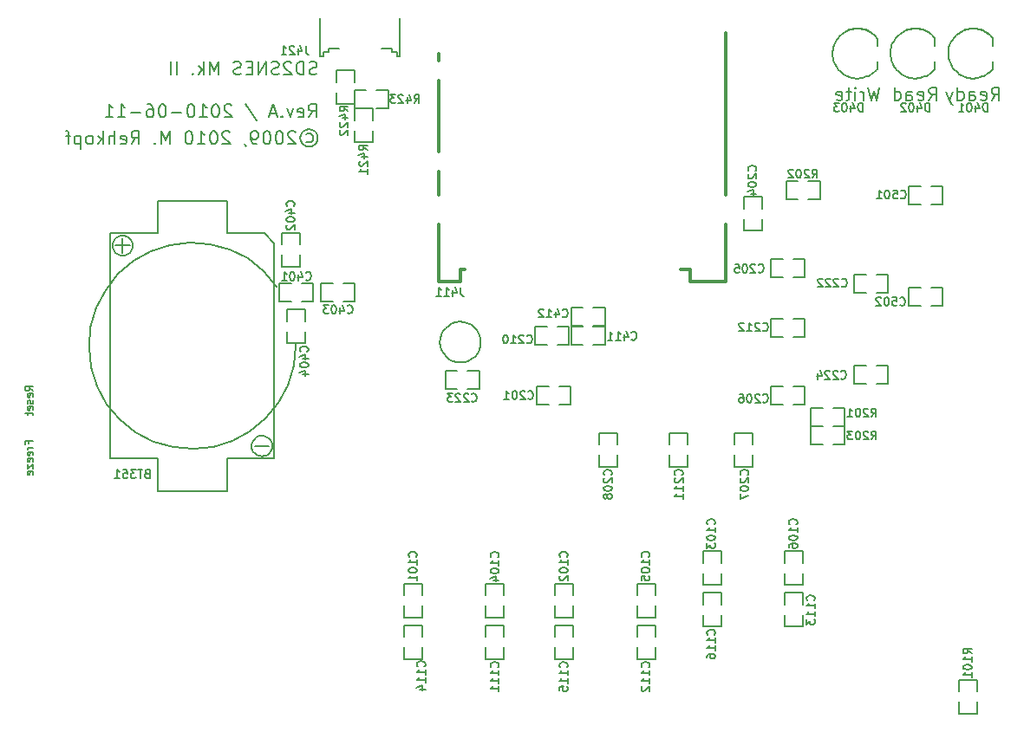
<source format=gbo>
G04 This is an RS-274x file exported by *
G04 gerbv version 2.4.0 *
G04 More information is available about gerbv at *
G04 http://gerbv.gpleda.org/ *
G04 --End of header info--*
%MOIN*%
%FSLAX23Y23*%
%IPPOS*%
G04 --Define apertures--*
%ADD10C,0.0080*%
%ADD11C,0.0075*%
%ADD12C,0.0070*%
%ADD13C,0.0083*%
%ADD14C,0.0120*%
%ADD15C,0.0070*%
G04 --Start main section--*
G54D11*
G01X07042Y-2555D02*
G01X07030Y-2605D01*
G01X07030Y-2605D02*
G01X07021Y-2569D01*
G01X07021Y-2569D02*
G01X07011Y-2605D01*
G01X07011Y-2605D02*
G01X06999Y-2555D01*
G01X06980Y-2605D02*
G01X06980Y-2572D01*
G01X06980Y-2581D02*
G01X06978Y-2577D01*
G01X06978Y-2577D02*
G01X06975Y-2574D01*
G01X06975Y-2574D02*
G01X06971Y-2572D01*
G01X06971Y-2572D02*
G01X06966Y-2572D01*
G01X06949Y-2605D02*
G01X06949Y-2572D01*
G01X06949Y-2555D02*
G01X06952Y-2558D01*
G01X06952Y-2558D02*
G01X06949Y-2560D01*
G01X06949Y-2560D02*
G01X06947Y-2558D01*
G01X06947Y-2558D02*
G01X06949Y-2555D01*
G01X06949Y-2555D02*
G01X06949Y-2560D01*
G01X06933Y-2572D02*
G01X06914Y-2572D01*
G01X06925Y-2555D02*
G01X06925Y-2598D01*
G01X06925Y-2598D02*
G01X06923Y-2603D01*
G01X06923Y-2603D02*
G01X06918Y-2605D01*
G01X06918Y-2605D02*
G01X06914Y-2605D01*
G01X06878Y-2603D02*
G01X06883Y-2605D01*
G01X06883Y-2605D02*
G01X06892Y-2605D01*
G01X06892Y-2605D02*
G01X06897Y-2603D01*
G01X06897Y-2603D02*
G01X06899Y-2598D01*
G01X06899Y-2598D02*
G01X06899Y-2579D01*
G01X06899Y-2579D02*
G01X06897Y-2574D01*
G01X06897Y-2574D02*
G01X06892Y-2572D01*
G01X06892Y-2572D02*
G01X06883Y-2572D01*
G01X06883Y-2572D02*
G01X06878Y-2574D01*
G01X06878Y-2574D02*
G01X06875Y-2579D01*
G01X06875Y-2579D02*
G01X06875Y-2584D01*
G01X06875Y-2584D02*
G01X06899Y-2589D01*
G54D12*
G01X03788Y-3723D02*
G01X03773Y-3713D01*
G01X03788Y-3706D02*
G01X03758Y-3706D01*
G01X03758Y-3706D02*
G01X03758Y-3718D01*
G01X03758Y-3718D02*
G01X03759Y-3720D01*
G01X03759Y-3720D02*
G01X03761Y-3722D01*
G01X03761Y-3722D02*
G01X03764Y-3723D01*
G01X03764Y-3723D02*
G01X03768Y-3723D01*
G01X03768Y-3723D02*
G01X03771Y-3722D01*
G01X03771Y-3722D02*
G01X03772Y-3720D01*
G01X03772Y-3720D02*
G01X03773Y-3718D01*
G01X03773Y-3718D02*
G01X03773Y-3706D01*
G01X03786Y-3747D02*
G01X03788Y-3744D01*
G01X03788Y-3744D02*
G01X03788Y-3739D01*
G01X03788Y-3739D02*
G01X03786Y-3736D01*
G01X03786Y-3736D02*
G01X03783Y-3734D01*
G01X03783Y-3734D02*
G01X03772Y-3734D01*
G01X03772Y-3734D02*
G01X03769Y-3736D01*
G01X03769Y-3736D02*
G01X03768Y-3739D01*
G01X03768Y-3739D02*
G01X03768Y-3744D01*
G01X03768Y-3744D02*
G01X03769Y-3747D01*
G01X03769Y-3747D02*
G01X03772Y-3749D01*
G01X03772Y-3749D02*
G01X03775Y-3749D01*
G01X03775Y-3749D02*
G01X03778Y-3734D01*
G01X03786Y-3760D02*
G01X03788Y-3763D01*
G01X03788Y-3763D02*
G01X03788Y-3768D01*
G01X03788Y-3768D02*
G01X03786Y-3771D01*
G01X03786Y-3771D02*
G01X03783Y-3772D01*
G01X03783Y-3772D02*
G01X03782Y-3772D01*
G01X03782Y-3772D02*
G01X03779Y-3771D01*
G01X03779Y-3771D02*
G01X03778Y-3768D01*
G01X03778Y-3768D02*
G01X03778Y-3764D01*
G01X03778Y-3764D02*
G01X03776Y-3761D01*
G01X03776Y-3761D02*
G01X03773Y-3760D01*
G01X03773Y-3760D02*
G01X03772Y-3760D01*
G01X03772Y-3760D02*
G01X03769Y-3761D01*
G01X03769Y-3761D02*
G01X03768Y-3764D01*
G01X03768Y-3764D02*
G01X03768Y-3768D01*
G01X03768Y-3768D02*
G01X03769Y-3771D01*
G01X03786Y-3796D02*
G01X03788Y-3794D01*
G01X03788Y-3794D02*
G01X03788Y-3788D01*
G01X03788Y-3788D02*
G01X03786Y-3785D01*
G01X03786Y-3785D02*
G01X03783Y-3784D01*
G01X03783Y-3784D02*
G01X03772Y-3784D01*
G01X03772Y-3784D02*
G01X03769Y-3785D01*
G01X03769Y-3785D02*
G01X03768Y-3788D01*
G01X03768Y-3788D02*
G01X03768Y-3794D01*
G01X03768Y-3794D02*
G01X03769Y-3796D01*
G01X03769Y-3796D02*
G01X03772Y-3798D01*
G01X03772Y-3798D02*
G01X03775Y-3798D01*
G01X03775Y-3798D02*
G01X03778Y-3784D01*
G01X03768Y-3806D02*
G01X03768Y-3817D01*
G01X03758Y-3810D02*
G01X03783Y-3810D01*
G01X03783Y-3810D02*
G01X03786Y-3812D01*
G01X03786Y-3812D02*
G01X03788Y-3815D01*
G01X03788Y-3815D02*
G01X03788Y-3817D01*
G01X03772Y-3925D02*
G01X03772Y-3916D01*
G01X03788Y-3916D02*
G01X03758Y-3916D01*
G01X03758Y-3916D02*
G01X03758Y-3930D01*
G01X03788Y-3941D02*
G01X03768Y-3941D01*
G01X03773Y-3941D02*
G01X03771Y-3942D01*
G01X03771Y-3942D02*
G01X03769Y-3944D01*
G01X03769Y-3944D02*
G01X03768Y-3946D01*
G01X03768Y-3946D02*
G01X03768Y-3949D01*
G01X03786Y-3970D02*
G01X03788Y-3968D01*
G01X03788Y-3968D02*
G01X03788Y-3962D01*
G01X03788Y-3962D02*
G01X03786Y-3959D01*
G01X03786Y-3959D02*
G01X03783Y-3958D01*
G01X03783Y-3958D02*
G01X03772Y-3958D01*
G01X03772Y-3958D02*
G01X03769Y-3959D01*
G01X03769Y-3959D02*
G01X03768Y-3962D01*
G01X03768Y-3962D02*
G01X03768Y-3968D01*
G01X03768Y-3968D02*
G01X03769Y-3970D01*
G01X03769Y-3970D02*
G01X03772Y-3972D01*
G01X03772Y-3972D02*
G01X03775Y-3972D01*
G01X03775Y-3972D02*
G01X03778Y-3958D01*
G01X03786Y-3996D02*
G01X03788Y-3993D01*
G01X03788Y-3993D02*
G01X03788Y-3987D01*
G01X03788Y-3987D02*
G01X03786Y-3984D01*
G01X03786Y-3984D02*
G01X03783Y-3983D01*
G01X03783Y-3983D02*
G01X03772Y-3983D01*
G01X03772Y-3983D02*
G01X03769Y-3984D01*
G01X03769Y-3984D02*
G01X03768Y-3987D01*
G01X03768Y-3987D02*
G01X03768Y-3993D01*
G01X03768Y-3993D02*
G01X03769Y-3996D01*
G01X03769Y-3996D02*
G01X03772Y-3997D01*
G01X03772Y-3997D02*
G01X03775Y-3997D01*
G01X03775Y-3997D02*
G01X03778Y-3983D01*
G01X03768Y-4007D02*
G01X03768Y-4022D01*
G01X03768Y-4022D02*
G01X03788Y-4007D01*
G01X03788Y-4007D02*
G01X03788Y-4022D01*
G01X03786Y-4045D02*
G01X03788Y-4042D01*
G01X03788Y-4042D02*
G01X03788Y-4036D01*
G01X03788Y-4036D02*
G01X03786Y-4034D01*
G01X03786Y-4034D02*
G01X03783Y-4032D01*
G01X03783Y-4032D02*
G01X03772Y-4032D01*
G01X03772Y-4032D02*
G01X03769Y-4034D01*
G01X03769Y-4034D02*
G01X03768Y-4036D01*
G01X03768Y-4036D02*
G01X03768Y-4042D01*
G01X03768Y-4042D02*
G01X03769Y-4045D01*
G01X03769Y-4045D02*
G01X03772Y-4046D01*
G01X03772Y-4046D02*
G01X03775Y-4046D01*
G01X03775Y-4046D02*
G01X03778Y-4032D01*
G54D13*
G01X04878Y-2504D02*
G01X04871Y-2506D01*
G01X04871Y-2506D02*
G01X04859Y-2506D01*
G01X04859Y-2506D02*
G01X04854Y-2504D01*
G01X04854Y-2504D02*
G01X04852Y-2501D01*
G01X04852Y-2501D02*
G01X04850Y-2497D01*
G01X04850Y-2497D02*
G01X04850Y-2492D01*
G01X04850Y-2492D02*
G01X04852Y-2487D01*
G01X04852Y-2487D02*
G01X04854Y-2485D01*
G01X04854Y-2485D02*
G01X04859Y-2482D01*
G01X04859Y-2482D02*
G01X04869Y-2480D01*
G01X04869Y-2480D02*
G01X04873Y-2478D01*
G01X04873Y-2478D02*
G01X04876Y-2475D01*
G01X04876Y-2475D02*
G01X04878Y-2470D01*
G01X04878Y-2470D02*
G01X04878Y-2466D01*
G01X04878Y-2466D02*
G01X04876Y-2461D01*
G01X04876Y-2461D02*
G01X04873Y-2459D01*
G01X04873Y-2459D02*
G01X04869Y-2456D01*
G01X04869Y-2456D02*
G01X04857Y-2456D01*
G01X04857Y-2456D02*
G01X04850Y-2459D01*
G01X04828Y-2506D02*
G01X04828Y-2456D01*
G01X04828Y-2456D02*
G01X04816Y-2456D01*
G01X04816Y-2456D02*
G01X04809Y-2459D01*
G01X04809Y-2459D02*
G01X04804Y-2463D01*
G01X04804Y-2463D02*
G01X04802Y-2468D01*
G01X04802Y-2468D02*
G01X04800Y-2478D01*
G01X04800Y-2478D02*
G01X04800Y-2485D01*
G01X04800Y-2485D02*
G01X04802Y-2494D01*
G01X04802Y-2494D02*
G01X04804Y-2499D01*
G01X04804Y-2499D02*
G01X04809Y-2504D01*
G01X04809Y-2504D02*
G01X04816Y-2506D01*
G01X04816Y-2506D02*
G01X04828Y-2506D01*
G01X04781Y-2461D02*
G01X04778Y-2459D01*
G01X04778Y-2459D02*
G01X04773Y-2456D01*
G01X04773Y-2456D02*
G01X04761Y-2456D01*
G01X04761Y-2456D02*
G01X04757Y-2459D01*
G01X04757Y-2459D02*
G01X04754Y-2461D01*
G01X04754Y-2461D02*
G01X04752Y-2466D01*
G01X04752Y-2466D02*
G01X04752Y-2470D01*
G01X04752Y-2470D02*
G01X04754Y-2478D01*
G01X04754Y-2478D02*
G01X04783Y-2506D01*
G01X04783Y-2506D02*
G01X04752Y-2506D01*
G01X04733Y-2504D02*
G01X04726Y-2506D01*
G01X04726Y-2506D02*
G01X04714Y-2506D01*
G01X04714Y-2506D02*
G01X04709Y-2504D01*
G01X04709Y-2504D02*
G01X04707Y-2501D01*
G01X04707Y-2501D02*
G01X04704Y-2497D01*
G01X04704Y-2497D02*
G01X04704Y-2492D01*
G01X04704Y-2492D02*
G01X04707Y-2487D01*
G01X04707Y-2487D02*
G01X04709Y-2485D01*
G01X04709Y-2485D02*
G01X04714Y-2482D01*
G01X04714Y-2482D02*
G01X04723Y-2480D01*
G01X04723Y-2480D02*
G01X04728Y-2478D01*
G01X04728Y-2478D02*
G01X04731Y-2475D01*
G01X04731Y-2475D02*
G01X04733Y-2470D01*
G01X04733Y-2470D02*
G01X04733Y-2466D01*
G01X04733Y-2466D02*
G01X04731Y-2461D01*
G01X04731Y-2461D02*
G01X04728Y-2459D01*
G01X04728Y-2459D02*
G01X04723Y-2456D01*
G01X04723Y-2456D02*
G01X04711Y-2456D01*
G01X04711Y-2456D02*
G01X04704Y-2459D01*
G01X04683Y-2506D02*
G01X04683Y-2456D01*
G01X04683Y-2456D02*
G01X04654Y-2506D01*
G01X04654Y-2506D02*
G01X04654Y-2456D01*
G01X04631Y-2480D02*
G01X04614Y-2480D01*
G01X04607Y-2506D02*
G01X04631Y-2506D01*
G01X04631Y-2506D02*
G01X04631Y-2456D01*
G01X04631Y-2456D02*
G01X04607Y-2456D01*
G01X04588Y-2504D02*
G01X04581Y-2506D01*
G01X04581Y-2506D02*
G01X04569Y-2506D01*
G01X04569Y-2506D02*
G01X04564Y-2504D01*
G01X04564Y-2504D02*
G01X04562Y-2501D01*
G01X04562Y-2501D02*
G01X04559Y-2497D01*
G01X04559Y-2497D02*
G01X04559Y-2492D01*
G01X04559Y-2492D02*
G01X04562Y-2487D01*
G01X04562Y-2487D02*
G01X04564Y-2485D01*
G01X04564Y-2485D02*
G01X04569Y-2482D01*
G01X04569Y-2482D02*
G01X04578Y-2480D01*
G01X04578Y-2480D02*
G01X04583Y-2478D01*
G01X04583Y-2478D02*
G01X04585Y-2475D01*
G01X04585Y-2475D02*
G01X04588Y-2470D01*
G01X04588Y-2470D02*
G01X04588Y-2466D01*
G01X04588Y-2466D02*
G01X04585Y-2461D01*
G01X04585Y-2461D02*
G01X04583Y-2459D01*
G01X04583Y-2459D02*
G01X04578Y-2456D01*
G01X04578Y-2456D02*
G01X04566Y-2456D01*
G01X04566Y-2456D02*
G01X04559Y-2459D01*
G01X04500Y-2506D02*
G01X04500Y-2456D01*
G01X04500Y-2456D02*
G01X04483Y-2492D01*
G01X04483Y-2492D02*
G01X04466Y-2456D01*
G01X04466Y-2456D02*
G01X04466Y-2506D01*
G01X04443Y-2506D02*
G01X04443Y-2456D01*
G01X04438Y-2487D02*
G01X04423Y-2506D01*
G01X04423Y-2473D02*
G01X04443Y-2492D01*
G01X04402Y-2501D02*
G01X04400Y-2504D01*
G01X04400Y-2504D02*
G01X04402Y-2506D01*
G01X04402Y-2506D02*
G01X04404Y-2504D01*
G01X04404Y-2504D02*
G01X04402Y-2501D01*
G01X04402Y-2501D02*
G01X04402Y-2506D01*
G01X04340Y-2506D02*
G01X04340Y-2456D01*
G01X04316Y-2506D02*
G01X04316Y-2456D01*
G54D11*
G01X04839Y-2736D02*
G01X04844Y-2734D01*
G01X04844Y-2734D02*
G01X04853Y-2734D01*
G01X04853Y-2734D02*
G01X04858Y-2736D01*
G01X04858Y-2736D02*
G01X04863Y-2741D01*
G01X04863Y-2741D02*
G01X04865Y-2746D01*
G01X04865Y-2746D02*
G01X04865Y-2755D01*
G01X04865Y-2755D02*
G01X04863Y-2760D01*
G01X04863Y-2760D02*
G01X04858Y-2765D01*
G01X04858Y-2765D02*
G01X04853Y-2767D01*
G01X04853Y-2767D02*
G01X04844Y-2767D01*
G01X04844Y-2767D02*
G01X04839Y-2765D01*
G01X04849Y-2717D02*
G01X04861Y-2719D01*
G01X04861Y-2719D02*
G01X04873Y-2727D01*
G01X04873Y-2727D02*
G01X04880Y-2738D01*
G01X04880Y-2738D02*
G01X04882Y-2750D01*
G01X04882Y-2750D02*
G01X04880Y-2762D01*
G01X04880Y-2762D02*
G01X04873Y-2774D01*
G01X04873Y-2774D02*
G01X04861Y-2781D01*
G01X04861Y-2781D02*
G01X04849Y-2784D01*
G01X04849Y-2784D02*
G01X04837Y-2781D01*
G01X04837Y-2781D02*
G01X04825Y-2774D01*
G01X04825Y-2774D02*
G01X04818Y-2762D01*
G01X04818Y-2762D02*
G01X04815Y-2750D01*
G01X04815Y-2750D02*
G01X04818Y-2738D01*
G01X04818Y-2738D02*
G01X04825Y-2727D01*
G01X04825Y-2727D02*
G01X04837Y-2719D01*
G01X04837Y-2719D02*
G01X04849Y-2717D01*
G01X04796Y-2729D02*
G01X04794Y-2727D01*
G01X04794Y-2727D02*
G01X04789Y-2724D01*
G01X04789Y-2724D02*
G01X04777Y-2724D01*
G01X04777Y-2724D02*
G01X04773Y-2727D01*
G01X04773Y-2727D02*
G01X04770Y-2729D01*
G01X04770Y-2729D02*
G01X04768Y-2734D01*
G01X04768Y-2734D02*
G01X04768Y-2738D01*
G01X04768Y-2738D02*
G01X04770Y-2746D01*
G01X04770Y-2746D02*
G01X04799Y-2774D01*
G01X04799Y-2774D02*
G01X04768Y-2774D01*
G01X04737Y-2724D02*
G01X04732Y-2724D01*
G01X04732Y-2724D02*
G01X04727Y-2727D01*
G01X04727Y-2727D02*
G01X04725Y-2729D01*
G01X04725Y-2729D02*
G01X04723Y-2734D01*
G01X04723Y-2734D02*
G01X04720Y-2743D01*
G01X04720Y-2743D02*
G01X04720Y-2755D01*
G01X04720Y-2755D02*
G01X04723Y-2765D01*
G01X04723Y-2765D02*
G01X04725Y-2769D01*
G01X04725Y-2769D02*
G01X04727Y-2772D01*
G01X04727Y-2772D02*
G01X04732Y-2774D01*
G01X04732Y-2774D02*
G01X04737Y-2774D01*
G01X04737Y-2774D02*
G01X04742Y-2772D01*
G01X04742Y-2772D02*
G01X04744Y-2769D01*
G01X04744Y-2769D02*
G01X04746Y-2765D01*
G01X04746Y-2765D02*
G01X04749Y-2755D01*
G01X04749Y-2755D02*
G01X04749Y-2743D01*
G01X04749Y-2743D02*
G01X04746Y-2734D01*
G01X04746Y-2734D02*
G01X04744Y-2729D01*
G01X04744Y-2729D02*
G01X04742Y-2727D01*
G01X04742Y-2727D02*
G01X04737Y-2724D01*
G01X04689Y-2724D02*
G01X04684Y-2724D01*
G01X04684Y-2724D02*
G01X04680Y-2727D01*
G01X04680Y-2727D02*
G01X04677Y-2729D01*
G01X04677Y-2729D02*
G01X04675Y-2734D01*
G01X04675Y-2734D02*
G01X04673Y-2743D01*
G01X04673Y-2743D02*
G01X04673Y-2755D01*
G01X04673Y-2755D02*
G01X04675Y-2765D01*
G01X04675Y-2765D02*
G01X04677Y-2769D01*
G01X04677Y-2769D02*
G01X04680Y-2772D01*
G01X04680Y-2772D02*
G01X04684Y-2774D01*
G01X04684Y-2774D02*
G01X04689Y-2774D01*
G01X04689Y-2774D02*
G01X04694Y-2772D01*
G01X04694Y-2772D02*
G01X04696Y-2769D01*
G01X04696Y-2769D02*
G01X04699Y-2765D01*
G01X04699Y-2765D02*
G01X04701Y-2755D01*
G01X04701Y-2755D02*
G01X04701Y-2743D01*
G01X04701Y-2743D02*
G01X04699Y-2734D01*
G01X04699Y-2734D02*
G01X04696Y-2729D01*
G01X04696Y-2729D02*
G01X04694Y-2727D01*
G01X04694Y-2727D02*
G01X04689Y-2724D01*
G01X04649Y-2774D02*
G01X04639Y-2774D01*
G01X04639Y-2774D02*
G01X04634Y-2772D01*
G01X04634Y-2772D02*
G01X04632Y-2769D01*
G01X04632Y-2769D02*
G01X04627Y-2762D01*
G01X04627Y-2762D02*
G01X04625Y-2753D01*
G01X04625Y-2753D02*
G01X04625Y-2734D01*
G01X04625Y-2734D02*
G01X04627Y-2729D01*
G01X04627Y-2729D02*
G01X04630Y-2727D01*
G01X04630Y-2727D02*
G01X04634Y-2724D01*
G01X04634Y-2724D02*
G01X04644Y-2724D01*
G01X04644Y-2724D02*
G01X04649Y-2727D01*
G01X04649Y-2727D02*
G01X04651Y-2729D01*
G01X04651Y-2729D02*
G01X04654Y-2734D01*
G01X04654Y-2734D02*
G01X04654Y-2746D01*
G01X04654Y-2746D02*
G01X04651Y-2750D01*
G01X04651Y-2750D02*
G01X04649Y-2753D01*
G01X04649Y-2753D02*
G01X04644Y-2755D01*
G01X04644Y-2755D02*
G01X04634Y-2755D01*
G01X04634Y-2755D02*
G01X04630Y-2753D01*
G01X04630Y-2753D02*
G01X04627Y-2750D01*
G01X04627Y-2750D02*
G01X04625Y-2746D01*
G01X04601Y-2772D02*
G01X04601Y-2774D01*
G01X04601Y-2774D02*
G01X04604Y-2779D01*
G01X04604Y-2779D02*
G01X04606Y-2781D01*
G01X04544Y-2729D02*
G01X04542Y-2727D01*
G01X04542Y-2727D02*
G01X04537Y-2724D01*
G01X04537Y-2724D02*
G01X04525Y-2724D01*
G01X04525Y-2724D02*
G01X04520Y-2727D01*
G01X04520Y-2727D02*
G01X04518Y-2729D01*
G01X04518Y-2729D02*
G01X04515Y-2734D01*
G01X04515Y-2734D02*
G01X04515Y-2738D01*
G01X04515Y-2738D02*
G01X04518Y-2746D01*
G01X04518Y-2746D02*
G01X04546Y-2774D01*
G01X04546Y-2774D02*
G01X04515Y-2774D01*
G01X04485Y-2724D02*
G01X04480Y-2724D01*
G01X04480Y-2724D02*
G01X04475Y-2727D01*
G01X04475Y-2727D02*
G01X04473Y-2729D01*
G01X04473Y-2729D02*
G01X04470Y-2734D01*
G01X04470Y-2734D02*
G01X04468Y-2743D01*
G01X04468Y-2743D02*
G01X04468Y-2755D01*
G01X04468Y-2755D02*
G01X04470Y-2765D01*
G01X04470Y-2765D02*
G01X04473Y-2769D01*
G01X04473Y-2769D02*
G01X04475Y-2772D01*
G01X04475Y-2772D02*
G01X04480Y-2774D01*
G01X04480Y-2774D02*
G01X04485Y-2774D01*
G01X04485Y-2774D02*
G01X04489Y-2772D01*
G01X04489Y-2772D02*
G01X04492Y-2769D01*
G01X04492Y-2769D02*
G01X04494Y-2765D01*
G01X04494Y-2765D02*
G01X04496Y-2755D01*
G01X04496Y-2755D02*
G01X04496Y-2743D01*
G01X04496Y-2743D02*
G01X04494Y-2734D01*
G01X04494Y-2734D02*
G01X04492Y-2729D01*
G01X04492Y-2729D02*
G01X04489Y-2727D01*
G01X04489Y-2727D02*
G01X04485Y-2724D01*
G01X04420Y-2774D02*
G01X04449Y-2774D01*
G01X04435Y-2774D02*
G01X04435Y-2724D01*
G01X04435Y-2724D02*
G01X04439Y-2731D01*
G01X04439Y-2731D02*
G01X04444Y-2736D01*
G01X04444Y-2736D02*
G01X04449Y-2738D01*
G01X04389Y-2724D02*
G01X04385Y-2724D01*
G01X04385Y-2724D02*
G01X04380Y-2727D01*
G01X04380Y-2727D02*
G01X04377Y-2729D01*
G01X04377Y-2729D02*
G01X04375Y-2734D01*
G01X04375Y-2734D02*
G01X04373Y-2743D01*
G01X04373Y-2743D02*
G01X04373Y-2755D01*
G01X04373Y-2755D02*
G01X04375Y-2765D01*
G01X04375Y-2765D02*
G01X04377Y-2769D01*
G01X04377Y-2769D02*
G01X04380Y-2772D01*
G01X04380Y-2772D02*
G01X04385Y-2774D01*
G01X04385Y-2774D02*
G01X04389Y-2774D01*
G01X04389Y-2774D02*
G01X04394Y-2772D01*
G01X04394Y-2772D02*
G01X04396Y-2769D01*
G01X04396Y-2769D02*
G01X04399Y-2765D01*
G01X04399Y-2765D02*
G01X04401Y-2755D01*
G01X04401Y-2755D02*
G01X04401Y-2743D01*
G01X04401Y-2743D02*
G01X04399Y-2734D01*
G01X04399Y-2734D02*
G01X04396Y-2729D01*
G01X04396Y-2729D02*
G01X04394Y-2727D01*
G01X04394Y-2727D02*
G01X04389Y-2724D01*
G01X04313Y-2774D02*
G01X04313Y-2724D01*
G01X04313Y-2724D02*
G01X04296Y-2760D01*
G01X04296Y-2760D02*
G01X04280Y-2724D01*
G01X04280Y-2724D02*
G01X04280Y-2774D01*
G01X04256Y-2769D02*
G01X04254Y-2772D01*
G01X04254Y-2772D02*
G01X04256Y-2774D01*
G01X04256Y-2774D02*
G01X04258Y-2772D01*
G01X04258Y-2772D02*
G01X04256Y-2769D01*
G01X04256Y-2769D02*
G01X04256Y-2774D01*
G01X04166Y-2774D02*
G01X04182Y-2750D01*
G01X04194Y-2774D02*
G01X04194Y-2724D01*
G01X04194Y-2724D02*
G01X04175Y-2724D01*
G01X04175Y-2724D02*
G01X04170Y-2727D01*
G01X04170Y-2727D02*
G01X04168Y-2729D01*
G01X04168Y-2729D02*
G01X04166Y-2734D01*
G01X04166Y-2734D02*
G01X04166Y-2741D01*
G01X04166Y-2741D02*
G01X04168Y-2746D01*
G01X04168Y-2746D02*
G01X04170Y-2748D01*
G01X04170Y-2748D02*
G01X04175Y-2750D01*
G01X04175Y-2750D02*
G01X04194Y-2750D01*
G01X04125Y-2772D02*
G01X04130Y-2774D01*
G01X04130Y-2774D02*
G01X04139Y-2774D01*
G01X04139Y-2774D02*
G01X04144Y-2772D01*
G01X04144Y-2772D02*
G01X04147Y-2767D01*
G01X04147Y-2767D02*
G01X04147Y-2748D01*
G01X04147Y-2748D02*
G01X04144Y-2743D01*
G01X04144Y-2743D02*
G01X04139Y-2741D01*
G01X04139Y-2741D02*
G01X04130Y-2741D01*
G01X04130Y-2741D02*
G01X04125Y-2743D01*
G01X04125Y-2743D02*
G01X04123Y-2748D01*
G01X04123Y-2748D02*
G01X04123Y-2753D01*
G01X04123Y-2753D02*
G01X04147Y-2758D01*
G01X04101Y-2774D02*
G01X04101Y-2724D01*
G01X04080Y-2774D02*
G01X04080Y-2748D01*
G01X04080Y-2748D02*
G01X04082Y-2743D01*
G01X04082Y-2743D02*
G01X04087Y-2741D01*
G01X04087Y-2741D02*
G01X04094Y-2741D01*
G01X04094Y-2741D02*
G01X04099Y-2743D01*
G01X04099Y-2743D02*
G01X04101Y-2746D01*
G01X04056Y-2774D02*
G01X04056Y-2724D01*
G01X04051Y-2755D02*
G01X04037Y-2774D01*
G01X04037Y-2741D02*
G01X04056Y-2760D01*
G01X04008Y-2774D02*
G01X04013Y-2772D01*
G01X04013Y-2772D02*
G01X04016Y-2769D01*
G01X04016Y-2769D02*
G01X04018Y-2765D01*
G01X04018Y-2765D02*
G01X04018Y-2750D01*
G01X04018Y-2750D02*
G01X04016Y-2746D01*
G01X04016Y-2746D02*
G01X04013Y-2743D01*
G01X04013Y-2743D02*
G01X04008Y-2741D01*
G01X04008Y-2741D02*
G01X04001Y-2741D01*
G01X04001Y-2741D02*
G01X03996Y-2743D01*
G01X03996Y-2743D02*
G01X03994Y-2746D01*
G01X03994Y-2746D02*
G01X03992Y-2750D01*
G01X03992Y-2750D02*
G01X03992Y-2765D01*
G01X03992Y-2765D02*
G01X03994Y-2769D01*
G01X03994Y-2769D02*
G01X03996Y-2772D01*
G01X03996Y-2772D02*
G01X04001Y-2774D01*
G01X04001Y-2774D02*
G01X04008Y-2774D01*
G01X03970Y-2741D02*
G01X03970Y-2791D01*
G01X03970Y-2743D02*
G01X03966Y-2741D01*
G01X03966Y-2741D02*
G01X03956Y-2741D01*
G01X03956Y-2741D02*
G01X03951Y-2743D01*
G01X03951Y-2743D02*
G01X03949Y-2746D01*
G01X03949Y-2746D02*
G01X03947Y-2750D01*
G01X03947Y-2750D02*
G01X03947Y-2765D01*
G01X03947Y-2765D02*
G01X03949Y-2769D01*
G01X03949Y-2769D02*
G01X03951Y-2772D01*
G01X03951Y-2772D02*
G01X03956Y-2774D01*
G01X03956Y-2774D02*
G01X03966Y-2774D01*
G01X03966Y-2774D02*
G01X03970Y-2772D01*
G01X03932Y-2741D02*
G01X03913Y-2741D01*
G01X03925Y-2774D02*
G01X03925Y-2731D01*
G01X03925Y-2731D02*
G01X03923Y-2727D01*
G01X03923Y-2727D02*
G01X03918Y-2724D01*
G01X03918Y-2724D02*
G01X03913Y-2724D01*
G01X04847Y-2670D02*
G01X04864Y-2646D01*
G01X04876Y-2670D02*
G01X04876Y-2620D01*
G01X04876Y-2620D02*
G01X04856Y-2620D01*
G01X04856Y-2620D02*
G01X04852Y-2623D01*
G01X04852Y-2623D02*
G01X04849Y-2625D01*
G01X04849Y-2625D02*
G01X04847Y-2630D01*
G01X04847Y-2630D02*
G01X04847Y-2637D01*
G01X04847Y-2637D02*
G01X04849Y-2642D01*
G01X04849Y-2642D02*
G01X04852Y-2644D01*
G01X04852Y-2644D02*
G01X04856Y-2646D01*
G01X04856Y-2646D02*
G01X04876Y-2646D01*
G01X04806Y-2668D02*
G01X04811Y-2670D01*
G01X04811Y-2670D02*
G01X04821Y-2670D01*
G01X04821Y-2670D02*
G01X04826Y-2668D01*
G01X04826Y-2668D02*
G01X04828Y-2663D01*
G01X04828Y-2663D02*
G01X04828Y-2644D01*
G01X04828Y-2644D02*
G01X04826Y-2639D01*
G01X04826Y-2639D02*
G01X04821Y-2637D01*
G01X04821Y-2637D02*
G01X04811Y-2637D01*
G01X04811Y-2637D02*
G01X04806Y-2639D01*
G01X04806Y-2639D02*
G01X04804Y-2644D01*
G01X04804Y-2644D02*
G01X04804Y-2649D01*
G01X04804Y-2649D02*
G01X04828Y-2654D01*
G01X04787Y-2637D02*
G01X04776Y-2670D01*
G01X04776Y-2670D02*
G01X04764Y-2637D01*
G01X04745Y-2665D02*
G01X04742Y-2668D01*
G01X04742Y-2668D02*
G01X04745Y-2670D01*
G01X04745Y-2670D02*
G01X04747Y-2668D01*
G01X04747Y-2668D02*
G01X04745Y-2665D01*
G01X04745Y-2665D02*
G01X04745Y-2670D01*
G01X04723Y-2656D02*
G01X04699Y-2656D01*
G01X04728Y-2670D02*
G01X04711Y-2620D01*
G01X04711Y-2620D02*
G01X04695Y-2670D01*
G01X04604Y-2618D02*
G01X04647Y-2682D01*
G01X04552Y-2625D02*
G01X04549Y-2623D01*
G01X04549Y-2623D02*
G01X04544Y-2620D01*
G01X04544Y-2620D02*
G01X04533Y-2620D01*
G01X04533Y-2620D02*
G01X04528Y-2623D01*
G01X04528Y-2623D02*
G01X04525Y-2625D01*
G01X04525Y-2625D02*
G01X04523Y-2630D01*
G01X04523Y-2630D02*
G01X04523Y-2634D01*
G01X04523Y-2634D02*
G01X04525Y-2642D01*
G01X04525Y-2642D02*
G01X04554Y-2670D01*
G01X04554Y-2670D02*
G01X04523Y-2670D01*
G01X04492Y-2620D02*
G01X04487Y-2620D01*
G01X04487Y-2620D02*
G01X04483Y-2623D01*
G01X04483Y-2623D02*
G01X04480Y-2625D01*
G01X04480Y-2625D02*
G01X04478Y-2630D01*
G01X04478Y-2630D02*
G01X04475Y-2639D01*
G01X04475Y-2639D02*
G01X04475Y-2651D01*
G01X04475Y-2651D02*
G01X04478Y-2661D01*
G01X04478Y-2661D02*
G01X04480Y-2665D01*
G01X04480Y-2665D02*
G01X04483Y-2668D01*
G01X04483Y-2668D02*
G01X04487Y-2670D01*
G01X04487Y-2670D02*
G01X04492Y-2670D01*
G01X04492Y-2670D02*
G01X04497Y-2668D01*
G01X04497Y-2668D02*
G01X04499Y-2665D01*
G01X04499Y-2665D02*
G01X04502Y-2661D01*
G01X04502Y-2661D02*
G01X04504Y-2651D01*
G01X04504Y-2651D02*
G01X04504Y-2639D01*
G01X04504Y-2639D02*
G01X04502Y-2630D01*
G01X04502Y-2630D02*
G01X04499Y-2625D01*
G01X04499Y-2625D02*
G01X04497Y-2623D01*
G01X04497Y-2623D02*
G01X04492Y-2620D01*
G01X04428Y-2670D02*
G01X04456Y-2670D01*
G01X04442Y-2670D02*
G01X04442Y-2620D01*
G01X04442Y-2620D02*
G01X04447Y-2627D01*
G01X04447Y-2627D02*
G01X04452Y-2632D01*
G01X04452Y-2632D02*
G01X04456Y-2634D01*
G01X04397Y-2620D02*
G01X04392Y-2620D01*
G01X04392Y-2620D02*
G01X04387Y-2623D01*
G01X04387Y-2623D02*
G01X04385Y-2625D01*
G01X04385Y-2625D02*
G01X04383Y-2630D01*
G01X04383Y-2630D02*
G01X04380Y-2639D01*
G01X04380Y-2639D02*
G01X04380Y-2651D01*
G01X04380Y-2651D02*
G01X04383Y-2661D01*
G01X04383Y-2661D02*
G01X04385Y-2665D01*
G01X04385Y-2665D02*
G01X04387Y-2668D01*
G01X04387Y-2668D02*
G01X04392Y-2670D01*
G01X04392Y-2670D02*
G01X04397Y-2670D01*
G01X04397Y-2670D02*
G01X04402Y-2668D01*
G01X04402Y-2668D02*
G01X04404Y-2665D01*
G01X04404Y-2665D02*
G01X04406Y-2661D01*
G01X04406Y-2661D02*
G01X04409Y-2651D01*
G01X04409Y-2651D02*
G01X04409Y-2639D01*
G01X04409Y-2639D02*
G01X04406Y-2630D01*
G01X04406Y-2630D02*
G01X04404Y-2625D01*
G01X04404Y-2625D02*
G01X04402Y-2623D01*
G01X04402Y-2623D02*
G01X04397Y-2620D01*
G01X04359Y-2651D02*
G01X04321Y-2651D01*
G01X04287Y-2620D02*
G01X04283Y-2620D01*
G01X04283Y-2620D02*
G01X04278Y-2623D01*
G01X04278Y-2623D02*
G01X04276Y-2625D01*
G01X04276Y-2625D02*
G01X04273Y-2630D01*
G01X04273Y-2630D02*
G01X04271Y-2639D01*
G01X04271Y-2639D02*
G01X04271Y-2651D01*
G01X04271Y-2651D02*
G01X04273Y-2661D01*
G01X04273Y-2661D02*
G01X04276Y-2665D01*
G01X04276Y-2665D02*
G01X04278Y-2668D01*
G01X04278Y-2668D02*
G01X04283Y-2670D01*
G01X04283Y-2670D02*
G01X04287Y-2670D01*
G01X04287Y-2670D02*
G01X04292Y-2668D01*
G01X04292Y-2668D02*
G01X04295Y-2665D01*
G01X04295Y-2665D02*
G01X04297Y-2661D01*
G01X04297Y-2661D02*
G01X04299Y-2651D01*
G01X04299Y-2651D02*
G01X04299Y-2639D01*
G01X04299Y-2639D02*
G01X04297Y-2630D01*
G01X04297Y-2630D02*
G01X04295Y-2625D01*
G01X04295Y-2625D02*
G01X04292Y-2623D01*
G01X04292Y-2623D02*
G01X04287Y-2620D01*
G01X04228Y-2620D02*
G01X04237Y-2620D01*
G01X04237Y-2620D02*
G01X04242Y-2623D01*
G01X04242Y-2623D02*
G01X04245Y-2625D01*
G01X04245Y-2625D02*
G01X04249Y-2632D01*
G01X04249Y-2632D02*
G01X04252Y-2642D01*
G01X04252Y-2642D02*
G01X04252Y-2661D01*
G01X04252Y-2661D02*
G01X04249Y-2665D01*
G01X04249Y-2665D02*
G01X04247Y-2668D01*
G01X04247Y-2668D02*
G01X04242Y-2670D01*
G01X04242Y-2670D02*
G01X04233Y-2670D01*
G01X04233Y-2670D02*
G01X04228Y-2668D01*
G01X04228Y-2668D02*
G01X04226Y-2665D01*
G01X04226Y-2665D02*
G01X04223Y-2661D01*
G01X04223Y-2661D02*
G01X04223Y-2649D01*
G01X04223Y-2649D02*
G01X04226Y-2644D01*
G01X04226Y-2644D02*
G01X04228Y-2642D01*
G01X04228Y-2642D02*
G01X04233Y-2639D01*
G01X04233Y-2639D02*
G01X04242Y-2639D01*
G01X04242Y-2639D02*
G01X04247Y-2642D01*
G01X04247Y-2642D02*
G01X04249Y-2644D01*
G01X04249Y-2644D02*
G01X04252Y-2649D01*
G01X04202Y-2651D02*
G01X04164Y-2651D01*
G01X04114Y-2670D02*
G01X04142Y-2670D01*
G01X04128Y-2670D02*
G01X04128Y-2620D01*
G01X04128Y-2620D02*
G01X04133Y-2627D01*
G01X04133Y-2627D02*
G01X04137Y-2632D01*
G01X04137Y-2632D02*
G01X04142Y-2634D01*
G01X04066Y-2670D02*
G01X04095Y-2670D01*
G01X04080Y-2670D02*
G01X04080Y-2620D01*
G01X04080Y-2620D02*
G01X04085Y-2627D01*
G01X04085Y-2627D02*
G01X04090Y-2632D01*
G01X04090Y-2632D02*
G01X04095Y-2634D01*
G01X07231Y-2605D02*
G01X07248Y-2581D01*
G01X07260Y-2605D02*
G01X07260Y-2555D01*
G01X07260Y-2555D02*
G01X07241Y-2555D01*
G01X07241Y-2555D02*
G01X07236Y-2558D01*
G01X07236Y-2558D02*
G01X07234Y-2560D01*
G01X07234Y-2560D02*
G01X07231Y-2565D01*
G01X07231Y-2565D02*
G01X07231Y-2572D01*
G01X07231Y-2572D02*
G01X07234Y-2577D01*
G01X07234Y-2577D02*
G01X07236Y-2579D01*
G01X07236Y-2579D02*
G01X07241Y-2581D01*
G01X07241Y-2581D02*
G01X07260Y-2581D01*
G01X07191Y-2603D02*
G01X07195Y-2605D01*
G01X07195Y-2605D02*
G01X07205Y-2605D01*
G01X07205Y-2605D02*
G01X07210Y-2603D01*
G01X07210Y-2603D02*
G01X07212Y-2598D01*
G01X07212Y-2598D02*
G01X07212Y-2579D01*
G01X07212Y-2579D02*
G01X07210Y-2574D01*
G01X07210Y-2574D02*
G01X07205Y-2572D01*
G01X07205Y-2572D02*
G01X07195Y-2572D01*
G01X07195Y-2572D02*
G01X07191Y-2574D01*
G01X07191Y-2574D02*
G01X07188Y-2579D01*
G01X07188Y-2579D02*
G01X07188Y-2584D01*
G01X07188Y-2584D02*
G01X07212Y-2589D01*
G01X07145Y-2605D02*
G01X07145Y-2579D01*
G01X07145Y-2579D02*
G01X07148Y-2574D01*
G01X07148Y-2574D02*
G01X07153Y-2572D01*
G01X07153Y-2572D02*
G01X07162Y-2572D01*
G01X07162Y-2572D02*
G01X07167Y-2574D01*
G01X07145Y-2603D02*
G01X07150Y-2605D01*
G01X07150Y-2605D02*
G01X07162Y-2605D01*
G01X07162Y-2605D02*
G01X07167Y-2603D01*
G01X07167Y-2603D02*
G01X07169Y-2598D01*
G01X07169Y-2598D02*
G01X07169Y-2593D01*
G01X07169Y-2593D02*
G01X07167Y-2589D01*
G01X07167Y-2589D02*
G01X07162Y-2586D01*
G01X07162Y-2586D02*
G01X07150Y-2586D01*
G01X07150Y-2586D02*
G01X07145Y-2584D01*
G01X07100Y-2605D02*
G01X07100Y-2555D01*
G01X07100Y-2603D02*
G01X07105Y-2605D01*
G01X07105Y-2605D02*
G01X07115Y-2605D01*
G01X07115Y-2605D02*
G01X07119Y-2603D01*
G01X07119Y-2603D02*
G01X07122Y-2600D01*
G01X07122Y-2600D02*
G01X07124Y-2596D01*
G01X07124Y-2596D02*
G01X07124Y-2581D01*
G01X07124Y-2581D02*
G01X07122Y-2577D01*
G01X07122Y-2577D02*
G01X07119Y-2574D01*
G01X07119Y-2574D02*
G01X07115Y-2572D01*
G01X07115Y-2572D02*
G01X07105Y-2572D01*
G01X07105Y-2572D02*
G01X07100Y-2574D01*
G01X07473Y-2605D02*
G01X07489Y-2581D01*
G01X07501Y-2605D02*
G01X07501Y-2555D01*
G01X07501Y-2555D02*
G01X07482Y-2555D01*
G01X07482Y-2555D02*
G01X07478Y-2558D01*
G01X07478Y-2558D02*
G01X07475Y-2560D01*
G01X07475Y-2560D02*
G01X07473Y-2565D01*
G01X07473Y-2565D02*
G01X07473Y-2572D01*
G01X07473Y-2572D02*
G01X07475Y-2577D01*
G01X07475Y-2577D02*
G01X07478Y-2579D01*
G01X07478Y-2579D02*
G01X07482Y-2581D01*
G01X07482Y-2581D02*
G01X07501Y-2581D01*
G01X07432Y-2603D02*
G01X07437Y-2605D01*
G01X07437Y-2605D02*
G01X07447Y-2605D01*
G01X07447Y-2605D02*
G01X07451Y-2603D01*
G01X07451Y-2603D02*
G01X07454Y-2598D01*
G01X07454Y-2598D02*
G01X07454Y-2579D01*
G01X07454Y-2579D02*
G01X07451Y-2574D01*
G01X07451Y-2574D02*
G01X07447Y-2572D01*
G01X07447Y-2572D02*
G01X07437Y-2572D01*
G01X07437Y-2572D02*
G01X07432Y-2574D01*
G01X07432Y-2574D02*
G01X07430Y-2579D01*
G01X07430Y-2579D02*
G01X07430Y-2584D01*
G01X07430Y-2584D02*
G01X07454Y-2589D01*
G01X07387Y-2605D02*
G01X07387Y-2579D01*
G01X07387Y-2579D02*
G01X07389Y-2574D01*
G01X07389Y-2574D02*
G01X07394Y-2572D01*
G01X07394Y-2572D02*
G01X07404Y-2572D01*
G01X07404Y-2572D02*
G01X07408Y-2574D01*
G01X07387Y-2603D02*
G01X07392Y-2605D01*
G01X07392Y-2605D02*
G01X07404Y-2605D01*
G01X07404Y-2605D02*
G01X07408Y-2603D01*
G01X07408Y-2603D02*
G01X07411Y-2598D01*
G01X07411Y-2598D02*
G01X07411Y-2593D01*
G01X07411Y-2593D02*
G01X07408Y-2589D01*
G01X07408Y-2589D02*
G01X07404Y-2586D01*
G01X07404Y-2586D02*
G01X07392Y-2586D01*
G01X07392Y-2586D02*
G01X07387Y-2584D01*
G01X07342Y-2605D02*
G01X07342Y-2555D01*
G01X07342Y-2603D02*
G01X07347Y-2605D01*
G01X07347Y-2605D02*
G01X07356Y-2605D01*
G01X07356Y-2605D02*
G01X07361Y-2603D01*
G01X07361Y-2603D02*
G01X07363Y-2600D01*
G01X07363Y-2600D02*
G01X07366Y-2596D01*
G01X07366Y-2596D02*
G01X07366Y-2581D01*
G01X07366Y-2581D02*
G01X07363Y-2577D01*
G01X07363Y-2577D02*
G01X07361Y-2574D01*
G01X07361Y-2574D02*
G01X07356Y-2572D01*
G01X07356Y-2572D02*
G01X07347Y-2572D01*
G01X07347Y-2572D02*
G01X07342Y-2574D01*
G01X07323Y-2572D02*
G01X07311Y-2605D01*
G01X07299Y-2572D02*
G01X07311Y-2605D01*
G01X07311Y-2605D02*
G01X07316Y-2617D01*
G01X07316Y-2617D02*
G01X07318Y-2619D01*
G01X07318Y-2619D02*
G01X07323Y-2622D01*
G01X05167Y-2406D02*
G01X05126Y-2406D01*
G01X04923Y-2406D02*
G01X04964Y-2406D01*
G01X04892Y-2436D02*
G01X04892Y-2288D01*
G01X05199Y-2436D02*
G01X05199Y-2288D01*
G01X05187Y-2424D02*
G01X05187Y-2418D01*
G01X05187Y-2418D02*
G01X05167Y-2418D01*
G01X05167Y-2418D02*
G01X05167Y-2406D01*
G01X04923Y-2406D02*
G01X04923Y-2418D01*
G01X04923Y-2418D02*
G01X04905Y-2418D01*
G01X04905Y-2418D02*
G01X04903Y-2418D01*
G01X04903Y-2418D02*
G01X04903Y-2436D01*
G01X04903Y-2436D02*
G01X04892Y-2436D01*
G01X05199Y-2436D02*
G01X05187Y-2436D01*
G01X05187Y-2436D02*
G01X05187Y-2424D01*
G01X04132Y-3192D02*
G01X04132Y-3137D01*
G01X04160Y-3164D02*
G01X04105Y-3164D01*
G01X04695Y-3936D02*
G01X04640Y-3936D01*
G01X04171Y-3164D02*
G01X04171Y-3172D01*
G01X04171Y-3172D02*
G01X04168Y-3179D01*
G01X04168Y-3179D02*
G01X04165Y-3186D01*
G01X04165Y-3186D02*
G01X04160Y-3192D01*
G01X04160Y-3192D02*
G01X04154Y-3196D01*
G01X04154Y-3196D02*
G01X04147Y-3200D01*
G01X04147Y-3200D02*
G01X04140Y-3202D01*
G01X04140Y-3202D02*
G01X04133Y-3203D01*
G01X04133Y-3203D02*
G01X04125Y-3202D01*
G01X04125Y-3202D02*
G01X04118Y-3200D01*
G01X04118Y-3200D02*
G01X04111Y-3197D01*
G01X04111Y-3197D02*
G01X04105Y-3192D01*
G01X04105Y-3192D02*
G01X04100Y-3186D01*
G01X04100Y-3186D02*
G01X04097Y-3179D01*
G01X04097Y-3179D02*
G01X04094Y-3172D01*
G01X04094Y-3172D02*
G01X04093Y-3165D01*
G01X04093Y-3165D02*
G01X04094Y-3157D01*
G01X04094Y-3157D02*
G01X04096Y-3150D01*
G01X04096Y-3150D02*
G01X04100Y-3143D01*
G01X04100Y-3143D02*
G01X04104Y-3137D01*
G01X04104Y-3137D02*
G01X04110Y-3132D01*
G01X04110Y-3132D02*
G01X04117Y-3128D01*
G01X04117Y-3128D02*
G01X04124Y-3126D01*
G01X04124Y-3126D02*
G01X04132Y-3125D01*
G01X04132Y-3125D02*
G01X04139Y-3126D01*
G01X04139Y-3126D02*
G01X04146Y-3128D01*
G01X04146Y-3128D02*
G01X04153Y-3131D01*
G01X04153Y-3131D02*
G01X04159Y-3136D01*
G01X04159Y-3136D02*
G01X04164Y-3142D01*
G01X04164Y-3142D02*
G01X04168Y-3148D01*
G01X04168Y-3148D02*
G01X04170Y-3156D01*
G01X04170Y-3156D02*
G01X04171Y-3163D01*
G01X04171Y-3163D02*
G01X04171Y-3164D01*
G01X04707Y-3936D02*
G01X04706Y-3943D01*
G01X04706Y-3943D02*
G01X04704Y-3951D01*
G01X04704Y-3951D02*
G01X04700Y-3957D01*
G01X04700Y-3957D02*
G01X04696Y-3963D01*
G01X04696Y-3963D02*
G01X04690Y-3968D01*
G01X04690Y-3968D02*
G01X04683Y-3972D01*
G01X04683Y-3972D02*
G01X04676Y-3974D01*
G01X04676Y-3974D02*
G01X04668Y-3975D01*
G01X04668Y-3975D02*
G01X04660Y-3974D01*
G01X04660Y-3974D02*
G01X04653Y-3972D01*
G01X04653Y-3972D02*
G01X04646Y-3969D01*
G01X04646Y-3969D02*
G01X04640Y-3964D01*
G01X04640Y-3964D02*
G01X04635Y-3958D01*
G01X04635Y-3958D02*
G01X04632Y-3951D01*
G01X04632Y-3951D02*
G01X04629Y-3944D01*
G01X04629Y-3944D02*
G01X04629Y-3936D01*
G01X04629Y-3936D02*
G01X04629Y-3929D01*
G01X04629Y-3929D02*
G01X04631Y-3921D01*
G01X04631Y-3921D02*
G01X04635Y-3915D01*
G01X04635Y-3915D02*
G01X04640Y-3908D01*
G01X04640Y-3908D02*
G01X04645Y-3904D01*
G01X04645Y-3904D02*
G01X04652Y-3900D01*
G01X04652Y-3900D02*
G01X04659Y-3897D01*
G01X04659Y-3897D02*
G01X04667Y-3897D01*
G01X04667Y-3897D02*
G01X04675Y-3897D01*
G01X04675Y-3897D02*
G01X04682Y-3899D01*
G01X04682Y-3899D02*
G01X04689Y-3903D01*
G01X04689Y-3903D02*
G01X04695Y-3907D01*
G01X04695Y-3907D02*
G01X04700Y-3913D01*
G01X04700Y-3913D02*
G01X04704Y-3920D01*
G01X04704Y-3920D02*
G01X04706Y-3927D01*
G01X04706Y-3927D02*
G01X04707Y-3935D01*
G01X04707Y-3935D02*
G01X04707Y-3936D01*
G01X04798Y-3550D02*
G01X04790Y-3627D01*
G01X04790Y-3627D02*
G01X04768Y-3701D01*
G01X04768Y-3701D02*
G01X04731Y-3770D01*
G01X04731Y-3770D02*
G01X04682Y-3830D01*
G01X04682Y-3830D02*
G01X04622Y-3880D01*
G01X04622Y-3880D02*
G01X04554Y-3916D01*
G01X04554Y-3916D02*
G01X04480Y-3939D01*
G01X04480Y-3939D02*
G01X04403Y-3947D01*
G01X04403Y-3947D02*
G01X04326Y-3940D01*
G01X04326Y-3940D02*
G01X04251Y-3919D01*
G01X04251Y-3919D02*
G01X04182Y-3883D01*
G01X04182Y-3883D02*
G01X04122Y-3834D01*
G01X04122Y-3834D02*
G01X04072Y-3775D01*
G01X04072Y-3775D02*
G01X04035Y-3707D01*
G01X04035Y-3707D02*
G01X04011Y-3633D01*
G01X04011Y-3633D02*
G01X04003Y-3555D01*
G01X04003Y-3555D02*
G01X04009Y-3478D01*
G01X04009Y-3478D02*
G01X04030Y-3404D01*
G01X04030Y-3404D02*
G01X04066Y-3335D01*
G01X04066Y-3335D02*
G01X04114Y-3274D01*
G01X04114Y-3274D02*
G01X04173Y-3224D01*
G01X04173Y-3224D02*
G01X04241Y-3186D01*
G01X04241Y-3186D02*
G01X04315Y-3162D01*
G01X04315Y-3162D02*
G01X04392Y-3152D01*
G01X04392Y-3152D02*
G01X04469Y-3158D01*
G01X04469Y-3158D02*
G01X04544Y-3179D01*
G01X04544Y-3179D02*
G01X04613Y-3214D01*
G01X04613Y-3214D02*
G01X04674Y-3262D01*
G01X04674Y-3262D02*
G01X04725Y-3321D01*
G01X04797Y-3539D02*
G01X04798Y-3550D01*
G01X04266Y-4109D02*
G01X04266Y-3983D01*
G01X04266Y-3983D02*
G01X04085Y-3983D01*
G01X04085Y-3983D02*
G01X04085Y-3117D01*
G01X04085Y-3117D02*
G01X04266Y-3117D01*
G01X04266Y-3117D02*
G01X04266Y-2991D01*
G01X04266Y-2991D02*
G01X04534Y-2991D01*
G01X04534Y-2991D02*
G01X04534Y-3117D01*
G01X04534Y-3117D02*
G01X04676Y-3117D01*
G01X04676Y-3117D02*
G01X04715Y-3156D01*
G01X04715Y-3156D02*
G01X04715Y-3983D01*
G01X04715Y-3983D02*
G01X04534Y-3983D01*
G01X04534Y-3983D02*
G01X04534Y-4109D01*
G01X04534Y-4109D02*
G01X04266Y-4109D01*
G01X07255Y-2365D02*
G01X07249Y-2359D01*
G01X07249Y-2359D02*
G01X07243Y-2353D01*
G01X07243Y-2353D02*
G01X07237Y-2348D01*
G01X07237Y-2348D02*
G01X07230Y-2343D01*
G01X07230Y-2343D02*
G01X07223Y-2339D01*
G01X07223Y-2339D02*
G01X07215Y-2336D01*
G01X07215Y-2336D02*
G01X07207Y-2333D01*
G01X07207Y-2333D02*
G01X07199Y-2331D01*
G01X07199Y-2331D02*
G01X07191Y-2330D01*
G01X07191Y-2330D02*
G01X07182Y-2329D01*
G01X07182Y-2329D02*
G01X07174Y-2329D01*
G01X07174Y-2329D02*
G01X07166Y-2330D01*
G01X07166Y-2330D02*
G01X07157Y-2332D01*
G01X07157Y-2332D02*
G01X07149Y-2334D01*
G01X07149Y-2334D02*
G01X07142Y-2337D01*
G01X07142Y-2337D02*
G01X07134Y-2341D01*
G01X07134Y-2341D02*
G01X07127Y-2345D01*
G01X07127Y-2345D02*
G01X07120Y-2350D01*
G01X07240Y-2350D02*
G01X07233Y-2345D01*
G01X07233Y-2345D02*
G01X07226Y-2341D01*
G01X07226Y-2341D02*
G01X07219Y-2337D01*
G01X07219Y-2337D02*
G01X07211Y-2334D01*
G01X07211Y-2334D02*
G01X07203Y-2332D01*
G01X07203Y-2332D02*
G01X07195Y-2330D01*
G01X07195Y-2330D02*
G01X07186Y-2329D01*
G01X07186Y-2329D02*
G01X07178Y-2329D01*
G01X07178Y-2329D02*
G01X07170Y-2330D01*
G01X07170Y-2330D02*
G01X07161Y-2331D01*
G01X07161Y-2331D02*
G01X07153Y-2333D01*
G01X07153Y-2333D02*
G01X07145Y-2336D01*
G01X07145Y-2336D02*
G01X07138Y-2339D01*
G01X07138Y-2339D02*
G01X07130Y-2343D01*
G01X07130Y-2343D02*
G01X07123Y-2348D01*
G01X07123Y-2348D02*
G01X07117Y-2353D01*
G01X07117Y-2353D02*
G01X07111Y-2359D01*
G01X07111Y-2359D02*
G01X07105Y-2365D01*
G01X07105Y-2365D02*
G01X07100Y-2372D01*
G01X07100Y-2372D02*
G01X07096Y-2379D01*
G01X07096Y-2379D02*
G01X07092Y-2386D01*
G01X07092Y-2386D02*
G01X07089Y-2394D01*
G01X07089Y-2394D02*
G01X07087Y-2402D01*
G01X07087Y-2402D02*
G01X07085Y-2410D01*
G01X07085Y-2410D02*
G01X07084Y-2419D01*
G01X07084Y-2419D02*
G01X07084Y-2427D01*
G01X07084Y-2427D02*
G01X07085Y-2435D01*
G01X07085Y-2435D02*
G01X07086Y-2444D01*
G01X07086Y-2444D02*
G01X07088Y-2452D01*
G01X07088Y-2452D02*
G01X07091Y-2460D01*
G01X07091Y-2460D02*
G01X07094Y-2467D01*
G01X07094Y-2467D02*
G01X07098Y-2475D01*
G01X07098Y-2475D02*
G01X07103Y-2482D01*
G01X07103Y-2482D02*
G01X07108Y-2488D01*
G01X07108Y-2488D02*
G01X07114Y-2494D01*
G01X07114Y-2494D02*
G01X07120Y-2500D01*
G01X07120Y-2500D02*
G01X07127Y-2505D01*
G01X07127Y-2505D02*
G01X07134Y-2509D01*
G01X07134Y-2509D02*
G01X07142Y-2513D01*
G01X07142Y-2513D02*
G01X07149Y-2516D01*
G01X07149Y-2516D02*
G01X07157Y-2518D01*
G01X07157Y-2518D02*
G01X07166Y-2520D01*
G01X07166Y-2520D02*
G01X07174Y-2521D01*
G01X07174Y-2521D02*
G01X07182Y-2521D01*
G01X07182Y-2521D02*
G01X07191Y-2520D01*
G01X07191Y-2520D02*
G01X07199Y-2519D01*
G01X07199Y-2519D02*
G01X07207Y-2517D01*
G01X07207Y-2517D02*
G01X07215Y-2514D01*
G01X07215Y-2514D02*
G01X07223Y-2511D01*
G01X07223Y-2511D02*
G01X07230Y-2507D01*
G01X07230Y-2507D02*
G01X07237Y-2502D01*
G01X07237Y-2502D02*
G01X07243Y-2497D01*
G01X07243Y-2497D02*
G01X07249Y-2491D01*
G01X07249Y-2491D02*
G01X07255Y-2485D01*
G01X07255Y-2395D02*
G01X07255Y-2365D01*
G01X07255Y-2485D02*
G01X07255Y-2455D01*
G01X07477Y-2365D02*
G01X07472Y-2359D01*
G01X07472Y-2359D02*
G01X07466Y-2353D01*
G01X07466Y-2353D02*
G01X07459Y-2348D01*
G01X07459Y-2348D02*
G01X07452Y-2343D01*
G01X07452Y-2343D02*
G01X07445Y-2339D01*
G01X07445Y-2339D02*
G01X07437Y-2336D01*
G01X07437Y-2336D02*
G01X07429Y-2333D01*
G01X07429Y-2333D02*
G01X07421Y-2331D01*
G01X07421Y-2331D02*
G01X07413Y-2330D01*
G01X07413Y-2330D02*
G01X07405Y-2329D01*
G01X07405Y-2329D02*
G01X07396Y-2329D01*
G01X07396Y-2329D02*
G01X07388Y-2330D01*
G01X07388Y-2330D02*
G01X07380Y-2332D01*
G01X07380Y-2332D02*
G01X07372Y-2334D01*
G01X07372Y-2334D02*
G01X07364Y-2337D01*
G01X07364Y-2337D02*
G01X07356Y-2341D01*
G01X07356Y-2341D02*
G01X07349Y-2345D01*
G01X07349Y-2345D02*
G01X07343Y-2350D01*
G01X07463Y-2350D02*
G01X07456Y-2345D01*
G01X07456Y-2345D02*
G01X07449Y-2341D01*
G01X07449Y-2341D02*
G01X07441Y-2337D01*
G01X07441Y-2337D02*
G01X07433Y-2334D01*
G01X07433Y-2334D02*
G01X07425Y-2332D01*
G01X07425Y-2332D02*
G01X07417Y-2330D01*
G01X07417Y-2330D02*
G01X07409Y-2329D01*
G01X07409Y-2329D02*
G01X07400Y-2329D01*
G01X07400Y-2329D02*
G01X07392Y-2330D01*
G01X07392Y-2330D02*
G01X07384Y-2331D01*
G01X07384Y-2331D02*
G01X07376Y-2333D01*
G01X07376Y-2333D02*
G01X07368Y-2336D01*
G01X07368Y-2336D02*
G01X07360Y-2339D01*
G01X07360Y-2339D02*
G01X07353Y-2343D01*
G01X07353Y-2343D02*
G01X07346Y-2348D01*
G01X07346Y-2348D02*
G01X07339Y-2353D01*
G01X07339Y-2353D02*
G01X07333Y-2359D01*
G01X07333Y-2359D02*
G01X07328Y-2365D01*
G01X07328Y-2365D02*
G01X07323Y-2372D01*
G01X07323Y-2372D02*
G01X07318Y-2379D01*
G01X07318Y-2379D02*
G01X07315Y-2386D01*
G01X07315Y-2386D02*
G01X07312Y-2394D01*
G01X07312Y-2394D02*
G01X07309Y-2402D01*
G01X07309Y-2402D02*
G01X07308Y-2410D01*
G01X07308Y-2410D02*
G01X07307Y-2419D01*
G01X07307Y-2419D02*
G01X07307Y-2427D01*
G01X07307Y-2427D02*
G01X07307Y-2435D01*
G01X07307Y-2435D02*
G01X07308Y-2444D01*
G01X07308Y-2444D02*
G01X07310Y-2452D01*
G01X07310Y-2452D02*
G01X07313Y-2460D01*
G01X07313Y-2460D02*
G01X07317Y-2467D01*
G01X07317Y-2467D02*
G01X07321Y-2475D01*
G01X07321Y-2475D02*
G01X07325Y-2482D01*
G01X07325Y-2482D02*
G01X07330Y-2488D01*
G01X07330Y-2488D02*
G01X07336Y-2494D01*
G01X07336Y-2494D02*
G01X07343Y-2500D01*
G01X07343Y-2500D02*
G01X07349Y-2505D01*
G01X07349Y-2505D02*
G01X07356Y-2509D01*
G01X07356Y-2509D02*
G01X07364Y-2513D01*
G01X07364Y-2513D02*
G01X07372Y-2516D01*
G01X07372Y-2516D02*
G01X07380Y-2518D01*
G01X07380Y-2518D02*
G01X07388Y-2520D01*
G01X07388Y-2520D02*
G01X07396Y-2521D01*
G01X07396Y-2521D02*
G01X07405Y-2521D01*
G01X07405Y-2521D02*
G01X07413Y-2520D01*
G01X07413Y-2520D02*
G01X07421Y-2519D01*
G01X07421Y-2519D02*
G01X07429Y-2517D01*
G01X07429Y-2517D02*
G01X07437Y-2514D01*
G01X07437Y-2514D02*
G01X07445Y-2511D01*
G01X07445Y-2511D02*
G01X07452Y-2507D01*
G01X07452Y-2507D02*
G01X07459Y-2502D01*
G01X07459Y-2502D02*
G01X07466Y-2497D01*
G01X07466Y-2497D02*
G01X07472Y-2491D01*
G01X07472Y-2491D02*
G01X07477Y-2485D01*
G01X07478Y-2395D02*
G01X07478Y-2365D01*
G01X07478Y-2485D02*
G01X07478Y-2455D01*
G01X07032Y-2365D02*
G01X07027Y-2359D01*
G01X07027Y-2359D02*
G01X07021Y-2353D01*
G01X07021Y-2353D02*
G01X07014Y-2348D01*
G01X07014Y-2348D02*
G01X07007Y-2343D01*
G01X07007Y-2343D02*
G01X07000Y-2339D01*
G01X07000Y-2339D02*
G01X06992Y-2336D01*
G01X06992Y-2336D02*
G01X06984Y-2333D01*
G01X06984Y-2333D02*
G01X06976Y-2331D01*
G01X06976Y-2331D02*
G01X06968Y-2330D01*
G01X06968Y-2330D02*
G01X06960Y-2329D01*
G01X06960Y-2329D02*
G01X06951Y-2329D01*
G01X06951Y-2329D02*
G01X06943Y-2330D01*
G01X06943Y-2330D02*
G01X06935Y-2332D01*
G01X06935Y-2332D02*
G01X06927Y-2334D01*
G01X06927Y-2334D02*
G01X06919Y-2337D01*
G01X06919Y-2337D02*
G01X06911Y-2341D01*
G01X06911Y-2341D02*
G01X06904Y-2345D01*
G01X06904Y-2345D02*
G01X06898Y-2350D01*
G01X07018Y-2350D02*
G01X07011Y-2345D01*
G01X07011Y-2345D02*
G01X07004Y-2341D01*
G01X07004Y-2341D02*
G01X06996Y-2337D01*
G01X06996Y-2337D02*
G01X06988Y-2334D01*
G01X06988Y-2334D02*
G01X06980Y-2332D01*
G01X06980Y-2332D02*
G01X06972Y-2330D01*
G01X06972Y-2330D02*
G01X06964Y-2329D01*
G01X06964Y-2329D02*
G01X06955Y-2329D01*
G01X06955Y-2329D02*
G01X06947Y-2330D01*
G01X06947Y-2330D02*
G01X06939Y-2331D01*
G01X06939Y-2331D02*
G01X06931Y-2333D01*
G01X06931Y-2333D02*
G01X06923Y-2336D01*
G01X06923Y-2336D02*
G01X06915Y-2339D01*
G01X06915Y-2339D02*
G01X06908Y-2343D01*
G01X06908Y-2343D02*
G01X06901Y-2348D01*
G01X06901Y-2348D02*
G01X06894Y-2353D01*
G01X06894Y-2353D02*
G01X06888Y-2359D01*
G01X06888Y-2359D02*
G01X06883Y-2365D01*
G01X06883Y-2365D02*
G01X06878Y-2372D01*
G01X06878Y-2372D02*
G01X06873Y-2379D01*
G01X06873Y-2379D02*
G01X06870Y-2386D01*
G01X06870Y-2386D02*
G01X06867Y-2394D01*
G01X06867Y-2394D02*
G01X06864Y-2402D01*
G01X06864Y-2402D02*
G01X06863Y-2410D01*
G01X06863Y-2410D02*
G01X06862Y-2419D01*
G01X06862Y-2419D02*
G01X06862Y-2427D01*
G01X06862Y-2427D02*
G01X06862Y-2435D01*
G01X06862Y-2435D02*
G01X06863Y-2444D01*
G01X06863Y-2444D02*
G01X06865Y-2452D01*
G01X06865Y-2452D02*
G01X06868Y-2460D01*
G01X06868Y-2460D02*
G01X06872Y-2467D01*
G01X06872Y-2467D02*
G01X06876Y-2475D01*
G01X06876Y-2475D02*
G01X06880Y-2482D01*
G01X06880Y-2482D02*
G01X06885Y-2488D01*
G01X06885Y-2488D02*
G01X06891Y-2494D01*
G01X06891Y-2494D02*
G01X06898Y-2500D01*
G01X06898Y-2500D02*
G01X06904Y-2505D01*
G01X06904Y-2505D02*
G01X06911Y-2509D01*
G01X06911Y-2509D02*
G01X06919Y-2513D01*
G01X06919Y-2513D02*
G01X06927Y-2516D01*
G01X06927Y-2516D02*
G01X06935Y-2518D01*
G01X06935Y-2518D02*
G01X06943Y-2520D01*
G01X06943Y-2520D02*
G01X06951Y-2521D01*
G01X06951Y-2521D02*
G01X06960Y-2521D01*
G01X06960Y-2521D02*
G01X06968Y-2520D01*
G01X06968Y-2520D02*
G01X06976Y-2519D01*
G01X06976Y-2519D02*
G01X06984Y-2517D01*
G01X06984Y-2517D02*
G01X06992Y-2514D01*
G01X06992Y-2514D02*
G01X07000Y-2511D01*
G01X07000Y-2511D02*
G01X07007Y-2507D01*
G01X07007Y-2507D02*
G01X07014Y-2502D01*
G01X07014Y-2502D02*
G01X07021Y-2497D01*
G01X07021Y-2497D02*
G01X07027Y-2491D01*
G01X07027Y-2491D02*
G01X07032Y-2485D01*
G01X07033Y-2395D02*
G01X07033Y-2365D01*
G01X07033Y-2485D02*
G01X07033Y-2455D01*
G01X05509Y-3535D02*
G01X05508Y-3550D01*
G01X05508Y-3550D02*
G01X05503Y-3565D01*
G01X05503Y-3565D02*
G01X05496Y-3579D01*
G01X05496Y-3579D02*
G01X05486Y-3591D01*
G01X05486Y-3591D02*
G01X05475Y-3600D01*
G01X05475Y-3600D02*
G01X05461Y-3608D01*
G01X05461Y-3608D02*
G01X05446Y-3612D01*
G01X05446Y-3612D02*
G01X05431Y-3614D01*
G01X05431Y-3614D02*
G01X05416Y-3613D01*
G01X05416Y-3613D02*
G01X05401Y-3608D01*
G01X05401Y-3608D02*
G01X05388Y-3601D01*
G01X05388Y-3601D02*
G01X05376Y-3591D01*
G01X05376Y-3591D02*
G01X05366Y-3580D01*
G01X05366Y-3580D02*
G01X05358Y-3566D01*
G01X05358Y-3566D02*
G01X05354Y-3552D01*
G01X05354Y-3552D02*
G01X05352Y-3536D01*
G01X05352Y-3536D02*
G01X05353Y-3521D01*
G01X05353Y-3521D02*
G01X05357Y-3506D01*
G01X05357Y-3506D02*
G01X05364Y-3493D01*
G01X05364Y-3493D02*
G01X05374Y-3481D01*
G01X05374Y-3481D02*
G01X05386Y-3471D01*
G01X05386Y-3471D02*
G01X05399Y-3463D01*
G01X05399Y-3463D02*
G01X05414Y-3458D01*
G01X05414Y-3458D02*
G01X05429Y-3457D01*
G01X05429Y-3457D02*
G01X05444Y-3458D01*
G01X05444Y-3458D02*
G01X05459Y-3462D01*
G01X05459Y-3462D02*
G01X05473Y-3469D01*
G01X05473Y-3469D02*
G01X05485Y-3478D01*
G01X05485Y-3478D02*
G01X05495Y-3490D01*
G01X05495Y-3490D02*
G01X05502Y-3503D01*
G01X05502Y-3503D02*
G01X05507Y-3518D01*
G01X05507Y-3518D02*
G01X05509Y-3533D01*
G01X05509Y-3533D02*
G01X05509Y-3535D01*
G01X05941Y-3402D02*
G01X05986Y-3402D01*
G01X05856Y-3402D02*
G01X05901Y-3402D01*
G01X05986Y-3472D02*
G01X05941Y-3472D01*
G01X05856Y-3472D02*
G01X05901Y-3472D01*
G01X05986Y-3472D02*
G01X05986Y-3402D01*
G01X05856Y-3402D02*
G01X05856Y-3472D01*
G01X05108Y-2567D02*
G01X05153Y-2567D01*
G01X05023Y-2567D02*
G01X05068Y-2567D01*
G01X05153Y-2637D02*
G01X05108Y-2637D01*
G01X05023Y-2637D02*
G01X05068Y-2637D01*
G01X05153Y-2637D02*
G01X05153Y-2567D01*
G01X05023Y-2567D02*
G01X05023Y-2637D01*
G01X07200Y-3395D02*
G01X07155Y-3395D01*
G01X07285Y-3395D02*
G01X07240Y-3395D01*
G01X07155Y-3325D02*
G01X07200Y-3325D01*
G01X07285Y-3325D02*
G01X07240Y-3325D01*
G01X07155Y-3325D02*
G01X07155Y-3395D01*
G01X07285Y-3395D02*
G01X07285Y-3325D01*
G01X07240Y-2935D02*
G01X07285Y-2935D01*
G01X07155Y-2935D02*
G01X07200Y-2935D01*
G01X07285Y-3005D02*
G01X07240Y-3005D01*
G01X07155Y-3005D02*
G01X07200Y-3005D01*
G01X07285Y-3005D02*
G01X07285Y-2935D01*
G01X07155Y-2935D02*
G01X07155Y-3005D01*
G01X06363Y-4545D02*
G01X06363Y-4500D01*
G01X06363Y-4630D02*
G01X06363Y-4585D01*
G01X06433Y-4500D02*
G01X06433Y-4545D01*
G01X06433Y-4630D02*
G01X06433Y-4585D01*
G01X06433Y-4500D02*
G01X06363Y-4500D01*
G01X06363Y-4630D02*
G01X06433Y-4630D01*
G01X05795Y-4670D02*
G01X05795Y-4625D01*
G01X05795Y-4755D02*
G01X05795Y-4710D01*
G01X05865Y-4625D02*
G01X05865Y-4670D01*
G01X05865Y-4755D02*
G01X05865Y-4710D01*
G01X05865Y-4625D02*
G01X05795Y-4625D01*
G01X05795Y-4755D02*
G01X05865Y-4755D01*
G01X05213Y-4670D02*
G01X05213Y-4625D01*
G01X05213Y-4755D02*
G01X05213Y-4710D01*
G01X05283Y-4625D02*
G01X05283Y-4670D01*
G01X05283Y-4755D02*
G01X05283Y-4710D01*
G01X05283Y-4625D02*
G01X05213Y-4625D01*
G01X05213Y-4755D02*
G01X05283Y-4755D01*
G01X06433Y-4425D02*
G01X06433Y-4470D01*
G01X06433Y-4340D02*
G01X06433Y-4385D01*
G01X06363Y-4470D02*
G01X06363Y-4425D01*
G01X06363Y-4340D02*
G01X06363Y-4385D01*
G01X06363Y-4470D02*
G01X06433Y-4470D01*
G01X06433Y-4340D02*
G01X06363Y-4340D01*
G01X05865Y-4550D02*
G01X05865Y-4595D01*
G01X05865Y-4465D02*
G01X05865Y-4510D01*
G01X05795Y-4595D02*
G01X05795Y-4550D01*
G01X05795Y-4465D02*
G01X05795Y-4510D01*
G01X05795Y-4595D02*
G01X05865Y-4595D01*
G01X05865Y-4465D02*
G01X05795Y-4465D01*
G01X05283Y-4550D02*
G01X05283Y-4595D01*
G01X05283Y-4465D02*
G01X05283Y-4510D01*
G01X05213Y-4595D02*
G01X05213Y-4550D01*
G01X05213Y-4465D02*
G01X05213Y-4510D01*
G01X05213Y-4595D02*
G01X05283Y-4595D01*
G01X05283Y-4465D02*
G01X05213Y-4465D01*
G01X07030Y-3275D02*
G01X07075Y-3275D01*
G01X06945Y-3275D02*
G01X06990Y-3275D01*
G01X07075Y-3345D02*
G01X07030Y-3345D01*
G01X06945Y-3345D02*
G01X06990Y-3345D01*
G01X07075Y-3345D02*
G01X07075Y-3275D01*
G01X06945Y-3275D02*
G01X06945Y-3345D01*
G01X06670Y-3515D02*
G01X06625Y-3515D01*
G01X06755Y-3515D02*
G01X06710Y-3515D01*
G01X06625Y-3445D02*
G01X06670Y-3445D01*
G01X06755Y-3445D02*
G01X06710Y-3445D01*
G01X06625Y-3445D02*
G01X06625Y-3515D01*
G01X06755Y-3515D02*
G01X06755Y-3445D01*
G01X06235Y-3930D02*
G01X06235Y-3885D01*
G01X06235Y-4015D02*
G01X06235Y-3970D01*
G01X06305Y-3885D02*
G01X06305Y-3930D01*
G01X06305Y-4015D02*
G01X06305Y-3970D01*
G01X06305Y-3885D02*
G01X06235Y-3885D01*
G01X06235Y-4015D02*
G01X06305Y-4015D01*
G01X05804Y-3477D02*
G01X05849Y-3477D01*
G01X05719Y-3477D02*
G01X05764Y-3477D01*
G01X05849Y-3547D02*
G01X05804Y-3547D01*
G01X05719Y-3547D02*
G01X05764Y-3547D01*
G01X05849Y-3547D02*
G01X05849Y-3477D01*
G01X05719Y-3477D02*
G01X05719Y-3547D01*
G01X05965Y-3930D02*
G01X05965Y-3885D01*
G01X05965Y-4015D02*
G01X05965Y-3970D01*
G01X06035Y-3885D02*
G01X06035Y-3930D01*
G01X06035Y-4015D02*
G01X06035Y-3970D01*
G01X06035Y-3885D02*
G01X05965Y-3885D01*
G01X05965Y-4015D02*
G01X06035Y-4015D01*
G01X06485Y-3930D02*
G01X06485Y-3885D01*
G01X06485Y-4015D02*
G01X06485Y-3970D01*
G01X06555Y-3885D02*
G01X06555Y-3930D01*
G01X06555Y-4015D02*
G01X06555Y-3970D01*
G01X06555Y-3885D02*
G01X06485Y-3885D01*
G01X06485Y-4015D02*
G01X06555Y-4015D01*
G01X06670Y-3775D02*
G01X06625Y-3775D01*
G01X06755Y-3775D02*
G01X06710Y-3775D01*
G01X06625Y-3705D02*
G01X06670Y-3705D01*
G01X06755Y-3705D02*
G01X06710Y-3705D01*
G01X06625Y-3705D02*
G01X06625Y-3775D01*
G01X06755Y-3775D02*
G01X06755Y-3705D01*
G01X06670Y-3285D02*
G01X06625Y-3285D01*
G01X06755Y-3285D02*
G01X06710Y-3285D01*
G01X06625Y-3215D02*
G01X06670Y-3215D01*
G01X06755Y-3215D02*
G01X06710Y-3215D01*
G01X06625Y-3215D02*
G01X06625Y-3285D01*
G01X06755Y-3285D02*
G01X06755Y-3215D01*
G01X06590Y-3062D02*
G01X06590Y-3107D01*
G01X06590Y-2977D02*
G01X06590Y-3022D01*
G01X06520Y-3107D02*
G01X06520Y-3062D01*
G01X06520Y-2977D02*
G01X06520Y-3022D01*
G01X06520Y-3107D02*
G01X06590Y-3107D01*
G01X06590Y-2977D02*
G01X06520Y-2977D01*
G01X05810Y-3705D02*
G01X05855Y-3705D01*
G01X05725Y-3705D02*
G01X05770Y-3705D01*
G01X05855Y-3775D02*
G01X05810Y-3775D01*
G01X05725Y-3775D02*
G01X05770Y-3775D01*
G01X05855Y-3775D02*
G01X05855Y-3705D01*
G01X05725Y-3705D02*
G01X05725Y-3775D01*
G01X07348Y-4880D02*
G01X07348Y-4835D01*
G01X07348Y-4965D02*
G01X07348Y-4920D01*
G01X07418Y-4835D02*
G01X07418Y-4880D01*
G01X07418Y-4965D02*
G01X07418Y-4920D01*
G01X07418Y-4835D02*
G01X07348Y-4835D01*
G01X07348Y-4965D02*
G01X07418Y-4965D01*
G01X05418Y-3717D02*
G01X05373Y-3717D01*
G01X05503Y-3717D02*
G01X05458Y-3717D01*
G01X05373Y-3647D02*
G01X05418Y-3647D01*
G01X05503Y-3647D02*
G01X05458Y-3647D01*
G01X05373Y-3647D02*
G01X05373Y-3717D01*
G01X05503Y-3717D02*
G01X05503Y-3647D01*
G01X07030Y-3625D02*
G01X07075Y-3625D01*
G01X06945Y-3625D02*
G01X06990Y-3625D01*
G01X07075Y-3695D02*
G01X07030Y-3695D01*
G01X06945Y-3695D02*
G01X06990Y-3695D01*
G01X07075Y-3695D02*
G01X07075Y-3625D01*
G01X06945Y-3625D02*
G01X06945Y-3695D01*
G01X05941Y-3477D02*
G01X05986Y-3477D01*
G01X05856Y-3477D02*
G01X05901Y-3477D01*
G01X05986Y-3547D02*
G01X05941Y-3547D01*
G01X05856Y-3547D02*
G01X05901Y-3547D01*
G01X05986Y-3547D02*
G01X05986Y-3477D01*
G01X05856Y-3477D02*
G01X05856Y-3547D01*
G01X04820Y-3310D02*
G01X04865Y-3310D01*
G01X04735Y-3310D02*
G01X04780Y-3310D01*
G01X04865Y-3380D02*
G01X04820Y-3380D01*
G01X04735Y-3380D02*
G01X04780Y-3380D01*
G01X04865Y-3380D02*
G01X04865Y-3310D01*
G01X04735Y-3310D02*
G01X04735Y-3380D01*
G01X04815Y-3200D02*
G01X04815Y-3245D01*
G01X04815Y-3115D02*
G01X04815Y-3160D01*
G01X04745Y-3245D02*
G01X04745Y-3200D01*
G01X04745Y-3115D02*
G01X04745Y-3160D01*
G01X04745Y-3245D02*
G01X04815Y-3245D01*
G01X04815Y-3115D02*
G01X04745Y-3115D01*
G01X04940Y-3380D02*
G01X04895Y-3380D01*
G01X05025Y-3380D02*
G01X04980Y-3380D01*
G01X04895Y-3310D02*
G01X04940Y-3310D01*
G01X05025Y-3310D02*
G01X04980Y-3310D01*
G01X04895Y-3310D02*
G01X04895Y-3380D01*
G01X05025Y-3380D02*
G01X05025Y-3310D01*
G01X04763Y-3455D02*
G01X04763Y-3410D01*
G01X04763Y-3540D02*
G01X04763Y-3495D01*
G01X04833Y-3410D02*
G01X04833Y-3455D01*
G01X04833Y-3540D02*
G01X04833Y-3495D01*
G01X04833Y-3410D02*
G01X04763Y-3410D01*
G01X04763Y-3540D02*
G01X04833Y-3540D01*
G01X05598Y-4550D02*
G01X05598Y-4595D01*
G01X05598Y-4465D02*
G01X05598Y-4510D01*
G01X05528Y-4595D02*
G01X05528Y-4550D01*
G01X05528Y-4465D02*
G01X05528Y-4510D01*
G01X05528Y-4595D02*
G01X05598Y-4595D01*
G01X05598Y-4465D02*
G01X05528Y-4465D01*
G01X06180Y-4550D02*
G01X06180Y-4595D01*
G01X06180Y-4465D02*
G01X06180Y-4510D01*
G01X06110Y-4595D02*
G01X06110Y-4550D01*
G01X06110Y-4465D02*
G01X06110Y-4510D01*
G01X06110Y-4595D02*
G01X06180Y-4595D01*
G01X06180Y-4465D02*
G01X06110Y-4465D01*
G01X06748Y-4425D02*
G01X06748Y-4470D01*
G01X06748Y-4340D02*
G01X06748Y-4385D01*
G01X06678Y-4470D02*
G01X06678Y-4425D01*
G01X06678Y-4340D02*
G01X06678Y-4385D01*
G01X06678Y-4470D02*
G01X06748Y-4470D01*
G01X06748Y-4340D02*
G01X06678Y-4340D01*
G01X06678Y-4545D02*
G01X06678Y-4500D01*
G01X06678Y-4630D02*
G01X06678Y-4585D01*
G01X06748Y-4500D02*
G01X06748Y-4545D01*
G01X06748Y-4630D02*
G01X06748Y-4585D01*
G01X06748Y-4500D02*
G01X06678Y-4500D01*
G01X06678Y-4630D02*
G01X06748Y-4630D01*
G01X06110Y-4670D02*
G01X06110Y-4625D01*
G01X06110Y-4755D02*
G01X06110Y-4710D01*
G01X06180Y-4625D02*
G01X06180Y-4670D01*
G01X06180Y-4755D02*
G01X06180Y-4710D01*
G01X06180Y-4625D02*
G01X06110Y-4625D01*
G01X06110Y-4755D02*
G01X06180Y-4755D01*
G01X05528Y-4670D02*
G01X05528Y-4625D01*
G01X05528Y-4755D02*
G01X05528Y-4710D01*
G01X05598Y-4625D02*
G01X05598Y-4670D01*
G01X05598Y-4755D02*
G01X05598Y-4710D01*
G01X05598Y-4625D02*
G01X05528Y-4625D01*
G01X05528Y-4755D02*
G01X05598Y-4755D01*
G54D14*
G01X06313Y-3303D02*
G01X06451Y-3303D01*
G01X05349Y-3303D02*
G01X05432Y-3303D01*
G01X06451Y-2969D02*
G01X06451Y-2347D01*
G01X06451Y-3303D02*
G01X06451Y-3083D01*
G01X06313Y-3256D02*
G01X06278Y-3256D01*
G01X05431Y-3256D02*
G01X05447Y-3256D01*
G01X05349Y-2453D02*
G01X05349Y-2425D01*
G01X05349Y-2803D02*
G01X05349Y-2528D01*
G01X05349Y-2969D02*
G01X05349Y-2878D01*
G01X05349Y-3303D02*
G01X05349Y-3083D01*
G01X05431Y-3303D02*
G01X05431Y-3256D01*
G01X06313Y-3256D02*
G01X06313Y-3303D01*
G54D11*
G01X06863Y-3790D02*
G01X06908Y-3790D01*
G01X06778Y-3790D02*
G01X06823Y-3790D01*
G01X06908Y-3860D02*
G01X06863Y-3860D01*
G01X06778Y-3860D02*
G01X06823Y-3860D01*
G01X06908Y-3860D02*
G01X06908Y-3790D01*
G01X06778Y-3790D02*
G01X06778Y-3860D01*
G01X06728Y-2985D02*
G01X06683Y-2985D01*
G01X06813Y-2985D02*
G01X06768Y-2985D01*
G01X06683Y-2915D02*
G01X06728Y-2915D01*
G01X06813Y-2915D02*
G01X06768Y-2915D01*
G01X06683Y-2915D02*
G01X06683Y-2985D01*
G01X06813Y-2985D02*
G01X06813Y-2915D01*
G01X06863Y-3860D02*
G01X06908Y-3860D01*
G01X06778Y-3860D02*
G01X06823Y-3860D01*
G01X06908Y-3930D02*
G01X06863Y-3930D01*
G01X06778Y-3930D02*
G01X06823Y-3930D01*
G01X06908Y-3930D02*
G01X06908Y-3860D01*
G01X06778Y-3860D02*
G01X06778Y-3930D01*
G01X05093Y-2722D02*
G01X05093Y-2767D01*
G01X05093Y-2637D02*
G01X05093Y-2682D01*
G01X05023Y-2767D02*
G01X05023Y-2722D01*
G01X05023Y-2637D02*
G01X05023Y-2682D01*
G01X05023Y-2767D02*
G01X05093Y-2767D01*
G01X05093Y-2637D02*
G01X05023Y-2637D01*
G01X05023Y-2575D02*
G01X05023Y-2620D01*
G01X05023Y-2490D02*
G01X05023Y-2535D01*
G01X04953Y-2620D02*
G01X04953Y-2575D01*
G01X04953Y-2490D02*
G01X04953Y-2535D01*
G01X04953Y-2620D02*
G01X05023Y-2620D01*
G01X05023Y-2490D02*
G01X04953Y-2490D01*
G54D15*
G01X04836Y-2396D02*
G01X04836Y-2419D01*
G01X04836Y-2419D02*
G01X04838Y-2423D01*
G01X04838Y-2423D02*
G01X04841Y-2426D01*
G01X04841Y-2426D02*
G01X04845Y-2428D01*
G01X04845Y-2428D02*
G01X04848Y-2428D01*
G01X04807Y-2407D02*
G01X04807Y-2428D01*
G01X04815Y-2394D02*
G01X04822Y-2417D01*
G01X04822Y-2417D02*
G01X04803Y-2417D01*
G01X04792Y-2399D02*
G01X04790Y-2397D01*
G01X04790Y-2397D02*
G01X04787Y-2396D01*
G01X04787Y-2396D02*
G01X04780Y-2396D01*
G01X04780Y-2396D02*
G01X04777Y-2397D01*
G01X04777Y-2397D02*
G01X04775Y-2399D01*
G01X04775Y-2399D02*
G01X04774Y-2402D01*
G01X04774Y-2402D02*
G01X04774Y-2405D01*
G01X04774Y-2405D02*
G01X04775Y-2410D01*
G01X04775Y-2410D02*
G01X04793Y-2428D01*
G01X04793Y-2428D02*
G01X04774Y-2428D01*
G01X04743Y-2428D02*
G01X04761Y-2428D01*
G01X04752Y-2428D02*
G01X04752Y-2396D01*
G01X04752Y-2396D02*
G01X04755Y-2400D01*
G01X04755Y-2400D02*
G01X04758Y-2404D01*
G01X04758Y-2404D02*
G01X04761Y-2405D01*
G01X04226Y-4041D02*
G01X04221Y-4043D01*
G01X04221Y-4043D02*
G01X04220Y-4044D01*
G01X04220Y-4044D02*
G01X04218Y-4047D01*
G01X04218Y-4047D02*
G01X04218Y-4052D01*
G01X04218Y-4052D02*
G01X04220Y-4055D01*
G01X04220Y-4055D02*
G01X04221Y-4056D01*
G01X04221Y-4056D02*
G01X04224Y-4058D01*
G01X04224Y-4058D02*
G01X04236Y-4058D01*
G01X04236Y-4058D02*
G01X04236Y-4026D01*
G01X04236Y-4026D02*
G01X04226Y-4026D01*
G01X04226Y-4026D02*
G01X04223Y-4027D01*
G01X04223Y-4027D02*
G01X04221Y-4029D01*
G01X04221Y-4029D02*
G01X04220Y-4032D01*
G01X04220Y-4032D02*
G01X04220Y-4035D01*
G01X04220Y-4035D02*
G01X04221Y-4038D01*
G01X04221Y-4038D02*
G01X04223Y-4040D01*
G01X04223Y-4040D02*
G01X04226Y-4041D01*
G01X04226Y-4041D02*
G01X04236Y-4041D01*
G01X04209Y-4026D02*
G01X04191Y-4026D01*
G01X04200Y-4058D02*
G01X04200Y-4026D01*
G01X04183Y-4026D02*
G01X04163Y-4026D01*
G01X04163Y-4026D02*
G01X04174Y-4038D01*
G01X04174Y-4038D02*
G01X04169Y-4038D01*
G01X04169Y-4038D02*
G01X04166Y-4040D01*
G01X04166Y-4040D02*
G01X04165Y-4041D01*
G01X04165Y-4041D02*
G01X04163Y-4044D01*
G01X04163Y-4044D02*
G01X04163Y-4052D01*
G01X04163Y-4052D02*
G01X04165Y-4055D01*
G01X04165Y-4055D02*
G01X04166Y-4056D01*
G01X04166Y-4056D02*
G01X04169Y-4058D01*
G01X04169Y-4058D02*
G01X04178Y-4058D01*
G01X04178Y-4058D02*
G01X04181Y-4056D01*
G01X04181Y-4056D02*
G01X04183Y-4055D01*
G01X04134Y-4026D02*
G01X04149Y-4026D01*
G01X04149Y-4026D02*
G01X04151Y-4041D01*
G01X04151Y-4041D02*
G01X04149Y-4040D01*
G01X04149Y-4040D02*
G01X04146Y-4038D01*
G01X04146Y-4038D02*
G01X04139Y-4038D01*
G01X04139Y-4038D02*
G01X04136Y-4040D01*
G01X04136Y-4040D02*
G01X04134Y-4041D01*
G01X04134Y-4041D02*
G01X04133Y-4044D01*
G01X04133Y-4044D02*
G01X04133Y-4052D01*
G01X04133Y-4052D02*
G01X04134Y-4055D01*
G01X04134Y-4055D02*
G01X04136Y-4056D01*
G01X04136Y-4056D02*
G01X04139Y-4058D01*
G01X04139Y-4058D02*
G01X04146Y-4058D01*
G01X04146Y-4058D02*
G01X04149Y-4056D01*
G01X04149Y-4056D02*
G01X04151Y-4055D01*
G01X04102Y-4058D02*
G01X04120Y-4058D01*
G01X04111Y-4058D02*
G01X04111Y-4026D01*
G01X04111Y-4026D02*
G01X04114Y-4030D01*
G01X04114Y-4030D02*
G01X04117Y-4034D01*
G01X04117Y-4034D02*
G01X04120Y-4035D01*
G01X07234Y-2648D02*
G01X07234Y-2616D01*
G01X07234Y-2616D02*
G01X07227Y-2616D01*
G01X07227Y-2616D02*
G01X07222Y-2617D01*
G01X07222Y-2617D02*
G01X07219Y-2620D01*
G01X07219Y-2620D02*
G01X07217Y-2624D01*
G01X07217Y-2624D02*
G01X07216Y-2630D01*
G01X07216Y-2630D02*
G01X07216Y-2634D01*
G01X07216Y-2634D02*
G01X07217Y-2640D01*
G01X07217Y-2640D02*
G01X07219Y-2643D01*
G01X07219Y-2643D02*
G01X07222Y-2646D01*
G01X07222Y-2646D02*
G01X07227Y-2648D01*
G01X07227Y-2648D02*
G01X07234Y-2648D01*
G01X07188Y-2627D02*
G01X07188Y-2648D01*
G01X07196Y-2614D02*
G01X07204Y-2637D01*
G01X07204Y-2637D02*
G01X07184Y-2637D01*
G01X07166Y-2616D02*
G01X07162Y-2616D01*
G01X07162Y-2616D02*
G01X07159Y-2617D01*
G01X07159Y-2617D02*
G01X07158Y-2619D01*
G01X07158Y-2619D02*
G01X07156Y-2622D01*
G01X07156Y-2622D02*
G01X07155Y-2628D01*
G01X07155Y-2628D02*
G01X07155Y-2636D01*
G01X07155Y-2636D02*
G01X07156Y-2642D01*
G01X07156Y-2642D02*
G01X07158Y-2645D01*
G01X07158Y-2645D02*
G01X07159Y-2646D01*
G01X07159Y-2646D02*
G01X07162Y-2648D01*
G01X07162Y-2648D02*
G01X07166Y-2648D01*
G01X07166Y-2648D02*
G01X07169Y-2646D01*
G01X07169Y-2646D02*
G01X07170Y-2645D01*
G01X07170Y-2645D02*
G01X07172Y-2642D01*
G01X07172Y-2642D02*
G01X07173Y-2636D01*
G01X07173Y-2636D02*
G01X07173Y-2628D01*
G01X07173Y-2628D02*
G01X07172Y-2622D01*
G01X07172Y-2622D02*
G01X07170Y-2619D01*
G01X07170Y-2619D02*
G01X07169Y-2617D01*
G01X07169Y-2617D02*
G01X07166Y-2616D01*
G01X07143Y-2619D02*
G01X07141Y-2617D01*
G01X07141Y-2617D02*
G01X07138Y-2616D01*
G01X07138Y-2616D02*
G01X07130Y-2616D01*
G01X07130Y-2616D02*
G01X07127Y-2617D01*
G01X07127Y-2617D02*
G01X07126Y-2619D01*
G01X07126Y-2619D02*
G01X07124Y-2622D01*
G01X07124Y-2622D02*
G01X07124Y-2625D01*
G01X07124Y-2625D02*
G01X07126Y-2630D01*
G01X07126Y-2630D02*
G01X07144Y-2648D01*
G01X07144Y-2648D02*
G01X07124Y-2648D01*
G01X07457Y-2648D02*
G01X07457Y-2616D01*
G01X07457Y-2616D02*
G01X07449Y-2616D01*
G01X07449Y-2616D02*
G01X07444Y-2617D01*
G01X07444Y-2617D02*
G01X07441Y-2620D01*
G01X07441Y-2620D02*
G01X07440Y-2624D01*
G01X07440Y-2624D02*
G01X07438Y-2630D01*
G01X07438Y-2630D02*
G01X07438Y-2634D01*
G01X07438Y-2634D02*
G01X07440Y-2640D01*
G01X07440Y-2640D02*
G01X07441Y-2643D01*
G01X07441Y-2643D02*
G01X07444Y-2646D01*
G01X07444Y-2646D02*
G01X07449Y-2648D01*
G01X07449Y-2648D02*
G01X07457Y-2648D01*
G01X07411Y-2627D02*
G01X07411Y-2648D01*
G01X07419Y-2614D02*
G01X07426Y-2637D01*
G01X07426Y-2637D02*
G01X07406Y-2637D01*
G01X07388Y-2616D02*
G01X07385Y-2616D01*
G01X07385Y-2616D02*
G01X07382Y-2617D01*
G01X07382Y-2617D02*
G01X07380Y-2619D01*
G01X07380Y-2619D02*
G01X07379Y-2622D01*
G01X07379Y-2622D02*
G01X07377Y-2628D01*
G01X07377Y-2628D02*
G01X07377Y-2636D01*
G01X07377Y-2636D02*
G01X07379Y-2642D01*
G01X07379Y-2642D02*
G01X07380Y-2645D01*
G01X07380Y-2645D02*
G01X07382Y-2646D01*
G01X07382Y-2646D02*
G01X07385Y-2648D01*
G01X07385Y-2648D02*
G01X07388Y-2648D01*
G01X07388Y-2648D02*
G01X07391Y-2646D01*
G01X07391Y-2646D02*
G01X07393Y-2645D01*
G01X07393Y-2645D02*
G01X07394Y-2642D01*
G01X07394Y-2642D02*
G01X07396Y-2636D01*
G01X07396Y-2636D02*
G01X07396Y-2628D01*
G01X07396Y-2628D02*
G01X07394Y-2622D01*
G01X07394Y-2622D02*
G01X07393Y-2619D01*
G01X07393Y-2619D02*
G01X07391Y-2617D01*
G01X07391Y-2617D02*
G01X07388Y-2616D01*
G01X07347Y-2648D02*
G01X07365Y-2648D01*
G01X07356Y-2648D02*
G01X07356Y-2616D01*
G01X07356Y-2616D02*
G01X07359Y-2620D01*
G01X07359Y-2620D02*
G01X07362Y-2624D01*
G01X07362Y-2624D02*
G01X07365Y-2625D01*
G01X06977Y-2648D02*
G01X06977Y-2616D01*
G01X06977Y-2616D02*
G01X06969Y-2616D01*
G01X06969Y-2616D02*
G01X06964Y-2617D01*
G01X06964Y-2617D02*
G01X06961Y-2620D01*
G01X06961Y-2620D02*
G01X06960Y-2624D01*
G01X06960Y-2624D02*
G01X06958Y-2630D01*
G01X06958Y-2630D02*
G01X06958Y-2634D01*
G01X06958Y-2634D02*
G01X06960Y-2640D01*
G01X06960Y-2640D02*
G01X06961Y-2643D01*
G01X06961Y-2643D02*
G01X06964Y-2646D01*
G01X06964Y-2646D02*
G01X06969Y-2648D01*
G01X06969Y-2648D02*
G01X06977Y-2648D01*
G01X06931Y-2627D02*
G01X06931Y-2648D01*
G01X06939Y-2614D02*
G01X06946Y-2637D01*
G01X06946Y-2637D02*
G01X06926Y-2637D01*
G01X06908Y-2616D02*
G01X06905Y-2616D01*
G01X06905Y-2616D02*
G01X06902Y-2617D01*
G01X06902Y-2617D02*
G01X06900Y-2619D01*
G01X06900Y-2619D02*
G01X06899Y-2622D01*
G01X06899Y-2622D02*
G01X06897Y-2628D01*
G01X06897Y-2628D02*
G01X06897Y-2636D01*
G01X06897Y-2636D02*
G01X06899Y-2642D01*
G01X06899Y-2642D02*
G01X06900Y-2645D01*
G01X06900Y-2645D02*
G01X06902Y-2646D01*
G01X06902Y-2646D02*
G01X06905Y-2648D01*
G01X06905Y-2648D02*
G01X06908Y-2648D01*
G01X06908Y-2648D02*
G01X06911Y-2646D01*
G01X06911Y-2646D02*
G01X06913Y-2645D01*
G01X06913Y-2645D02*
G01X06914Y-2642D01*
G01X06914Y-2642D02*
G01X06916Y-2636D01*
G01X06916Y-2636D02*
G01X06916Y-2628D01*
G01X06916Y-2628D02*
G01X06914Y-2622D01*
G01X06914Y-2622D02*
G01X06913Y-2619D01*
G01X06913Y-2619D02*
G01X06911Y-2617D01*
G01X06911Y-2617D02*
G01X06908Y-2616D01*
G01X06887Y-2616D02*
G01X06867Y-2616D01*
G01X06867Y-2616D02*
G01X06878Y-2628D01*
G01X06878Y-2628D02*
G01X06873Y-2628D01*
G01X06873Y-2628D02*
G01X06870Y-2630D01*
G01X06870Y-2630D02*
G01X06868Y-2631D01*
G01X06868Y-2631D02*
G01X06867Y-2634D01*
G01X06867Y-2634D02*
G01X06867Y-2642D01*
G01X06867Y-2642D02*
G01X06868Y-2645D01*
G01X06868Y-2645D02*
G01X06870Y-2646D01*
G01X06870Y-2646D02*
G01X06873Y-2648D01*
G01X06873Y-2648D02*
G01X06882Y-2648D01*
G01X06882Y-2648D02*
G01X06885Y-2646D01*
G01X06885Y-2646D02*
G01X06887Y-2645D01*
G01X05823Y-3437D02*
G01X05825Y-3439D01*
G01X05825Y-3439D02*
G01X05829Y-3440D01*
G01X05829Y-3440D02*
G01X05832Y-3440D01*
G01X05832Y-3440D02*
G01X05837Y-3439D01*
G01X05837Y-3439D02*
G01X05840Y-3436D01*
G01X05840Y-3436D02*
G01X05842Y-3433D01*
G01X05842Y-3433D02*
G01X05843Y-3427D01*
G01X05843Y-3427D02*
G01X05843Y-3422D01*
G01X05843Y-3422D02*
G01X05842Y-3416D01*
G01X05842Y-3416D02*
G01X05840Y-3413D01*
G01X05840Y-3413D02*
G01X05837Y-3410D01*
G01X05837Y-3410D02*
G01X05832Y-3408D01*
G01X05832Y-3408D02*
G01X05829Y-3408D01*
G01X05829Y-3408D02*
G01X05825Y-3410D01*
G01X05825Y-3410D02*
G01X05823Y-3411D01*
G01X05796Y-3419D02*
G01X05796Y-3440D01*
G01X05804Y-3407D02*
G01X05811Y-3430D01*
G01X05811Y-3430D02*
G01X05791Y-3430D01*
G01X05762Y-3440D02*
G01X05781Y-3440D01*
G01X05772Y-3440D02*
G01X05772Y-3408D01*
G01X05772Y-3408D02*
G01X05775Y-3413D01*
G01X05775Y-3413D02*
G01X05778Y-3416D01*
G01X05778Y-3416D02*
G01X05781Y-3418D01*
G01X05750Y-3411D02*
G01X05749Y-3410D01*
G01X05749Y-3410D02*
G01X05746Y-3408D01*
G01X05746Y-3408D02*
G01X05738Y-3408D01*
G01X05738Y-3408D02*
G01X05735Y-3410D01*
G01X05735Y-3410D02*
G01X05733Y-3411D01*
G01X05733Y-3411D02*
G01X05732Y-3414D01*
G01X05732Y-3414D02*
G01X05732Y-3418D01*
G01X05732Y-3418D02*
G01X05733Y-3422D01*
G01X05733Y-3422D02*
G01X05752Y-3440D01*
G01X05752Y-3440D02*
G01X05732Y-3440D01*
G01X05253Y-2615D02*
G01X05264Y-2600D01*
G01X05272Y-2615D02*
G01X05272Y-2583D01*
G01X05272Y-2583D02*
G01X05259Y-2583D01*
G01X05259Y-2583D02*
G01X05256Y-2585D01*
G01X05256Y-2585D02*
G01X05255Y-2586D01*
G01X05255Y-2586D02*
G01X05253Y-2589D01*
G01X05253Y-2589D02*
G01X05253Y-2594D01*
G01X05253Y-2594D02*
G01X05255Y-2597D01*
G01X05255Y-2597D02*
G01X05256Y-2599D01*
G01X05256Y-2599D02*
G01X05259Y-2600D01*
G01X05259Y-2600D02*
G01X05272Y-2600D01*
G01X05226Y-2594D02*
G01X05226Y-2615D01*
G01X05234Y-2582D02*
G01X05241Y-2605D01*
G01X05241Y-2605D02*
G01X05221Y-2605D01*
G01X05211Y-2586D02*
G01X05209Y-2585D01*
G01X05209Y-2585D02*
G01X05206Y-2583D01*
G01X05206Y-2583D02*
G01X05198Y-2583D01*
G01X05198Y-2583D02*
G01X05195Y-2585D01*
G01X05195Y-2585D02*
G01X05194Y-2586D01*
G01X05194Y-2586D02*
G01X05192Y-2589D01*
G01X05192Y-2589D02*
G01X05192Y-2593D01*
G01X05192Y-2593D02*
G01X05194Y-2597D01*
G01X05194Y-2597D02*
G01X05212Y-2615D01*
G01X05212Y-2615D02*
G01X05192Y-2615D01*
G01X05182Y-2583D02*
G01X05162Y-2583D01*
G01X05162Y-2583D02*
G01X05173Y-2596D01*
G01X05173Y-2596D02*
G01X05168Y-2596D01*
G01X05168Y-2596D02*
G01X05165Y-2597D01*
G01X05165Y-2597D02*
G01X05163Y-2599D01*
G01X05163Y-2599D02*
G01X05162Y-2602D01*
G01X05162Y-2602D02*
G01X05162Y-2609D01*
G01X05162Y-2609D02*
G01X05163Y-2612D01*
G01X05163Y-2612D02*
G01X05165Y-2614D01*
G01X05165Y-2614D02*
G01X05168Y-2615D01*
G01X05168Y-2615D02*
G01X05177Y-2615D01*
G01X05177Y-2615D02*
G01X05180Y-2614D01*
G01X05180Y-2614D02*
G01X05182Y-2612D01*
G01X07121Y-3392D02*
G01X07122Y-3394D01*
G01X07122Y-3394D02*
G01X07127Y-3395D01*
G01X07127Y-3395D02*
G01X07130Y-3395D01*
G01X07130Y-3395D02*
G01X07135Y-3394D01*
G01X07135Y-3394D02*
G01X07138Y-3391D01*
G01X07138Y-3391D02*
G01X07139Y-3388D01*
G01X07139Y-3388D02*
G01X07141Y-3382D01*
G01X07141Y-3382D02*
G01X07141Y-3377D01*
G01X07141Y-3377D02*
G01X07139Y-3371D01*
G01X07139Y-3371D02*
G01X07138Y-3368D01*
G01X07138Y-3368D02*
G01X07135Y-3365D01*
G01X07135Y-3365D02*
G01X07130Y-3363D01*
G01X07130Y-3363D02*
G01X07127Y-3363D01*
G01X07127Y-3363D02*
G01X07122Y-3365D01*
G01X07122Y-3365D02*
G01X07121Y-3366D01*
G01X07092Y-3363D02*
G01X07107Y-3363D01*
G01X07107Y-3363D02*
G01X07109Y-3379D01*
G01X07109Y-3379D02*
G01X07107Y-3377D01*
G01X07107Y-3377D02*
G01X07104Y-3376D01*
G01X07104Y-3376D02*
G01X07096Y-3376D01*
G01X07096Y-3376D02*
G01X07093Y-3377D01*
G01X07093Y-3377D02*
G01X07092Y-3379D01*
G01X07092Y-3379D02*
G01X07090Y-3382D01*
G01X07090Y-3382D02*
G01X07090Y-3389D01*
G01X07090Y-3389D02*
G01X07092Y-3392D01*
G01X07092Y-3392D02*
G01X07093Y-3394D01*
G01X07093Y-3394D02*
G01X07096Y-3395D01*
G01X07096Y-3395D02*
G01X07104Y-3395D01*
G01X07104Y-3395D02*
G01X07107Y-3394D01*
G01X07107Y-3394D02*
G01X07109Y-3392D01*
G01X07071Y-3363D02*
G01X07067Y-3363D01*
G01X07067Y-3363D02*
G01X07064Y-3365D01*
G01X07064Y-3365D02*
G01X07063Y-3366D01*
G01X07063Y-3366D02*
G01X07061Y-3369D01*
G01X07061Y-3369D02*
G01X07060Y-3376D01*
G01X07060Y-3376D02*
G01X07060Y-3383D01*
G01X07060Y-3383D02*
G01X07061Y-3389D01*
G01X07061Y-3389D02*
G01X07063Y-3392D01*
G01X07063Y-3392D02*
G01X07064Y-3394D01*
G01X07064Y-3394D02*
G01X07067Y-3395D01*
G01X07067Y-3395D02*
G01X07071Y-3395D01*
G01X07071Y-3395D02*
G01X07074Y-3394D01*
G01X07074Y-3394D02*
G01X07075Y-3392D01*
G01X07075Y-3392D02*
G01X07077Y-3389D01*
G01X07077Y-3389D02*
G01X07078Y-3383D01*
G01X07078Y-3383D02*
G01X07078Y-3376D01*
G01X07078Y-3376D02*
G01X07077Y-3369D01*
G01X07077Y-3369D02*
G01X07075Y-3366D01*
G01X07075Y-3366D02*
G01X07074Y-3365D01*
G01X07074Y-3365D02*
G01X07071Y-3363D01*
G01X07048Y-3366D02*
G01X07046Y-3365D01*
G01X07046Y-3365D02*
G01X07043Y-3363D01*
G01X07043Y-3363D02*
G01X07035Y-3363D01*
G01X07035Y-3363D02*
G01X07032Y-3365D01*
G01X07032Y-3365D02*
G01X07031Y-3366D01*
G01X07031Y-3366D02*
G01X07029Y-3369D01*
G01X07029Y-3369D02*
G01X07029Y-3373D01*
G01X07029Y-3373D02*
G01X07031Y-3377D01*
G01X07031Y-3377D02*
G01X07049Y-3395D01*
G01X07049Y-3395D02*
G01X07029Y-3395D01*
G01X07123Y-2980D02*
G01X07125Y-2981D01*
G01X07125Y-2981D02*
G01X07129Y-2983D01*
G01X07129Y-2983D02*
G01X07132Y-2983D01*
G01X07132Y-2983D02*
G01X07137Y-2981D01*
G01X07137Y-2981D02*
G01X07140Y-2978D01*
G01X07140Y-2978D02*
G01X07142Y-2975D01*
G01X07142Y-2975D02*
G01X07143Y-2969D01*
G01X07143Y-2969D02*
G01X07143Y-2965D01*
G01X07143Y-2965D02*
G01X07142Y-2959D01*
G01X07142Y-2959D02*
G01X07140Y-2955D01*
G01X07140Y-2955D02*
G01X07137Y-2952D01*
G01X07137Y-2952D02*
G01X07132Y-2951D01*
G01X07132Y-2951D02*
G01X07129Y-2951D01*
G01X07129Y-2951D02*
G01X07125Y-2952D01*
G01X07125Y-2952D02*
G01X07123Y-2954D01*
G01X07094Y-2951D02*
G01X07110Y-2951D01*
G01X07110Y-2951D02*
G01X07111Y-2966D01*
G01X07111Y-2966D02*
G01X07110Y-2965D01*
G01X07110Y-2965D02*
G01X07107Y-2963D01*
G01X07107Y-2963D02*
G01X07099Y-2963D01*
G01X07099Y-2963D02*
G01X07096Y-2965D01*
G01X07096Y-2965D02*
G01X07094Y-2966D01*
G01X07094Y-2966D02*
G01X07093Y-2969D01*
G01X07093Y-2969D02*
G01X07093Y-2977D01*
G01X07093Y-2977D02*
G01X07094Y-2980D01*
G01X07094Y-2980D02*
G01X07096Y-2981D01*
G01X07096Y-2981D02*
G01X07099Y-2983D01*
G01X07099Y-2983D02*
G01X07107Y-2983D01*
G01X07107Y-2983D02*
G01X07110Y-2981D01*
G01X07110Y-2981D02*
G01X07111Y-2980D01*
G01X07073Y-2951D02*
G01X07070Y-2951D01*
G01X07070Y-2951D02*
G01X07067Y-2952D01*
G01X07067Y-2952D02*
G01X07065Y-2954D01*
G01X07065Y-2954D02*
G01X07064Y-2957D01*
G01X07064Y-2957D02*
G01X07062Y-2963D01*
G01X07062Y-2963D02*
G01X07062Y-2971D01*
G01X07062Y-2971D02*
G01X07064Y-2977D01*
G01X07064Y-2977D02*
G01X07065Y-2980D01*
G01X07065Y-2980D02*
G01X07067Y-2981D01*
G01X07067Y-2981D02*
G01X07070Y-2983D01*
G01X07070Y-2983D02*
G01X07073Y-2983D01*
G01X07073Y-2983D02*
G01X07076Y-2981D01*
G01X07076Y-2981D02*
G01X07078Y-2980D01*
G01X07078Y-2980D02*
G01X07079Y-2977D01*
G01X07079Y-2977D02*
G01X07081Y-2971D01*
G01X07081Y-2971D02*
G01X07081Y-2963D01*
G01X07081Y-2963D02*
G01X07079Y-2957D01*
G01X07079Y-2957D02*
G01X07078Y-2954D01*
G01X07078Y-2954D02*
G01X07076Y-2952D01*
G01X07076Y-2952D02*
G01X07073Y-2951D01*
G01X07032Y-2983D02*
G01X07050Y-2983D01*
G01X07041Y-2983D02*
G01X07041Y-2951D01*
G01X07041Y-2951D02*
G01X07044Y-2955D01*
G01X07044Y-2955D02*
G01X07047Y-2959D01*
G01X07047Y-2959D02*
G01X07050Y-2960D01*
G01X06407Y-4662D02*
G01X06409Y-4660D01*
G01X06409Y-4660D02*
G01X06411Y-4656D01*
G01X06411Y-4656D02*
G01X06411Y-4653D01*
G01X06411Y-4653D02*
G01X06409Y-4648D01*
G01X06409Y-4648D02*
G01X06406Y-4645D01*
G01X06406Y-4645D02*
G01X06403Y-4643D01*
G01X06403Y-4643D02*
G01X06397Y-4642D01*
G01X06397Y-4642D02*
G01X06392Y-4642D01*
G01X06392Y-4642D02*
G01X06386Y-4643D01*
G01X06386Y-4643D02*
G01X06383Y-4645D01*
G01X06383Y-4645D02*
G01X06380Y-4648D01*
G01X06380Y-4648D02*
G01X06379Y-4653D01*
G01X06379Y-4653D02*
G01X06379Y-4656D01*
G01X06379Y-4656D02*
G01X06380Y-4660D01*
G01X06380Y-4660D02*
G01X06382Y-4662D01*
G01X06411Y-4692D02*
G01X06411Y-4674D01*
G01X06411Y-4683D02*
G01X06379Y-4683D01*
G01X06379Y-4683D02*
G01X06383Y-4680D01*
G01X06383Y-4680D02*
G01X06386Y-4677D01*
G01X06386Y-4677D02*
G01X06388Y-4674D01*
G01X06411Y-4723D02*
G01X06411Y-4704D01*
G01X06411Y-4713D02*
G01X06379Y-4713D01*
G01X06379Y-4713D02*
G01X06383Y-4710D01*
G01X06383Y-4710D02*
G01X06386Y-4707D01*
G01X06386Y-4707D02*
G01X06388Y-4704D01*
G01X06379Y-4750D02*
G01X06379Y-4744D01*
G01X06379Y-4744D02*
G01X06380Y-4741D01*
G01X06380Y-4741D02*
G01X06382Y-4739D01*
G01X06382Y-4739D02*
G01X06386Y-4736D01*
G01X06386Y-4736D02*
G01X06392Y-4735D01*
G01X06392Y-4735D02*
G01X06404Y-4735D01*
G01X06404Y-4735D02*
G01X06407Y-4736D01*
G01X06407Y-4736D02*
G01X06409Y-4738D01*
G01X06409Y-4738D02*
G01X06411Y-4741D01*
G01X06411Y-4741D02*
G01X06411Y-4747D01*
G01X06411Y-4747D02*
G01X06409Y-4750D01*
G01X06409Y-4750D02*
G01X06407Y-4752D01*
G01X06407Y-4752D02*
G01X06404Y-4753D01*
G01X06404Y-4753D02*
G01X06397Y-4753D01*
G01X06397Y-4753D02*
G01X06394Y-4752D01*
G01X06394Y-4752D02*
G01X06392Y-4750D01*
G01X06392Y-4750D02*
G01X06391Y-4747D01*
G01X06391Y-4747D02*
G01X06391Y-4741D01*
G01X06391Y-4741D02*
G01X06392Y-4738D01*
G01X06392Y-4738D02*
G01X06394Y-4736D01*
G01X06394Y-4736D02*
G01X06397Y-4735D01*
G01X05840Y-4787D02*
G01X05841Y-4785D01*
G01X05841Y-4785D02*
G01X05843Y-4781D01*
G01X05843Y-4781D02*
G01X05843Y-4778D01*
G01X05843Y-4778D02*
G01X05841Y-4773D01*
G01X05841Y-4773D02*
G01X05838Y-4770D01*
G01X05838Y-4770D02*
G01X05835Y-4768D01*
G01X05835Y-4768D02*
G01X05829Y-4767D01*
G01X05829Y-4767D02*
G01X05825Y-4767D01*
G01X05825Y-4767D02*
G01X05819Y-4768D01*
G01X05819Y-4768D02*
G01X05816Y-4770D01*
G01X05816Y-4770D02*
G01X05813Y-4773D01*
G01X05813Y-4773D02*
G01X05811Y-4778D01*
G01X05811Y-4778D02*
G01X05811Y-4781D01*
G01X05811Y-4781D02*
G01X05813Y-4785D01*
G01X05813Y-4785D02*
G01X05814Y-4787D01*
G01X05843Y-4817D02*
G01X05843Y-4799D01*
G01X05843Y-4808D02*
G01X05811Y-4808D01*
G01X05811Y-4808D02*
G01X05816Y-4805D01*
G01X05816Y-4805D02*
G01X05819Y-4802D01*
G01X05819Y-4802D02*
G01X05820Y-4799D01*
G01X05843Y-4848D02*
G01X05843Y-4829D01*
G01X05843Y-4838D02*
G01X05811Y-4838D01*
G01X05811Y-4838D02*
G01X05816Y-4835D01*
G01X05816Y-4835D02*
G01X05819Y-4832D01*
G01X05819Y-4832D02*
G01X05820Y-4829D01*
G01X05811Y-4877D02*
G01X05811Y-4861D01*
G01X05811Y-4861D02*
G01X05826Y-4860D01*
G01X05826Y-4860D02*
G01X05825Y-4861D01*
G01X05825Y-4861D02*
G01X05823Y-4864D01*
G01X05823Y-4864D02*
G01X05823Y-4872D01*
G01X05823Y-4872D02*
G01X05825Y-4875D01*
G01X05825Y-4875D02*
G01X05826Y-4877D01*
G01X05826Y-4877D02*
G01X05829Y-4878D01*
G01X05829Y-4878D02*
G01X05837Y-4878D01*
G01X05837Y-4878D02*
G01X05840Y-4877D01*
G01X05840Y-4877D02*
G01X05841Y-4875D01*
G01X05841Y-4875D02*
G01X05843Y-4872D01*
G01X05843Y-4872D02*
G01X05843Y-4864D01*
G01X05843Y-4864D02*
G01X05841Y-4861D01*
G01X05841Y-4861D02*
G01X05840Y-4860D01*
G01X05292Y-4784D02*
G01X05294Y-4783D01*
G01X05294Y-4783D02*
G01X05296Y-4778D01*
G01X05296Y-4778D02*
G01X05296Y-4775D01*
G01X05296Y-4775D02*
G01X05294Y-4770D01*
G01X05294Y-4770D02*
G01X05291Y-4767D01*
G01X05291Y-4767D02*
G01X05288Y-4766D01*
G01X05288Y-4766D02*
G01X05282Y-4764D01*
G01X05282Y-4764D02*
G01X05277Y-4764D01*
G01X05277Y-4764D02*
G01X05271Y-4766D01*
G01X05271Y-4766D02*
G01X05268Y-4767D01*
G01X05268Y-4767D02*
G01X05265Y-4770D01*
G01X05265Y-4770D02*
G01X05264Y-4775D01*
G01X05264Y-4775D02*
G01X05264Y-4778D01*
G01X05264Y-4778D02*
G01X05265Y-4783D01*
G01X05265Y-4783D02*
G01X05267Y-4784D01*
G01X05296Y-4815D02*
G01X05296Y-4796D01*
G01X05296Y-4805D02*
G01X05264Y-4805D01*
G01X05264Y-4805D02*
G01X05268Y-4802D01*
G01X05268Y-4802D02*
G01X05271Y-4799D01*
G01X05271Y-4799D02*
G01X05273Y-4796D01*
G01X05296Y-4845D02*
G01X05296Y-4827D01*
G01X05296Y-4836D02*
G01X05264Y-4836D01*
G01X05264Y-4836D02*
G01X05268Y-4833D01*
G01X05268Y-4833D02*
G01X05271Y-4830D01*
G01X05271Y-4830D02*
G01X05273Y-4827D01*
G01X05274Y-4873D02*
G01X05296Y-4873D01*
G01X05262Y-4865D02*
G01X05285Y-4857D01*
G01X05285Y-4857D02*
G01X05285Y-4877D01*
G01X06407Y-4237D02*
G01X06409Y-4235D01*
G01X06409Y-4235D02*
G01X06411Y-4231D01*
G01X06411Y-4231D02*
G01X06411Y-4228D01*
G01X06411Y-4228D02*
G01X06409Y-4223D01*
G01X06409Y-4223D02*
G01X06406Y-4220D01*
G01X06406Y-4220D02*
G01X06403Y-4218D01*
G01X06403Y-4218D02*
G01X06397Y-4217D01*
G01X06397Y-4217D02*
G01X06392Y-4217D01*
G01X06392Y-4217D02*
G01X06386Y-4218D01*
G01X06386Y-4218D02*
G01X06383Y-4220D01*
G01X06383Y-4220D02*
G01X06380Y-4223D01*
G01X06380Y-4223D02*
G01X06379Y-4228D01*
G01X06379Y-4228D02*
G01X06379Y-4231D01*
G01X06379Y-4231D02*
G01X06380Y-4235D01*
G01X06380Y-4235D02*
G01X06382Y-4237D01*
G01X06411Y-4267D02*
G01X06411Y-4249D01*
G01X06411Y-4258D02*
G01X06379Y-4258D01*
G01X06379Y-4258D02*
G01X06383Y-4255D01*
G01X06383Y-4255D02*
G01X06386Y-4252D01*
G01X06386Y-4252D02*
G01X06388Y-4249D01*
G01X06379Y-4287D02*
G01X06379Y-4290D01*
G01X06379Y-4290D02*
G01X06380Y-4293D01*
G01X06380Y-4293D02*
G01X06382Y-4295D01*
G01X06382Y-4295D02*
G01X06385Y-4296D01*
G01X06385Y-4296D02*
G01X06391Y-4298D01*
G01X06391Y-4298D02*
G01X06398Y-4298D01*
G01X06398Y-4298D02*
G01X06404Y-4296D01*
G01X06404Y-4296D02*
G01X06407Y-4295D01*
G01X06407Y-4295D02*
G01X06409Y-4293D01*
G01X06409Y-4293D02*
G01X06411Y-4290D01*
G01X06411Y-4290D02*
G01X06411Y-4287D01*
G01X06411Y-4287D02*
G01X06409Y-4284D01*
G01X06409Y-4284D02*
G01X06407Y-4282D01*
G01X06407Y-4282D02*
G01X06404Y-4281D01*
G01X06404Y-4281D02*
G01X06398Y-4279D01*
G01X06398Y-4279D02*
G01X06391Y-4279D01*
G01X06391Y-4279D02*
G01X06385Y-4281D01*
G01X06385Y-4281D02*
G01X06382Y-4282D01*
G01X06382Y-4282D02*
G01X06380Y-4284D01*
G01X06380Y-4284D02*
G01X06379Y-4287D01*
G01X06379Y-4308D02*
G01X06379Y-4328D01*
G01X06379Y-4328D02*
G01X06391Y-4317D01*
G01X06391Y-4317D02*
G01X06391Y-4322D01*
G01X06391Y-4322D02*
G01X06392Y-4325D01*
G01X06392Y-4325D02*
G01X06394Y-4327D01*
G01X06394Y-4327D02*
G01X06397Y-4328D01*
G01X06397Y-4328D02*
G01X06404Y-4328D01*
G01X06404Y-4328D02*
G01X06407Y-4327D01*
G01X06407Y-4327D02*
G01X06409Y-4325D01*
G01X06409Y-4325D02*
G01X06411Y-4322D01*
G01X06411Y-4322D02*
G01X06411Y-4313D01*
G01X06411Y-4313D02*
G01X06409Y-4310D01*
G01X06409Y-4310D02*
G01X06407Y-4308D01*
G01X05840Y-4362D02*
G01X05841Y-4360D01*
G01X05841Y-4360D02*
G01X05843Y-4356D01*
G01X05843Y-4356D02*
G01X05843Y-4353D01*
G01X05843Y-4353D02*
G01X05841Y-4348D01*
G01X05841Y-4348D02*
G01X05838Y-4345D01*
G01X05838Y-4345D02*
G01X05835Y-4343D01*
G01X05835Y-4343D02*
G01X05829Y-4342D01*
G01X05829Y-4342D02*
G01X05825Y-4342D01*
G01X05825Y-4342D02*
G01X05819Y-4343D01*
G01X05819Y-4343D02*
G01X05816Y-4345D01*
G01X05816Y-4345D02*
G01X05813Y-4348D01*
G01X05813Y-4348D02*
G01X05811Y-4353D01*
G01X05811Y-4353D02*
G01X05811Y-4356D01*
G01X05811Y-4356D02*
G01X05813Y-4360D01*
G01X05813Y-4360D02*
G01X05814Y-4362D01*
G01X05843Y-4392D02*
G01X05843Y-4374D01*
G01X05843Y-4383D02*
G01X05811Y-4383D01*
G01X05811Y-4383D02*
G01X05816Y-4380D01*
G01X05816Y-4380D02*
G01X05819Y-4377D01*
G01X05819Y-4377D02*
G01X05820Y-4374D01*
G01X05811Y-4412D02*
G01X05811Y-4415D01*
G01X05811Y-4415D02*
G01X05813Y-4418D01*
G01X05813Y-4418D02*
G01X05814Y-4420D01*
G01X05814Y-4420D02*
G01X05817Y-4421D01*
G01X05817Y-4421D02*
G01X05823Y-4423D01*
G01X05823Y-4423D02*
G01X05831Y-4423D01*
G01X05831Y-4423D02*
G01X05837Y-4421D01*
G01X05837Y-4421D02*
G01X05840Y-4420D01*
G01X05840Y-4420D02*
G01X05841Y-4418D01*
G01X05841Y-4418D02*
G01X05843Y-4415D01*
G01X05843Y-4415D02*
G01X05843Y-4412D01*
G01X05843Y-4412D02*
G01X05841Y-4409D01*
G01X05841Y-4409D02*
G01X05840Y-4407D01*
G01X05840Y-4407D02*
G01X05837Y-4406D01*
G01X05837Y-4406D02*
G01X05831Y-4404D01*
G01X05831Y-4404D02*
G01X05823Y-4404D01*
G01X05823Y-4404D02*
G01X05817Y-4406D01*
G01X05817Y-4406D02*
G01X05814Y-4407D01*
G01X05814Y-4407D02*
G01X05813Y-4409D01*
G01X05813Y-4409D02*
G01X05811Y-4412D01*
G01X05814Y-4435D02*
G01X05813Y-4436D01*
G01X05813Y-4436D02*
G01X05811Y-4439D01*
G01X05811Y-4439D02*
G01X05811Y-4447D01*
G01X05811Y-4447D02*
G01X05813Y-4450D01*
G01X05813Y-4450D02*
G01X05814Y-4452D01*
G01X05814Y-4452D02*
G01X05817Y-4453D01*
G01X05817Y-4453D02*
G01X05820Y-4453D01*
G01X05820Y-4453D02*
G01X05825Y-4452D01*
G01X05825Y-4452D02*
G01X05843Y-4433D01*
G01X05843Y-4433D02*
G01X05843Y-4453D01*
G01X05260Y-4362D02*
G01X05261Y-4360D01*
G01X05261Y-4360D02*
G01X05263Y-4356D01*
G01X05263Y-4356D02*
G01X05263Y-4353D01*
G01X05263Y-4353D02*
G01X05261Y-4348D01*
G01X05261Y-4348D02*
G01X05258Y-4345D01*
G01X05258Y-4345D02*
G01X05255Y-4343D01*
G01X05255Y-4343D02*
G01X05249Y-4342D01*
G01X05249Y-4342D02*
G01X05245Y-4342D01*
G01X05245Y-4342D02*
G01X05239Y-4343D01*
G01X05239Y-4343D02*
G01X05236Y-4345D01*
G01X05236Y-4345D02*
G01X05233Y-4348D01*
G01X05233Y-4348D02*
G01X05231Y-4353D01*
G01X05231Y-4353D02*
G01X05231Y-4356D01*
G01X05231Y-4356D02*
G01X05233Y-4360D01*
G01X05233Y-4360D02*
G01X05234Y-4362D01*
G01X05263Y-4392D02*
G01X05263Y-4374D01*
G01X05263Y-4383D02*
G01X05231Y-4383D01*
G01X05231Y-4383D02*
G01X05236Y-4380D01*
G01X05236Y-4380D02*
G01X05239Y-4377D01*
G01X05239Y-4377D02*
G01X05240Y-4374D01*
G01X05231Y-4412D02*
G01X05231Y-4415D01*
G01X05231Y-4415D02*
G01X05233Y-4418D01*
G01X05233Y-4418D02*
G01X05234Y-4420D01*
G01X05234Y-4420D02*
G01X05237Y-4421D01*
G01X05237Y-4421D02*
G01X05243Y-4423D01*
G01X05243Y-4423D02*
G01X05251Y-4423D01*
G01X05251Y-4423D02*
G01X05257Y-4421D01*
G01X05257Y-4421D02*
G01X05260Y-4420D01*
G01X05260Y-4420D02*
G01X05261Y-4418D01*
G01X05261Y-4418D02*
G01X05263Y-4415D01*
G01X05263Y-4415D02*
G01X05263Y-4412D01*
G01X05263Y-4412D02*
G01X05261Y-4409D01*
G01X05261Y-4409D02*
G01X05260Y-4407D01*
G01X05260Y-4407D02*
G01X05257Y-4406D01*
G01X05257Y-4406D02*
G01X05251Y-4404D01*
G01X05251Y-4404D02*
G01X05243Y-4404D01*
G01X05243Y-4404D02*
G01X05237Y-4406D01*
G01X05237Y-4406D02*
G01X05234Y-4407D01*
G01X05234Y-4407D02*
G01X05233Y-4409D01*
G01X05233Y-4409D02*
G01X05231Y-4412D01*
G01X05263Y-4453D02*
G01X05263Y-4435D01*
G01X05263Y-4444D02*
G01X05231Y-4444D01*
G01X05231Y-4444D02*
G01X05236Y-4441D01*
G01X05236Y-4441D02*
G01X05239Y-4438D01*
G01X05239Y-4438D02*
G01X05240Y-4435D01*
G01X06896Y-3320D02*
G01X06897Y-3321D01*
G01X06897Y-3321D02*
G01X06902Y-3323D01*
G01X06902Y-3323D02*
G01X06905Y-3323D01*
G01X06905Y-3323D02*
G01X06910Y-3321D01*
G01X06910Y-3321D02*
G01X06913Y-3318D01*
G01X06913Y-3318D02*
G01X06914Y-3315D01*
G01X06914Y-3315D02*
G01X06916Y-3309D01*
G01X06916Y-3309D02*
G01X06916Y-3305D01*
G01X06916Y-3305D02*
G01X06914Y-3299D01*
G01X06914Y-3299D02*
G01X06913Y-3295D01*
G01X06913Y-3295D02*
G01X06910Y-3292D01*
G01X06910Y-3292D02*
G01X06905Y-3291D01*
G01X06905Y-3291D02*
G01X06902Y-3291D01*
G01X06902Y-3291D02*
G01X06897Y-3292D01*
G01X06897Y-3292D02*
G01X06896Y-3294D01*
G01X06884Y-3294D02*
G01X06882Y-3292D01*
G01X06882Y-3292D02*
G01X06879Y-3291D01*
G01X06879Y-3291D02*
G01X06871Y-3291D01*
G01X06871Y-3291D02*
G01X06868Y-3292D01*
G01X06868Y-3292D02*
G01X06867Y-3294D01*
G01X06867Y-3294D02*
G01X06865Y-3297D01*
G01X06865Y-3297D02*
G01X06865Y-3300D01*
G01X06865Y-3300D02*
G01X06867Y-3305D01*
G01X06867Y-3305D02*
G01X06885Y-3323D01*
G01X06885Y-3323D02*
G01X06865Y-3323D01*
G01X06853Y-3294D02*
G01X06852Y-3292D01*
G01X06852Y-3292D02*
G01X06849Y-3291D01*
G01X06849Y-3291D02*
G01X06841Y-3291D01*
G01X06841Y-3291D02*
G01X06838Y-3292D01*
G01X06838Y-3292D02*
G01X06836Y-3294D01*
G01X06836Y-3294D02*
G01X06835Y-3297D01*
G01X06835Y-3297D02*
G01X06835Y-3300D01*
G01X06835Y-3300D02*
G01X06836Y-3305D01*
G01X06836Y-3305D02*
G01X06855Y-3323D01*
G01X06855Y-3323D02*
G01X06835Y-3323D01*
G01X06823Y-3294D02*
G01X06821Y-3292D01*
G01X06821Y-3292D02*
G01X06818Y-3291D01*
G01X06818Y-3291D02*
G01X06810Y-3291D01*
G01X06810Y-3291D02*
G01X06807Y-3292D01*
G01X06807Y-3292D02*
G01X06806Y-3294D01*
G01X06806Y-3294D02*
G01X06804Y-3297D01*
G01X06804Y-3297D02*
G01X06804Y-3300D01*
G01X06804Y-3300D02*
G01X06806Y-3305D01*
G01X06806Y-3305D02*
G01X06824Y-3323D01*
G01X06824Y-3323D02*
G01X06804Y-3323D01*
G01X06593Y-3490D02*
G01X06595Y-3491D01*
G01X06595Y-3491D02*
G01X06599Y-3493D01*
G01X06599Y-3493D02*
G01X06602Y-3493D01*
G01X06602Y-3493D02*
G01X06607Y-3491D01*
G01X06607Y-3491D02*
G01X06610Y-3488D01*
G01X06610Y-3488D02*
G01X06612Y-3485D01*
G01X06612Y-3485D02*
G01X06613Y-3479D01*
G01X06613Y-3479D02*
G01X06613Y-3475D01*
G01X06613Y-3475D02*
G01X06612Y-3469D01*
G01X06612Y-3469D02*
G01X06610Y-3465D01*
G01X06610Y-3465D02*
G01X06607Y-3462D01*
G01X06607Y-3462D02*
G01X06602Y-3461D01*
G01X06602Y-3461D02*
G01X06599Y-3461D01*
G01X06599Y-3461D02*
G01X06595Y-3462D01*
G01X06595Y-3462D02*
G01X06593Y-3464D01*
G01X06581Y-3464D02*
G01X06580Y-3462D01*
G01X06580Y-3462D02*
G01X06577Y-3461D01*
G01X06577Y-3461D02*
G01X06569Y-3461D01*
G01X06569Y-3461D02*
G01X06566Y-3462D01*
G01X06566Y-3462D02*
G01X06564Y-3464D01*
G01X06564Y-3464D02*
G01X06563Y-3467D01*
G01X06563Y-3467D02*
G01X06563Y-3470D01*
G01X06563Y-3470D02*
G01X06564Y-3475D01*
G01X06564Y-3475D02*
G01X06583Y-3493D01*
G01X06583Y-3493D02*
G01X06563Y-3493D01*
G01X06532Y-3493D02*
G01X06551Y-3493D01*
G01X06542Y-3493D02*
G01X06542Y-3461D01*
G01X06542Y-3461D02*
G01X06545Y-3465D01*
G01X06545Y-3465D02*
G01X06548Y-3469D01*
G01X06548Y-3469D02*
G01X06551Y-3470D01*
G01X06520Y-3464D02*
G01X06519Y-3462D01*
G01X06519Y-3462D02*
G01X06516Y-3461D01*
G01X06516Y-3461D02*
G01X06508Y-3461D01*
G01X06508Y-3461D02*
G01X06505Y-3462D01*
G01X06505Y-3462D02*
G01X06503Y-3464D01*
G01X06503Y-3464D02*
G01X06502Y-3467D01*
G01X06502Y-3467D02*
G01X06502Y-3470D01*
G01X06502Y-3470D02*
G01X06503Y-3475D01*
G01X06503Y-3475D02*
G01X06522Y-3493D01*
G01X06522Y-3493D02*
G01X06502Y-3493D01*
G01X06282Y-4047D02*
G01X06284Y-4045D01*
G01X06284Y-4045D02*
G01X06286Y-4041D01*
G01X06286Y-4041D02*
G01X06286Y-4038D01*
G01X06286Y-4038D02*
G01X06284Y-4033D01*
G01X06284Y-4033D02*
G01X06281Y-4030D01*
G01X06281Y-4030D02*
G01X06278Y-4028D01*
G01X06278Y-4028D02*
G01X06272Y-4027D01*
G01X06272Y-4027D02*
G01X06267Y-4027D01*
G01X06267Y-4027D02*
G01X06261Y-4028D01*
G01X06261Y-4028D02*
G01X06258Y-4030D01*
G01X06258Y-4030D02*
G01X06255Y-4033D01*
G01X06255Y-4033D02*
G01X06254Y-4038D01*
G01X06254Y-4038D02*
G01X06254Y-4041D01*
G01X06254Y-4041D02*
G01X06255Y-4045D01*
G01X06255Y-4045D02*
G01X06257Y-4047D01*
G01X06257Y-4059D02*
G01X06255Y-4060D01*
G01X06255Y-4060D02*
G01X06254Y-4064D01*
G01X06254Y-4064D02*
G01X06254Y-4071D01*
G01X06254Y-4071D02*
G01X06255Y-4074D01*
G01X06255Y-4074D02*
G01X06257Y-4076D01*
G01X06257Y-4076D02*
G01X06260Y-4077D01*
G01X06260Y-4077D02*
G01X06263Y-4077D01*
G01X06263Y-4077D02*
G01X06267Y-4076D01*
G01X06267Y-4076D02*
G01X06286Y-4057D01*
G01X06286Y-4057D02*
G01X06286Y-4077D01*
G01X06286Y-4108D02*
G01X06286Y-4089D01*
G01X06286Y-4098D02*
G01X06254Y-4098D01*
G01X06254Y-4098D02*
G01X06258Y-4096D01*
G01X06258Y-4096D02*
G01X06261Y-4092D01*
G01X06261Y-4092D02*
G01X06263Y-4089D01*
G01X06286Y-4138D02*
G01X06286Y-4120D01*
G01X06286Y-4129D02*
G01X06254Y-4129D01*
G01X06254Y-4129D02*
G01X06258Y-4126D01*
G01X06258Y-4126D02*
G01X06261Y-4123D01*
G01X06261Y-4123D02*
G01X06263Y-4120D01*
G01X05686Y-3537D02*
G01X05687Y-3539D01*
G01X05687Y-3539D02*
G01X05692Y-3540D01*
G01X05692Y-3540D02*
G01X05695Y-3540D01*
G01X05695Y-3540D02*
G01X05700Y-3539D01*
G01X05700Y-3539D02*
G01X05703Y-3536D01*
G01X05703Y-3536D02*
G01X05704Y-3533D01*
G01X05704Y-3533D02*
G01X05706Y-3527D01*
G01X05706Y-3527D02*
G01X05706Y-3522D01*
G01X05706Y-3522D02*
G01X05704Y-3516D01*
G01X05704Y-3516D02*
G01X05703Y-3513D01*
G01X05703Y-3513D02*
G01X05700Y-3510D01*
G01X05700Y-3510D02*
G01X05695Y-3508D01*
G01X05695Y-3508D02*
G01X05692Y-3508D01*
G01X05692Y-3508D02*
G01X05687Y-3510D01*
G01X05687Y-3510D02*
G01X05686Y-3511D01*
G01X05674Y-3511D02*
G01X05672Y-3510D01*
G01X05672Y-3510D02*
G01X05669Y-3508D01*
G01X05669Y-3508D02*
G01X05661Y-3508D01*
G01X05661Y-3508D02*
G01X05658Y-3510D01*
G01X05658Y-3510D02*
G01X05657Y-3511D01*
G01X05657Y-3511D02*
G01X05655Y-3514D01*
G01X05655Y-3514D02*
G01X05655Y-3518D01*
G01X05655Y-3518D02*
G01X05657Y-3522D01*
G01X05657Y-3522D02*
G01X05675Y-3540D01*
G01X05675Y-3540D02*
G01X05655Y-3540D01*
G01X05625Y-3540D02*
G01X05643Y-3540D01*
G01X05634Y-3540D02*
G01X05634Y-3508D01*
G01X05634Y-3508D02*
G01X05637Y-3513D01*
G01X05637Y-3513D02*
G01X05640Y-3516D01*
G01X05640Y-3516D02*
G01X05643Y-3518D01*
G01X05605Y-3508D02*
G01X05602Y-3508D01*
G01X05602Y-3508D02*
G01X05599Y-3510D01*
G01X05599Y-3510D02*
G01X05597Y-3511D01*
G01X05597Y-3511D02*
G01X05596Y-3514D01*
G01X05596Y-3514D02*
G01X05594Y-3521D01*
G01X05594Y-3521D02*
G01X05594Y-3528D01*
G01X05594Y-3528D02*
G01X05596Y-3534D01*
G01X05596Y-3534D02*
G01X05597Y-3537D01*
G01X05597Y-3537D02*
G01X05599Y-3539D01*
G01X05599Y-3539D02*
G01X05602Y-3540D01*
G01X05602Y-3540D02*
G01X05605Y-3540D01*
G01X05605Y-3540D02*
G01X05608Y-3539D01*
G01X05608Y-3539D02*
G01X05610Y-3537D01*
G01X05610Y-3537D02*
G01X05611Y-3534D01*
G01X05611Y-3534D02*
G01X05613Y-3528D01*
G01X05613Y-3528D02*
G01X05613Y-3521D01*
G01X05613Y-3521D02*
G01X05611Y-3514D01*
G01X05611Y-3514D02*
G01X05610Y-3511D01*
G01X05610Y-3511D02*
G01X05608Y-3510D01*
G01X05608Y-3510D02*
G01X05605Y-3508D01*
G01X06010Y-4047D02*
G01X06011Y-4045D01*
G01X06011Y-4045D02*
G01X06013Y-4041D01*
G01X06013Y-4041D02*
G01X06013Y-4038D01*
G01X06013Y-4038D02*
G01X06011Y-4033D01*
G01X06011Y-4033D02*
G01X06008Y-4030D01*
G01X06008Y-4030D02*
G01X06005Y-4028D01*
G01X06005Y-4028D02*
G01X05999Y-4027D01*
G01X05999Y-4027D02*
G01X05995Y-4027D01*
G01X05995Y-4027D02*
G01X05989Y-4028D01*
G01X05989Y-4028D02*
G01X05986Y-4030D01*
G01X05986Y-4030D02*
G01X05983Y-4033D01*
G01X05983Y-4033D02*
G01X05981Y-4038D01*
G01X05981Y-4038D02*
G01X05981Y-4041D01*
G01X05981Y-4041D02*
G01X05983Y-4045D01*
G01X05983Y-4045D02*
G01X05984Y-4047D01*
G01X05984Y-4059D02*
G01X05983Y-4060D01*
G01X05983Y-4060D02*
G01X05981Y-4064D01*
G01X05981Y-4064D02*
G01X05981Y-4071D01*
G01X05981Y-4071D02*
G01X05983Y-4074D01*
G01X05983Y-4074D02*
G01X05984Y-4076D01*
G01X05984Y-4076D02*
G01X05987Y-4077D01*
G01X05987Y-4077D02*
G01X05990Y-4077D01*
G01X05990Y-4077D02*
G01X05995Y-4076D01*
G01X05995Y-4076D02*
G01X06013Y-4057D01*
G01X06013Y-4057D02*
G01X06013Y-4077D01*
G01X05981Y-4097D02*
G01X05981Y-4100D01*
G01X05981Y-4100D02*
G01X05983Y-4103D01*
G01X05983Y-4103D02*
G01X05984Y-4105D01*
G01X05984Y-4105D02*
G01X05987Y-4106D01*
G01X05987Y-4106D02*
G01X05993Y-4108D01*
G01X05993Y-4108D02*
G01X06001Y-4108D01*
G01X06001Y-4108D02*
G01X06007Y-4106D01*
G01X06007Y-4106D02*
G01X06010Y-4105D01*
G01X06010Y-4105D02*
G01X06011Y-4103D01*
G01X06011Y-4103D02*
G01X06013Y-4100D01*
G01X06013Y-4100D02*
G01X06013Y-4097D01*
G01X06013Y-4097D02*
G01X06011Y-4094D01*
G01X06011Y-4094D02*
G01X06010Y-4092D01*
G01X06010Y-4092D02*
G01X06007Y-4091D01*
G01X06007Y-4091D02*
G01X06001Y-4089D01*
G01X06001Y-4089D02*
G01X05993Y-4089D01*
G01X05993Y-4089D02*
G01X05987Y-4091D01*
G01X05987Y-4091D02*
G01X05984Y-4092D01*
G01X05984Y-4092D02*
G01X05983Y-4094D01*
G01X05983Y-4094D02*
G01X05981Y-4097D01*
G01X05995Y-4126D02*
G01X05993Y-4123D01*
G01X05993Y-4123D02*
G01X05992Y-4121D01*
G01X05992Y-4121D02*
G01X05989Y-4120D01*
G01X05989Y-4120D02*
G01X05987Y-4120D01*
G01X05987Y-4120D02*
G01X05984Y-4121D01*
G01X05984Y-4121D02*
G01X05983Y-4123D01*
G01X05983Y-4123D02*
G01X05981Y-4126D01*
G01X05981Y-4126D02*
G01X05981Y-4132D01*
G01X05981Y-4132D02*
G01X05983Y-4135D01*
G01X05983Y-4135D02*
G01X05984Y-4137D01*
G01X05984Y-4137D02*
G01X05987Y-4138D01*
G01X05987Y-4138D02*
G01X05989Y-4138D01*
G01X05989Y-4138D02*
G01X05992Y-4137D01*
G01X05992Y-4137D02*
G01X05993Y-4135D01*
G01X05993Y-4135D02*
G01X05995Y-4132D01*
G01X05995Y-4132D02*
G01X05995Y-4126D01*
G01X05995Y-4126D02*
G01X05996Y-4123D01*
G01X05996Y-4123D02*
G01X05998Y-4121D01*
G01X05998Y-4121D02*
G01X06001Y-4120D01*
G01X06001Y-4120D02*
G01X06007Y-4120D01*
G01X06007Y-4120D02*
G01X06010Y-4121D01*
G01X06010Y-4121D02*
G01X06011Y-4123D01*
G01X06011Y-4123D02*
G01X06013Y-4126D01*
G01X06013Y-4126D02*
G01X06013Y-4132D01*
G01X06013Y-4132D02*
G01X06011Y-4135D01*
G01X06011Y-4135D02*
G01X06010Y-4137D01*
G01X06010Y-4137D02*
G01X06007Y-4138D01*
G01X06007Y-4138D02*
G01X06001Y-4138D01*
G01X06001Y-4138D02*
G01X05998Y-4137D01*
G01X05998Y-4137D02*
G01X05996Y-4135D01*
G01X05996Y-4135D02*
G01X05995Y-4132D01*
G01X06535Y-4047D02*
G01X06536Y-4045D01*
G01X06536Y-4045D02*
G01X06538Y-4041D01*
G01X06538Y-4041D02*
G01X06538Y-4038D01*
G01X06538Y-4038D02*
G01X06536Y-4033D01*
G01X06536Y-4033D02*
G01X06533Y-4030D01*
G01X06533Y-4030D02*
G01X06530Y-4028D01*
G01X06530Y-4028D02*
G01X06524Y-4027D01*
G01X06524Y-4027D02*
G01X06520Y-4027D01*
G01X06520Y-4027D02*
G01X06514Y-4028D01*
G01X06514Y-4028D02*
G01X06511Y-4030D01*
G01X06511Y-4030D02*
G01X06508Y-4033D01*
G01X06508Y-4033D02*
G01X06506Y-4038D01*
G01X06506Y-4038D02*
G01X06506Y-4041D01*
G01X06506Y-4041D02*
G01X06508Y-4045D01*
G01X06508Y-4045D02*
G01X06509Y-4047D01*
G01X06509Y-4059D02*
G01X06508Y-4060D01*
G01X06508Y-4060D02*
G01X06506Y-4064D01*
G01X06506Y-4064D02*
G01X06506Y-4071D01*
G01X06506Y-4071D02*
G01X06508Y-4074D01*
G01X06508Y-4074D02*
G01X06509Y-4076D01*
G01X06509Y-4076D02*
G01X06512Y-4077D01*
G01X06512Y-4077D02*
G01X06515Y-4077D01*
G01X06515Y-4077D02*
G01X06520Y-4076D01*
G01X06520Y-4076D02*
G01X06538Y-4057D01*
G01X06538Y-4057D02*
G01X06538Y-4077D01*
G01X06506Y-4097D02*
G01X06506Y-4100D01*
G01X06506Y-4100D02*
G01X06508Y-4103D01*
G01X06508Y-4103D02*
G01X06509Y-4105D01*
G01X06509Y-4105D02*
G01X06512Y-4106D01*
G01X06512Y-4106D02*
G01X06518Y-4108D01*
G01X06518Y-4108D02*
G01X06526Y-4108D01*
G01X06526Y-4108D02*
G01X06532Y-4106D01*
G01X06532Y-4106D02*
G01X06535Y-4105D01*
G01X06535Y-4105D02*
G01X06536Y-4103D01*
G01X06536Y-4103D02*
G01X06538Y-4100D01*
G01X06538Y-4100D02*
G01X06538Y-4097D01*
G01X06538Y-4097D02*
G01X06536Y-4094D01*
G01X06536Y-4094D02*
G01X06535Y-4092D01*
G01X06535Y-4092D02*
G01X06532Y-4091D01*
G01X06532Y-4091D02*
G01X06526Y-4089D01*
G01X06526Y-4089D02*
G01X06518Y-4089D01*
G01X06518Y-4089D02*
G01X06512Y-4091D01*
G01X06512Y-4091D02*
G01X06509Y-4092D01*
G01X06509Y-4092D02*
G01X06508Y-4094D01*
G01X06508Y-4094D02*
G01X06506Y-4097D01*
G01X06506Y-4118D02*
G01X06506Y-4140D01*
G01X06506Y-4140D02*
G01X06538Y-4126D01*
G01X06593Y-3765D02*
G01X06595Y-3766D01*
G01X06595Y-3766D02*
G01X06599Y-3768D01*
G01X06599Y-3768D02*
G01X06602Y-3768D01*
G01X06602Y-3768D02*
G01X06607Y-3766D01*
G01X06607Y-3766D02*
G01X06610Y-3763D01*
G01X06610Y-3763D02*
G01X06612Y-3760D01*
G01X06612Y-3760D02*
G01X06613Y-3754D01*
G01X06613Y-3754D02*
G01X06613Y-3750D01*
G01X06613Y-3750D02*
G01X06612Y-3744D01*
G01X06612Y-3744D02*
G01X06610Y-3740D01*
G01X06610Y-3740D02*
G01X06607Y-3737D01*
G01X06607Y-3737D02*
G01X06602Y-3736D01*
G01X06602Y-3736D02*
G01X06599Y-3736D01*
G01X06599Y-3736D02*
G01X06595Y-3737D01*
G01X06595Y-3737D02*
G01X06593Y-3739D01*
G01X06581Y-3739D02*
G01X06580Y-3737D01*
G01X06580Y-3737D02*
G01X06577Y-3736D01*
G01X06577Y-3736D02*
G01X06569Y-3736D01*
G01X06569Y-3736D02*
G01X06566Y-3737D01*
G01X06566Y-3737D02*
G01X06564Y-3739D01*
G01X06564Y-3739D02*
G01X06563Y-3742D01*
G01X06563Y-3742D02*
G01X06563Y-3745D01*
G01X06563Y-3745D02*
G01X06564Y-3750D01*
G01X06564Y-3750D02*
G01X06583Y-3768D01*
G01X06583Y-3768D02*
G01X06563Y-3768D01*
G01X06543Y-3736D02*
G01X06540Y-3736D01*
G01X06540Y-3736D02*
G01X06537Y-3737D01*
G01X06537Y-3737D02*
G01X06535Y-3739D01*
G01X06535Y-3739D02*
G01X06534Y-3742D01*
G01X06534Y-3742D02*
G01X06532Y-3748D01*
G01X06532Y-3748D02*
G01X06532Y-3756D01*
G01X06532Y-3756D02*
G01X06534Y-3762D01*
G01X06534Y-3762D02*
G01X06535Y-3765D01*
G01X06535Y-3765D02*
G01X06537Y-3766D01*
G01X06537Y-3766D02*
G01X06540Y-3768D01*
G01X06540Y-3768D02*
G01X06543Y-3768D01*
G01X06543Y-3768D02*
G01X06546Y-3766D01*
G01X06546Y-3766D02*
G01X06548Y-3765D01*
G01X06548Y-3765D02*
G01X06549Y-3762D01*
G01X06549Y-3762D02*
G01X06551Y-3756D01*
G01X06551Y-3756D02*
G01X06551Y-3748D01*
G01X06551Y-3748D02*
G01X06549Y-3742D01*
G01X06549Y-3742D02*
G01X06548Y-3739D01*
G01X06548Y-3739D02*
G01X06546Y-3737D01*
G01X06546Y-3737D02*
G01X06543Y-3736D01*
G01X06505Y-3736D02*
G01X06511Y-3736D01*
G01X06511Y-3736D02*
G01X06514Y-3737D01*
G01X06514Y-3737D02*
G01X06516Y-3739D01*
G01X06516Y-3739D02*
G01X06519Y-3744D01*
G01X06519Y-3744D02*
G01X06520Y-3750D01*
G01X06520Y-3750D02*
G01X06520Y-3762D01*
G01X06520Y-3762D02*
G01X06519Y-3765D01*
G01X06519Y-3765D02*
G01X06517Y-3766D01*
G01X06517Y-3766D02*
G01X06514Y-3768D01*
G01X06514Y-3768D02*
G01X06508Y-3768D01*
G01X06508Y-3768D02*
G01X06505Y-3766D01*
G01X06505Y-3766D02*
G01X06503Y-3765D01*
G01X06503Y-3765D02*
G01X06502Y-3762D01*
G01X06502Y-3762D02*
G01X06502Y-3754D01*
G01X06502Y-3754D02*
G01X06503Y-3751D01*
G01X06503Y-3751D02*
G01X06505Y-3750D01*
G01X06505Y-3750D02*
G01X06508Y-3748D01*
G01X06508Y-3748D02*
G01X06514Y-3748D01*
G01X06514Y-3748D02*
G01X06517Y-3750D01*
G01X06517Y-3750D02*
G01X06519Y-3751D01*
G01X06519Y-3751D02*
G01X06520Y-3754D01*
G01X06576Y-3265D02*
G01X06577Y-3266D01*
G01X06577Y-3266D02*
G01X06582Y-3268D01*
G01X06582Y-3268D02*
G01X06585Y-3268D01*
G01X06585Y-3268D02*
G01X06590Y-3266D01*
G01X06590Y-3266D02*
G01X06593Y-3263D01*
G01X06593Y-3263D02*
G01X06594Y-3260D01*
G01X06594Y-3260D02*
G01X06596Y-3254D01*
G01X06596Y-3254D02*
G01X06596Y-3250D01*
G01X06596Y-3250D02*
G01X06594Y-3244D01*
G01X06594Y-3244D02*
G01X06593Y-3240D01*
G01X06593Y-3240D02*
G01X06590Y-3237D01*
G01X06590Y-3237D02*
G01X06585Y-3236D01*
G01X06585Y-3236D02*
G01X06582Y-3236D01*
G01X06582Y-3236D02*
G01X06577Y-3237D01*
G01X06577Y-3237D02*
G01X06576Y-3239D01*
G01X06564Y-3239D02*
G01X06562Y-3237D01*
G01X06562Y-3237D02*
G01X06559Y-3236D01*
G01X06559Y-3236D02*
G01X06551Y-3236D01*
G01X06551Y-3236D02*
G01X06548Y-3237D01*
G01X06548Y-3237D02*
G01X06547Y-3239D01*
G01X06547Y-3239D02*
G01X06545Y-3242D01*
G01X06545Y-3242D02*
G01X06545Y-3245D01*
G01X06545Y-3245D02*
G01X06547Y-3250D01*
G01X06547Y-3250D02*
G01X06565Y-3268D01*
G01X06565Y-3268D02*
G01X06545Y-3268D01*
G01X06526Y-3236D02*
G01X06522Y-3236D01*
G01X06522Y-3236D02*
G01X06519Y-3237D01*
G01X06519Y-3237D02*
G01X06518Y-3239D01*
G01X06518Y-3239D02*
G01X06516Y-3242D01*
G01X06516Y-3242D02*
G01X06515Y-3248D01*
G01X06515Y-3248D02*
G01X06515Y-3256D01*
G01X06515Y-3256D02*
G01X06516Y-3262D01*
G01X06516Y-3262D02*
G01X06518Y-3265D01*
G01X06518Y-3265D02*
G01X06519Y-3266D01*
G01X06519Y-3266D02*
G01X06522Y-3268D01*
G01X06522Y-3268D02*
G01X06526Y-3268D01*
G01X06526Y-3268D02*
G01X06529Y-3266D01*
G01X06529Y-3266D02*
G01X06530Y-3265D01*
G01X06530Y-3265D02*
G01X06532Y-3262D01*
G01X06532Y-3262D02*
G01X06533Y-3256D01*
G01X06533Y-3256D02*
G01X06533Y-3248D01*
G01X06533Y-3248D02*
G01X06532Y-3242D01*
G01X06532Y-3242D02*
G01X06530Y-3239D01*
G01X06530Y-3239D02*
G01X06529Y-3237D01*
G01X06529Y-3237D02*
G01X06526Y-3236D01*
G01X06486Y-3236D02*
G01X06501Y-3236D01*
G01X06501Y-3236D02*
G01X06503Y-3251D01*
G01X06503Y-3251D02*
G01X06501Y-3250D01*
G01X06501Y-3250D02*
G01X06498Y-3248D01*
G01X06498Y-3248D02*
G01X06490Y-3248D01*
G01X06490Y-3248D02*
G01X06487Y-3250D01*
G01X06487Y-3250D02*
G01X06486Y-3251D01*
G01X06486Y-3251D02*
G01X06484Y-3254D01*
G01X06484Y-3254D02*
G01X06484Y-3262D01*
G01X06484Y-3262D02*
G01X06486Y-3265D01*
G01X06486Y-3265D02*
G01X06487Y-3266D01*
G01X06487Y-3266D02*
G01X06490Y-3268D01*
G01X06490Y-3268D02*
G01X06498Y-3268D01*
G01X06498Y-3268D02*
G01X06501Y-3266D01*
G01X06501Y-3266D02*
G01X06503Y-3265D01*
G01X06565Y-2877D02*
G01X06566Y-2875D01*
G01X06566Y-2875D02*
G01X06568Y-2871D01*
G01X06568Y-2871D02*
G01X06568Y-2868D01*
G01X06568Y-2868D02*
G01X06566Y-2863D01*
G01X06566Y-2863D02*
G01X06563Y-2860D01*
G01X06563Y-2860D02*
G01X06560Y-2858D01*
G01X06560Y-2858D02*
G01X06554Y-2857D01*
G01X06554Y-2857D02*
G01X06550Y-2857D01*
G01X06550Y-2857D02*
G01X06544Y-2858D01*
G01X06544Y-2858D02*
G01X06541Y-2860D01*
G01X06541Y-2860D02*
G01X06538Y-2863D01*
G01X06538Y-2863D02*
G01X06536Y-2868D01*
G01X06536Y-2868D02*
G01X06536Y-2871D01*
G01X06536Y-2871D02*
G01X06538Y-2875D01*
G01X06538Y-2875D02*
G01X06539Y-2877D01*
G01X06539Y-2889D02*
G01X06538Y-2890D01*
G01X06538Y-2890D02*
G01X06536Y-2893D01*
G01X06536Y-2893D02*
G01X06536Y-2901D01*
G01X06536Y-2901D02*
G01X06538Y-2904D01*
G01X06538Y-2904D02*
G01X06539Y-2906D01*
G01X06539Y-2906D02*
G01X06542Y-2907D01*
G01X06542Y-2907D02*
G01X06545Y-2907D01*
G01X06545Y-2907D02*
G01X06550Y-2906D01*
G01X06550Y-2906D02*
G01X06568Y-2887D01*
G01X06568Y-2887D02*
G01X06568Y-2907D01*
G01X06536Y-2927D02*
G01X06536Y-2930D01*
G01X06536Y-2930D02*
G01X06538Y-2933D01*
G01X06538Y-2933D02*
G01X06539Y-2935D01*
G01X06539Y-2935D02*
G01X06542Y-2936D01*
G01X06542Y-2936D02*
G01X06548Y-2938D01*
G01X06548Y-2938D02*
G01X06556Y-2938D01*
G01X06556Y-2938D02*
G01X06562Y-2936D01*
G01X06562Y-2936D02*
G01X06565Y-2935D01*
G01X06565Y-2935D02*
G01X06566Y-2933D01*
G01X06566Y-2933D02*
G01X06568Y-2930D01*
G01X06568Y-2930D02*
G01X06568Y-2927D01*
G01X06568Y-2927D02*
G01X06566Y-2924D01*
G01X06566Y-2924D02*
G01X06565Y-2922D01*
G01X06565Y-2922D02*
G01X06562Y-2921D01*
G01X06562Y-2921D02*
G01X06556Y-2919D01*
G01X06556Y-2919D02*
G01X06548Y-2919D01*
G01X06548Y-2919D02*
G01X06542Y-2921D01*
G01X06542Y-2921D02*
G01X06539Y-2922D01*
G01X06539Y-2922D02*
G01X06538Y-2924D01*
G01X06538Y-2924D02*
G01X06536Y-2927D01*
G01X06547Y-2965D02*
G01X06568Y-2965D01*
G01X06534Y-2957D02*
G01X06557Y-2950D01*
G01X06557Y-2950D02*
G01X06557Y-2970D01*
G01X05691Y-3752D02*
G01X05692Y-3754D01*
G01X05692Y-3754D02*
G01X05697Y-3755D01*
G01X05697Y-3755D02*
G01X05700Y-3755D01*
G01X05700Y-3755D02*
G01X05705Y-3754D01*
G01X05705Y-3754D02*
G01X05708Y-3751D01*
G01X05708Y-3751D02*
G01X05709Y-3748D01*
G01X05709Y-3748D02*
G01X05711Y-3742D01*
G01X05711Y-3742D02*
G01X05711Y-3737D01*
G01X05711Y-3737D02*
G01X05709Y-3731D01*
G01X05709Y-3731D02*
G01X05708Y-3728D01*
G01X05708Y-3728D02*
G01X05705Y-3725D01*
G01X05705Y-3725D02*
G01X05700Y-3723D01*
G01X05700Y-3723D02*
G01X05697Y-3723D01*
G01X05697Y-3723D02*
G01X05692Y-3725D01*
G01X05692Y-3725D02*
G01X05691Y-3726D01*
G01X05679Y-3726D02*
G01X05677Y-3725D01*
G01X05677Y-3725D02*
G01X05674Y-3723D01*
G01X05674Y-3723D02*
G01X05666Y-3723D01*
G01X05666Y-3723D02*
G01X05663Y-3725D01*
G01X05663Y-3725D02*
G01X05662Y-3726D01*
G01X05662Y-3726D02*
G01X05660Y-3729D01*
G01X05660Y-3729D02*
G01X05660Y-3733D01*
G01X05660Y-3733D02*
G01X05662Y-3737D01*
G01X05662Y-3737D02*
G01X05680Y-3755D01*
G01X05680Y-3755D02*
G01X05660Y-3755D01*
G01X05641Y-3723D02*
G01X05637Y-3723D01*
G01X05637Y-3723D02*
G01X05634Y-3725D01*
G01X05634Y-3725D02*
G01X05633Y-3726D01*
G01X05633Y-3726D02*
G01X05631Y-3729D01*
G01X05631Y-3729D02*
G01X05630Y-3736D01*
G01X05630Y-3736D02*
G01X05630Y-3743D01*
G01X05630Y-3743D02*
G01X05631Y-3749D01*
G01X05631Y-3749D02*
G01X05633Y-3752D01*
G01X05633Y-3752D02*
G01X05634Y-3754D01*
G01X05634Y-3754D02*
G01X05637Y-3755D01*
G01X05637Y-3755D02*
G01X05641Y-3755D01*
G01X05641Y-3755D02*
G01X05644Y-3754D01*
G01X05644Y-3754D02*
G01X05645Y-3752D01*
G01X05645Y-3752D02*
G01X05647Y-3749D01*
G01X05647Y-3749D02*
G01X05648Y-3743D01*
G01X05648Y-3743D02*
G01X05648Y-3736D01*
G01X05648Y-3736D02*
G01X05647Y-3729D01*
G01X05647Y-3729D02*
G01X05645Y-3726D01*
G01X05645Y-3726D02*
G01X05644Y-3725D01*
G01X05644Y-3725D02*
G01X05641Y-3723D01*
G01X05599Y-3755D02*
G01X05618Y-3755D01*
G01X05609Y-3755D02*
G01X05609Y-3723D01*
G01X05609Y-3723D02*
G01X05612Y-3728D01*
G01X05612Y-3728D02*
G01X05615Y-3731D01*
G01X05615Y-3731D02*
G01X05618Y-3733D01*
G01X07396Y-4734D02*
G01X07380Y-4723D01*
G01X07396Y-4716D02*
G01X07364Y-4716D01*
G01X07364Y-4716D02*
G01X07364Y-4728D01*
G01X07364Y-4728D02*
G01X07365Y-4731D01*
G01X07365Y-4731D02*
G01X07367Y-4733D01*
G01X07367Y-4733D02*
G01X07370Y-4734D01*
G01X07370Y-4734D02*
G01X07374Y-4734D01*
G01X07374Y-4734D02*
G01X07377Y-4733D01*
G01X07377Y-4733D02*
G01X07379Y-4731D01*
G01X07379Y-4731D02*
G01X07380Y-4728D01*
G01X07380Y-4728D02*
G01X07380Y-4716D01*
G01X07396Y-4765D02*
G01X07396Y-4746D01*
G01X07396Y-4755D02*
G01X07364Y-4755D01*
G01X07364Y-4755D02*
G01X07368Y-4752D01*
G01X07368Y-4752D02*
G01X07371Y-4749D01*
G01X07371Y-4749D02*
G01X07373Y-4746D01*
G01X07364Y-4784D02*
G01X07364Y-4788D01*
G01X07364Y-4788D02*
G01X07365Y-4791D01*
G01X07365Y-4791D02*
G01X07367Y-4792D01*
G01X07367Y-4792D02*
G01X07370Y-4794D01*
G01X07370Y-4794D02*
G01X07376Y-4795D01*
G01X07376Y-4795D02*
G01X07383Y-4795D01*
G01X07383Y-4795D02*
G01X07389Y-4794D01*
G01X07389Y-4794D02*
G01X07392Y-4792D01*
G01X07392Y-4792D02*
G01X07394Y-4791D01*
G01X07394Y-4791D02*
G01X07396Y-4788D01*
G01X07396Y-4788D02*
G01X07396Y-4784D01*
G01X07396Y-4784D02*
G01X07394Y-4781D01*
G01X07394Y-4781D02*
G01X07392Y-4780D01*
G01X07392Y-4780D02*
G01X07389Y-4778D01*
G01X07389Y-4778D02*
G01X07383Y-4777D01*
G01X07383Y-4777D02*
G01X07376Y-4777D01*
G01X07376Y-4777D02*
G01X07370Y-4778D01*
G01X07370Y-4778D02*
G01X07367Y-4780D01*
G01X07367Y-4780D02*
G01X07365Y-4781D01*
G01X07365Y-4781D02*
G01X07364Y-4784D01*
G01X07396Y-4826D02*
G01X07396Y-4807D01*
G01X07396Y-4816D02*
G01X07364Y-4816D01*
G01X07364Y-4816D02*
G01X07368Y-4813D01*
G01X07368Y-4813D02*
G01X07371Y-4810D01*
G01X07371Y-4810D02*
G01X07373Y-4807D01*
G01X05473Y-3762D02*
G01X05475Y-3764D01*
G01X05475Y-3764D02*
G01X05479Y-3765D01*
G01X05479Y-3765D02*
G01X05482Y-3765D01*
G01X05482Y-3765D02*
G01X05487Y-3764D01*
G01X05487Y-3764D02*
G01X05490Y-3761D01*
G01X05490Y-3761D02*
G01X05492Y-3758D01*
G01X05492Y-3758D02*
G01X05493Y-3752D01*
G01X05493Y-3752D02*
G01X05493Y-3747D01*
G01X05493Y-3747D02*
G01X05492Y-3741D01*
G01X05492Y-3741D02*
G01X05490Y-3738D01*
G01X05490Y-3738D02*
G01X05487Y-3735D01*
G01X05487Y-3735D02*
G01X05482Y-3733D01*
G01X05482Y-3733D02*
G01X05479Y-3733D01*
G01X05479Y-3733D02*
G01X05475Y-3735D01*
G01X05475Y-3735D02*
G01X05473Y-3736D01*
G01X05461Y-3736D02*
G01X05460Y-3735D01*
G01X05460Y-3735D02*
G01X05457Y-3733D01*
G01X05457Y-3733D02*
G01X05449Y-3733D01*
G01X05449Y-3733D02*
G01X05446Y-3735D01*
G01X05446Y-3735D02*
G01X05444Y-3736D01*
G01X05444Y-3736D02*
G01X05443Y-3739D01*
G01X05443Y-3739D02*
G01X05443Y-3743D01*
G01X05443Y-3743D02*
G01X05444Y-3747D01*
G01X05444Y-3747D02*
G01X05463Y-3765D01*
G01X05463Y-3765D02*
G01X05443Y-3765D01*
G01X05431Y-3736D02*
G01X05429Y-3735D01*
G01X05429Y-3735D02*
G01X05426Y-3733D01*
G01X05426Y-3733D02*
G01X05418Y-3733D01*
G01X05418Y-3733D02*
G01X05415Y-3735D01*
G01X05415Y-3735D02*
G01X05414Y-3736D01*
G01X05414Y-3736D02*
G01X05412Y-3739D01*
G01X05412Y-3739D02*
G01X05412Y-3743D01*
G01X05412Y-3743D02*
G01X05414Y-3747D01*
G01X05414Y-3747D02*
G01X05432Y-3765D01*
G01X05432Y-3765D02*
G01X05412Y-3765D01*
G01X05402Y-3733D02*
G01X05382Y-3733D01*
G01X05382Y-3733D02*
G01X05393Y-3746D01*
G01X05393Y-3746D02*
G01X05388Y-3746D01*
G01X05388Y-3746D02*
G01X05385Y-3747D01*
G01X05385Y-3747D02*
G01X05383Y-3749D01*
G01X05383Y-3749D02*
G01X05382Y-3752D01*
G01X05382Y-3752D02*
G01X05382Y-3759D01*
G01X05382Y-3759D02*
G01X05383Y-3762D01*
G01X05383Y-3762D02*
G01X05385Y-3764D01*
G01X05385Y-3764D02*
G01X05388Y-3765D01*
G01X05388Y-3765D02*
G01X05397Y-3765D01*
G01X05397Y-3765D02*
G01X05400Y-3764D01*
G01X05400Y-3764D02*
G01X05402Y-3762D01*
G01X06893Y-3675D02*
G01X06895Y-3676D01*
G01X06895Y-3676D02*
G01X06899Y-3678D01*
G01X06899Y-3678D02*
G01X06902Y-3678D01*
G01X06902Y-3678D02*
G01X06907Y-3676D01*
G01X06907Y-3676D02*
G01X06910Y-3673D01*
G01X06910Y-3673D02*
G01X06912Y-3670D01*
G01X06912Y-3670D02*
G01X06913Y-3664D01*
G01X06913Y-3664D02*
G01X06913Y-3660D01*
G01X06913Y-3660D02*
G01X06912Y-3654D01*
G01X06912Y-3654D02*
G01X06910Y-3650D01*
G01X06910Y-3650D02*
G01X06907Y-3647D01*
G01X06907Y-3647D02*
G01X06902Y-3646D01*
G01X06902Y-3646D02*
G01X06899Y-3646D01*
G01X06899Y-3646D02*
G01X06895Y-3647D01*
G01X06895Y-3647D02*
G01X06893Y-3649D01*
G01X06881Y-3649D02*
G01X06880Y-3647D01*
G01X06880Y-3647D02*
G01X06877Y-3646D01*
G01X06877Y-3646D02*
G01X06869Y-3646D01*
G01X06869Y-3646D02*
G01X06866Y-3647D01*
G01X06866Y-3647D02*
G01X06864Y-3649D01*
G01X06864Y-3649D02*
G01X06863Y-3652D01*
G01X06863Y-3652D02*
G01X06863Y-3655D01*
G01X06863Y-3655D02*
G01X06864Y-3660D01*
G01X06864Y-3660D02*
G01X06883Y-3678D01*
G01X06883Y-3678D02*
G01X06863Y-3678D01*
G01X06851Y-3649D02*
G01X06849Y-3647D01*
G01X06849Y-3647D02*
G01X06846Y-3646D01*
G01X06846Y-3646D02*
G01X06838Y-3646D01*
G01X06838Y-3646D02*
G01X06835Y-3647D01*
G01X06835Y-3647D02*
G01X06834Y-3649D01*
G01X06834Y-3649D02*
G01X06832Y-3652D01*
G01X06832Y-3652D02*
G01X06832Y-3655D01*
G01X06832Y-3655D02*
G01X06834Y-3660D01*
G01X06834Y-3660D02*
G01X06852Y-3678D01*
G01X06852Y-3678D02*
G01X06832Y-3678D01*
G01X06805Y-3657D02*
G01X06805Y-3678D01*
G01X06813Y-3644D02*
G01X06820Y-3667D01*
G01X06820Y-3667D02*
G01X06800Y-3667D01*
G01X06088Y-3525D02*
G01X06090Y-3526D01*
G01X06090Y-3526D02*
G01X06094Y-3528D01*
G01X06094Y-3528D02*
G01X06097Y-3528D01*
G01X06097Y-3528D02*
G01X06102Y-3526D01*
G01X06102Y-3526D02*
G01X06105Y-3523D01*
G01X06105Y-3523D02*
G01X06107Y-3520D01*
G01X06107Y-3520D02*
G01X06108Y-3514D01*
G01X06108Y-3514D02*
G01X06108Y-3510D01*
G01X06108Y-3510D02*
G01X06107Y-3504D01*
G01X06107Y-3504D02*
G01X06105Y-3500D01*
G01X06105Y-3500D02*
G01X06102Y-3497D01*
G01X06102Y-3497D02*
G01X06097Y-3496D01*
G01X06097Y-3496D02*
G01X06094Y-3496D01*
G01X06094Y-3496D02*
G01X06090Y-3497D01*
G01X06090Y-3497D02*
G01X06088Y-3499D01*
G01X06061Y-3507D02*
G01X06061Y-3528D01*
G01X06069Y-3494D02*
G01X06076Y-3517D01*
G01X06076Y-3517D02*
G01X06056Y-3517D01*
G01X06027Y-3528D02*
G01X06046Y-3528D01*
G01X06037Y-3528D02*
G01X06037Y-3496D01*
G01X06037Y-3496D02*
G01X06040Y-3500D01*
G01X06040Y-3500D02*
G01X06043Y-3504D01*
G01X06043Y-3504D02*
G01X06046Y-3505D01*
G01X05997Y-3528D02*
G01X06015Y-3528D01*
G01X06006Y-3528D02*
G01X06006Y-3496D01*
G01X06006Y-3496D02*
G01X06009Y-3500D01*
G01X06009Y-3500D02*
G01X06012Y-3504D01*
G01X06012Y-3504D02*
G01X06015Y-3505D01*
G01X04836Y-3295D02*
G01X04837Y-3296D01*
G01X04837Y-3296D02*
G01X04842Y-3298D01*
G01X04842Y-3298D02*
G01X04845Y-3298D01*
G01X04845Y-3298D02*
G01X04850Y-3296D01*
G01X04850Y-3296D02*
G01X04853Y-3293D01*
G01X04853Y-3293D02*
G01X04854Y-3290D01*
G01X04854Y-3290D02*
G01X04856Y-3284D01*
G01X04856Y-3284D02*
G01X04856Y-3280D01*
G01X04856Y-3280D02*
G01X04854Y-3274D01*
G01X04854Y-3274D02*
G01X04853Y-3270D01*
G01X04853Y-3270D02*
G01X04850Y-3267D01*
G01X04850Y-3267D02*
G01X04845Y-3266D01*
G01X04845Y-3266D02*
G01X04842Y-3266D01*
G01X04842Y-3266D02*
G01X04837Y-3267D01*
G01X04837Y-3267D02*
G01X04836Y-3269D01*
G01X04808Y-3277D02*
G01X04808Y-3298D01*
G01X04816Y-3264D02*
G01X04824Y-3287D01*
G01X04824Y-3287D02*
G01X04804Y-3287D01*
G01X04786Y-3266D02*
G01X04782Y-3266D01*
G01X04782Y-3266D02*
G01X04779Y-3267D01*
G01X04779Y-3267D02*
G01X04778Y-3269D01*
G01X04778Y-3269D02*
G01X04776Y-3272D01*
G01X04776Y-3272D02*
G01X04775Y-3278D01*
G01X04775Y-3278D02*
G01X04775Y-3286D01*
G01X04775Y-3286D02*
G01X04776Y-3292D01*
G01X04776Y-3292D02*
G01X04778Y-3295D01*
G01X04778Y-3295D02*
G01X04779Y-3296D01*
G01X04779Y-3296D02*
G01X04782Y-3298D01*
G01X04782Y-3298D02*
G01X04786Y-3298D01*
G01X04786Y-3298D02*
G01X04789Y-3296D01*
G01X04789Y-3296D02*
G01X04790Y-3295D01*
G01X04790Y-3295D02*
G01X04792Y-3292D01*
G01X04792Y-3292D02*
G01X04793Y-3286D01*
G01X04793Y-3286D02*
G01X04793Y-3278D01*
G01X04793Y-3278D02*
G01X04792Y-3272D01*
G01X04792Y-3272D02*
G01X04790Y-3269D01*
G01X04790Y-3269D02*
G01X04789Y-3267D01*
G01X04789Y-3267D02*
G01X04786Y-3266D01*
G01X04744Y-3298D02*
G01X04763Y-3298D01*
G01X04754Y-3298D02*
G01X04754Y-3266D01*
G01X04754Y-3266D02*
G01X04757Y-3270D01*
G01X04757Y-3270D02*
G01X04760Y-3274D01*
G01X04760Y-3274D02*
G01X04763Y-3275D01*
G01X04790Y-3012D02*
G01X04791Y-3010D01*
G01X04791Y-3010D02*
G01X04793Y-3006D01*
G01X04793Y-3006D02*
G01X04793Y-3003D01*
G01X04793Y-3003D02*
G01X04791Y-2998D01*
G01X04791Y-2998D02*
G01X04788Y-2995D01*
G01X04788Y-2995D02*
G01X04785Y-2993D01*
G01X04785Y-2993D02*
G01X04779Y-2992D01*
G01X04779Y-2992D02*
G01X04775Y-2992D01*
G01X04775Y-2992D02*
G01X04769Y-2993D01*
G01X04769Y-2993D02*
G01X04766Y-2995D01*
G01X04766Y-2995D02*
G01X04763Y-2998D01*
G01X04763Y-2998D02*
G01X04761Y-3003D01*
G01X04761Y-3003D02*
G01X04761Y-3006D01*
G01X04761Y-3006D02*
G01X04763Y-3010D01*
G01X04763Y-3010D02*
G01X04764Y-3012D01*
G01X04772Y-3039D02*
G01X04793Y-3039D01*
G01X04759Y-3031D02*
G01X04782Y-3024D01*
G01X04782Y-3024D02*
G01X04782Y-3044D01*
G01X04761Y-3062D02*
G01X04761Y-3065D01*
G01X04761Y-3065D02*
G01X04763Y-3068D01*
G01X04763Y-3068D02*
G01X04764Y-3070D01*
G01X04764Y-3070D02*
G01X04767Y-3071D01*
G01X04767Y-3071D02*
G01X04773Y-3073D01*
G01X04773Y-3073D02*
G01X04781Y-3073D01*
G01X04781Y-3073D02*
G01X04787Y-3071D01*
G01X04787Y-3071D02*
G01X04790Y-3070D01*
G01X04790Y-3070D02*
G01X04791Y-3068D01*
G01X04791Y-3068D02*
G01X04793Y-3065D01*
G01X04793Y-3065D02*
G01X04793Y-3062D01*
G01X04793Y-3062D02*
G01X04791Y-3059D01*
G01X04791Y-3059D02*
G01X04790Y-3057D01*
G01X04790Y-3057D02*
G01X04787Y-3056D01*
G01X04787Y-3056D02*
G01X04781Y-3054D01*
G01X04781Y-3054D02*
G01X04773Y-3054D01*
G01X04773Y-3054D02*
G01X04767Y-3056D01*
G01X04767Y-3056D02*
G01X04764Y-3057D01*
G01X04764Y-3057D02*
G01X04763Y-3059D01*
G01X04763Y-3059D02*
G01X04761Y-3062D01*
G01X04764Y-3085D02*
G01X04763Y-3086D01*
G01X04763Y-3086D02*
G01X04761Y-3089D01*
G01X04761Y-3089D02*
G01X04761Y-3097D01*
G01X04761Y-3097D02*
G01X04763Y-3100D01*
G01X04763Y-3100D02*
G01X04764Y-3102D01*
G01X04764Y-3102D02*
G01X04767Y-3103D01*
G01X04767Y-3103D02*
G01X04770Y-3103D01*
G01X04770Y-3103D02*
G01X04775Y-3102D01*
G01X04775Y-3102D02*
G01X04793Y-3083D01*
G01X04793Y-3083D02*
G01X04793Y-3103D01*
G01X04996Y-3422D02*
G01X04997Y-3424D01*
G01X04997Y-3424D02*
G01X05002Y-3425D01*
G01X05002Y-3425D02*
G01X05005Y-3425D01*
G01X05005Y-3425D02*
G01X05010Y-3424D01*
G01X05010Y-3424D02*
G01X05013Y-3421D01*
G01X05013Y-3421D02*
G01X05014Y-3418D01*
G01X05014Y-3418D02*
G01X05016Y-3412D01*
G01X05016Y-3412D02*
G01X05016Y-3407D01*
G01X05016Y-3407D02*
G01X05014Y-3401D01*
G01X05014Y-3401D02*
G01X05013Y-3398D01*
G01X05013Y-3398D02*
G01X05010Y-3395D01*
G01X05010Y-3395D02*
G01X05005Y-3393D01*
G01X05005Y-3393D02*
G01X05002Y-3393D01*
G01X05002Y-3393D02*
G01X04997Y-3395D01*
G01X04997Y-3395D02*
G01X04996Y-3396D01*
G01X04968Y-3404D02*
G01X04968Y-3425D01*
G01X04976Y-3392D02*
G01X04984Y-3415D01*
G01X04984Y-3415D02*
G01X04964Y-3415D01*
G01X04946Y-3393D02*
G01X04942Y-3393D01*
G01X04942Y-3393D02*
G01X04939Y-3395D01*
G01X04939Y-3395D02*
G01X04938Y-3396D01*
G01X04938Y-3396D02*
G01X04936Y-3399D01*
G01X04936Y-3399D02*
G01X04935Y-3406D01*
G01X04935Y-3406D02*
G01X04935Y-3413D01*
G01X04935Y-3413D02*
G01X04936Y-3419D01*
G01X04936Y-3419D02*
G01X04938Y-3422D01*
G01X04938Y-3422D02*
G01X04939Y-3424D01*
G01X04939Y-3424D02*
G01X04942Y-3425D01*
G01X04942Y-3425D02*
G01X04946Y-3425D01*
G01X04946Y-3425D02*
G01X04949Y-3424D01*
G01X04949Y-3424D02*
G01X04950Y-3422D01*
G01X04950Y-3422D02*
G01X04952Y-3419D01*
G01X04952Y-3419D02*
G01X04953Y-3413D01*
G01X04953Y-3413D02*
G01X04953Y-3406D01*
G01X04953Y-3406D02*
G01X04952Y-3399D01*
G01X04952Y-3399D02*
G01X04950Y-3396D01*
G01X04950Y-3396D02*
G01X04949Y-3395D01*
G01X04949Y-3395D02*
G01X04946Y-3393D01*
G01X04924Y-3393D02*
G01X04904Y-3393D01*
G01X04904Y-3393D02*
G01X04915Y-3406D01*
G01X04915Y-3406D02*
G01X04910Y-3406D01*
G01X04910Y-3406D02*
G01X04907Y-3407D01*
G01X04907Y-3407D02*
G01X04906Y-3409D01*
G01X04906Y-3409D02*
G01X04904Y-3412D01*
G01X04904Y-3412D02*
G01X04904Y-3419D01*
G01X04904Y-3419D02*
G01X04906Y-3422D01*
G01X04906Y-3422D02*
G01X04907Y-3424D01*
G01X04907Y-3424D02*
G01X04910Y-3425D01*
G01X04910Y-3425D02*
G01X04920Y-3425D01*
G01X04920Y-3425D02*
G01X04923Y-3424D01*
G01X04923Y-3424D02*
G01X04924Y-3422D01*
G01X04842Y-3572D02*
G01X04844Y-3570D01*
G01X04844Y-3570D02*
G01X04846Y-3566D01*
G01X04846Y-3566D02*
G01X04846Y-3563D01*
G01X04846Y-3563D02*
G01X04844Y-3558D01*
G01X04844Y-3558D02*
G01X04841Y-3555D01*
G01X04841Y-3555D02*
G01X04838Y-3553D01*
G01X04838Y-3553D02*
G01X04832Y-3552D01*
G01X04832Y-3552D02*
G01X04827Y-3552D01*
G01X04827Y-3552D02*
G01X04821Y-3553D01*
G01X04821Y-3553D02*
G01X04818Y-3555D01*
G01X04818Y-3555D02*
G01X04815Y-3558D01*
G01X04815Y-3558D02*
G01X04814Y-3563D01*
G01X04814Y-3563D02*
G01X04814Y-3566D01*
G01X04814Y-3566D02*
G01X04815Y-3570D01*
G01X04815Y-3570D02*
G01X04817Y-3572D01*
G01X04824Y-3599D02*
G01X04846Y-3599D01*
G01X04812Y-3591D02*
G01X04835Y-3584D01*
G01X04835Y-3584D02*
G01X04835Y-3604D01*
G01X04814Y-3622D02*
G01X04814Y-3625D01*
G01X04814Y-3625D02*
G01X04815Y-3628D01*
G01X04815Y-3628D02*
G01X04817Y-3630D01*
G01X04817Y-3630D02*
G01X04820Y-3631D01*
G01X04820Y-3631D02*
G01X04826Y-3633D01*
G01X04826Y-3633D02*
G01X04833Y-3633D01*
G01X04833Y-3633D02*
G01X04839Y-3631D01*
G01X04839Y-3631D02*
G01X04842Y-3630D01*
G01X04842Y-3630D02*
G01X04844Y-3628D01*
G01X04844Y-3628D02*
G01X04846Y-3625D01*
G01X04846Y-3625D02*
G01X04846Y-3622D01*
G01X04846Y-3622D02*
G01X04844Y-3619D01*
G01X04844Y-3619D02*
G01X04842Y-3617D01*
G01X04842Y-3617D02*
G01X04839Y-3616D01*
G01X04839Y-3616D02*
G01X04833Y-3614D01*
G01X04833Y-3614D02*
G01X04826Y-3614D01*
G01X04826Y-3614D02*
G01X04820Y-3616D01*
G01X04820Y-3616D02*
G01X04817Y-3617D01*
G01X04817Y-3617D02*
G01X04815Y-3619D01*
G01X04815Y-3619D02*
G01X04814Y-3622D01*
G01X04824Y-3660D02*
G01X04846Y-3660D01*
G01X04812Y-3652D02*
G01X04835Y-3645D01*
G01X04835Y-3645D02*
G01X04835Y-3665D01*
G01X05575Y-4364D02*
G01X05576Y-4363D01*
G01X05576Y-4363D02*
G01X05578Y-4358D01*
G01X05578Y-4358D02*
G01X05578Y-4355D01*
G01X05578Y-4355D02*
G01X05576Y-4350D01*
G01X05576Y-4350D02*
G01X05573Y-4347D01*
G01X05573Y-4347D02*
G01X05570Y-4346D01*
G01X05570Y-4346D02*
G01X05564Y-4344D01*
G01X05564Y-4344D02*
G01X05560Y-4344D01*
G01X05560Y-4344D02*
G01X05554Y-4346D01*
G01X05554Y-4346D02*
G01X05551Y-4347D01*
G01X05551Y-4347D02*
G01X05548Y-4350D01*
G01X05548Y-4350D02*
G01X05546Y-4355D01*
G01X05546Y-4355D02*
G01X05546Y-4358D01*
G01X05546Y-4358D02*
G01X05548Y-4363D01*
G01X05548Y-4363D02*
G01X05549Y-4364D01*
G01X05578Y-4395D02*
G01X05578Y-4376D01*
G01X05578Y-4385D02*
G01X05546Y-4385D01*
G01X05546Y-4385D02*
G01X05551Y-4382D01*
G01X05551Y-4382D02*
G01X05554Y-4379D01*
G01X05554Y-4379D02*
G01X05555Y-4376D01*
G01X05546Y-4414D02*
G01X05546Y-4418D01*
G01X05546Y-4418D02*
G01X05548Y-4421D01*
G01X05548Y-4421D02*
G01X05549Y-4422D01*
G01X05549Y-4422D02*
G01X05552Y-4424D01*
G01X05552Y-4424D02*
G01X05558Y-4425D01*
G01X05558Y-4425D02*
G01X05566Y-4425D01*
G01X05566Y-4425D02*
G01X05572Y-4424D01*
G01X05572Y-4424D02*
G01X05575Y-4422D01*
G01X05575Y-4422D02*
G01X05576Y-4421D01*
G01X05576Y-4421D02*
G01X05578Y-4418D01*
G01X05578Y-4418D02*
G01X05578Y-4414D01*
G01X05578Y-4414D02*
G01X05576Y-4411D01*
G01X05576Y-4411D02*
G01X05575Y-4410D01*
G01X05575Y-4410D02*
G01X05572Y-4408D01*
G01X05572Y-4408D02*
G01X05566Y-4407D01*
G01X05566Y-4407D02*
G01X05558Y-4407D01*
G01X05558Y-4407D02*
G01X05552Y-4408D01*
G01X05552Y-4408D02*
G01X05549Y-4410D01*
G01X05549Y-4410D02*
G01X05548Y-4411D01*
G01X05548Y-4411D02*
G01X05546Y-4414D01*
G01X05557Y-4453D02*
G01X05578Y-4453D01*
G01X05544Y-4445D02*
G01X05567Y-4437D01*
G01X05567Y-4437D02*
G01X05567Y-4457D01*
G01X06155Y-4362D02*
G01X06156Y-4360D01*
G01X06156Y-4360D02*
G01X06158Y-4356D01*
G01X06158Y-4356D02*
G01X06158Y-4353D01*
G01X06158Y-4353D02*
G01X06156Y-4348D01*
G01X06156Y-4348D02*
G01X06153Y-4345D01*
G01X06153Y-4345D02*
G01X06150Y-4343D01*
G01X06150Y-4343D02*
G01X06144Y-4342D01*
G01X06144Y-4342D02*
G01X06140Y-4342D01*
G01X06140Y-4342D02*
G01X06134Y-4343D01*
G01X06134Y-4343D02*
G01X06131Y-4345D01*
G01X06131Y-4345D02*
G01X06128Y-4348D01*
G01X06128Y-4348D02*
G01X06126Y-4353D01*
G01X06126Y-4353D02*
G01X06126Y-4356D01*
G01X06126Y-4356D02*
G01X06128Y-4360D01*
G01X06128Y-4360D02*
G01X06129Y-4362D01*
G01X06158Y-4392D02*
G01X06158Y-4374D01*
G01X06158Y-4383D02*
G01X06126Y-4383D01*
G01X06126Y-4383D02*
G01X06131Y-4380D01*
G01X06131Y-4380D02*
G01X06134Y-4377D01*
G01X06134Y-4377D02*
G01X06135Y-4374D01*
G01X06126Y-4412D02*
G01X06126Y-4415D01*
G01X06126Y-4415D02*
G01X06128Y-4418D01*
G01X06128Y-4418D02*
G01X06129Y-4420D01*
G01X06129Y-4420D02*
G01X06132Y-4421D01*
G01X06132Y-4421D02*
G01X06138Y-4423D01*
G01X06138Y-4423D02*
G01X06146Y-4423D01*
G01X06146Y-4423D02*
G01X06152Y-4421D01*
G01X06152Y-4421D02*
G01X06155Y-4420D01*
G01X06155Y-4420D02*
G01X06156Y-4418D01*
G01X06156Y-4418D02*
G01X06158Y-4415D01*
G01X06158Y-4415D02*
G01X06158Y-4412D01*
G01X06158Y-4412D02*
G01X06156Y-4409D01*
G01X06156Y-4409D02*
G01X06155Y-4407D01*
G01X06155Y-4407D02*
G01X06152Y-4406D01*
G01X06152Y-4406D02*
G01X06146Y-4404D01*
G01X06146Y-4404D02*
G01X06138Y-4404D01*
G01X06138Y-4404D02*
G01X06132Y-4406D01*
G01X06132Y-4406D02*
G01X06129Y-4407D01*
G01X06129Y-4407D02*
G01X06128Y-4409D01*
G01X06128Y-4409D02*
G01X06126Y-4412D01*
G01X06126Y-4452D02*
G01X06126Y-4436D01*
G01X06126Y-4436D02*
G01X06141Y-4435D01*
G01X06141Y-4435D02*
G01X06140Y-4436D01*
G01X06140Y-4436D02*
G01X06138Y-4439D01*
G01X06138Y-4439D02*
G01X06138Y-4447D01*
G01X06138Y-4447D02*
G01X06140Y-4450D01*
G01X06140Y-4450D02*
G01X06141Y-4452D01*
G01X06141Y-4452D02*
G01X06144Y-4453D01*
G01X06144Y-4453D02*
G01X06152Y-4453D01*
G01X06152Y-4453D02*
G01X06155Y-4452D01*
G01X06155Y-4452D02*
G01X06156Y-4450D01*
G01X06156Y-4450D02*
G01X06158Y-4447D01*
G01X06158Y-4447D02*
G01X06158Y-4439D01*
G01X06158Y-4439D02*
G01X06156Y-4436D01*
G01X06156Y-4436D02*
G01X06155Y-4435D01*
G01X06722Y-4237D02*
G01X06724Y-4235D01*
G01X06724Y-4235D02*
G01X06726Y-4231D01*
G01X06726Y-4231D02*
G01X06726Y-4228D01*
G01X06726Y-4228D02*
G01X06724Y-4223D01*
G01X06724Y-4223D02*
G01X06721Y-4220D01*
G01X06721Y-4220D02*
G01X06718Y-4218D01*
G01X06718Y-4218D02*
G01X06712Y-4217D01*
G01X06712Y-4217D02*
G01X06707Y-4217D01*
G01X06707Y-4217D02*
G01X06701Y-4218D01*
G01X06701Y-4218D02*
G01X06698Y-4220D01*
G01X06698Y-4220D02*
G01X06695Y-4223D01*
G01X06695Y-4223D02*
G01X06694Y-4228D01*
G01X06694Y-4228D02*
G01X06694Y-4231D01*
G01X06694Y-4231D02*
G01X06695Y-4235D01*
G01X06695Y-4235D02*
G01X06697Y-4237D01*
G01X06726Y-4267D02*
G01X06726Y-4249D01*
G01X06726Y-4258D02*
G01X06694Y-4258D01*
G01X06694Y-4258D02*
G01X06698Y-4255D01*
G01X06698Y-4255D02*
G01X06701Y-4252D01*
G01X06701Y-4252D02*
G01X06703Y-4249D01*
G01X06694Y-4287D02*
G01X06694Y-4290D01*
G01X06694Y-4290D02*
G01X06695Y-4293D01*
G01X06695Y-4293D02*
G01X06697Y-4295D01*
G01X06697Y-4295D02*
G01X06700Y-4296D01*
G01X06700Y-4296D02*
G01X06706Y-4298D01*
G01X06706Y-4298D02*
G01X06713Y-4298D01*
G01X06713Y-4298D02*
G01X06719Y-4296D01*
G01X06719Y-4296D02*
G01X06722Y-4295D01*
G01X06722Y-4295D02*
G01X06724Y-4293D01*
G01X06724Y-4293D02*
G01X06726Y-4290D01*
G01X06726Y-4290D02*
G01X06726Y-4287D01*
G01X06726Y-4287D02*
G01X06724Y-4284D01*
G01X06724Y-4284D02*
G01X06722Y-4282D01*
G01X06722Y-4282D02*
G01X06719Y-4281D01*
G01X06719Y-4281D02*
G01X06713Y-4279D01*
G01X06713Y-4279D02*
G01X06706Y-4279D01*
G01X06706Y-4279D02*
G01X06700Y-4281D01*
G01X06700Y-4281D02*
G01X06697Y-4282D01*
G01X06697Y-4282D02*
G01X06695Y-4284D01*
G01X06695Y-4284D02*
G01X06694Y-4287D01*
G01X06694Y-4325D02*
G01X06694Y-4319D01*
G01X06694Y-4319D02*
G01X06695Y-4316D01*
G01X06695Y-4316D02*
G01X06697Y-4314D01*
G01X06697Y-4314D02*
G01X06701Y-4311D01*
G01X06701Y-4311D02*
G01X06707Y-4310D01*
G01X06707Y-4310D02*
G01X06719Y-4310D01*
G01X06719Y-4310D02*
G01X06722Y-4311D01*
G01X06722Y-4311D02*
G01X06724Y-4313D01*
G01X06724Y-4313D02*
G01X06726Y-4316D01*
G01X06726Y-4316D02*
G01X06726Y-4322D01*
G01X06726Y-4322D02*
G01X06724Y-4325D01*
G01X06724Y-4325D02*
G01X06722Y-4327D01*
G01X06722Y-4327D02*
G01X06719Y-4328D01*
G01X06719Y-4328D02*
G01X06712Y-4328D01*
G01X06712Y-4328D02*
G01X06709Y-4327D01*
G01X06709Y-4327D02*
G01X06707Y-4325D01*
G01X06707Y-4325D02*
G01X06706Y-4322D01*
G01X06706Y-4322D02*
G01X06706Y-4316D01*
G01X06706Y-4316D02*
G01X06707Y-4313D01*
G01X06707Y-4313D02*
G01X06709Y-4311D01*
G01X06709Y-4311D02*
G01X06712Y-4310D01*
G01X06790Y-4529D02*
G01X06791Y-4528D01*
G01X06791Y-4528D02*
G01X06793Y-4523D01*
G01X06793Y-4523D02*
G01X06793Y-4520D01*
G01X06793Y-4520D02*
G01X06791Y-4515D01*
G01X06791Y-4515D02*
G01X06788Y-4512D01*
G01X06788Y-4512D02*
G01X06785Y-4511D01*
G01X06785Y-4511D02*
G01X06779Y-4509D01*
G01X06779Y-4509D02*
G01X06775Y-4509D01*
G01X06775Y-4509D02*
G01X06769Y-4511D01*
G01X06769Y-4511D02*
G01X06766Y-4512D01*
G01X06766Y-4512D02*
G01X06763Y-4515D01*
G01X06763Y-4515D02*
G01X06761Y-4520D01*
G01X06761Y-4520D02*
G01X06761Y-4523D01*
G01X06761Y-4523D02*
G01X06763Y-4528D01*
G01X06763Y-4528D02*
G01X06764Y-4529D01*
G01X06793Y-4560D02*
G01X06793Y-4541D01*
G01X06793Y-4550D02*
G01X06761Y-4550D01*
G01X06761Y-4550D02*
G01X06766Y-4547D01*
G01X06766Y-4547D02*
G01X06769Y-4544D01*
G01X06769Y-4544D02*
G01X06770Y-4541D01*
G01X06793Y-4590D02*
G01X06793Y-4572D01*
G01X06793Y-4581D02*
G01X06761Y-4581D01*
G01X06761Y-4581D02*
G01X06766Y-4578D01*
G01X06766Y-4578D02*
G01X06769Y-4575D01*
G01X06769Y-4575D02*
G01X06770Y-4572D01*
G01X06761Y-4601D02*
G01X06761Y-4621D01*
G01X06761Y-4621D02*
G01X06773Y-4610D01*
G01X06773Y-4610D02*
G01X06773Y-4615D01*
G01X06773Y-4615D02*
G01X06775Y-4618D01*
G01X06775Y-4618D02*
G01X06776Y-4619D01*
G01X06776Y-4619D02*
G01X06779Y-4621D01*
G01X06779Y-4621D02*
G01X06787Y-4621D01*
G01X06787Y-4621D02*
G01X06790Y-4619D01*
G01X06790Y-4619D02*
G01X06791Y-4618D01*
G01X06791Y-4618D02*
G01X06793Y-4615D01*
G01X06793Y-4615D02*
G01X06793Y-4605D01*
G01X06793Y-4605D02*
G01X06791Y-4602D01*
G01X06791Y-4602D02*
G01X06790Y-4601D01*
G01X06155Y-4787D02*
G01X06156Y-4785D01*
G01X06156Y-4785D02*
G01X06158Y-4781D01*
G01X06158Y-4781D02*
G01X06158Y-4778D01*
G01X06158Y-4778D02*
G01X06156Y-4773D01*
G01X06156Y-4773D02*
G01X06153Y-4770D01*
G01X06153Y-4770D02*
G01X06150Y-4768D01*
G01X06150Y-4768D02*
G01X06144Y-4767D01*
G01X06144Y-4767D02*
G01X06140Y-4767D01*
G01X06140Y-4767D02*
G01X06134Y-4768D01*
G01X06134Y-4768D02*
G01X06131Y-4770D01*
G01X06131Y-4770D02*
G01X06128Y-4773D01*
G01X06128Y-4773D02*
G01X06126Y-4778D01*
G01X06126Y-4778D02*
G01X06126Y-4781D01*
G01X06126Y-4781D02*
G01X06128Y-4785D01*
G01X06128Y-4785D02*
G01X06129Y-4787D01*
G01X06158Y-4817D02*
G01X06158Y-4799D01*
G01X06158Y-4808D02*
G01X06126Y-4808D01*
G01X06126Y-4808D02*
G01X06131Y-4805D01*
G01X06131Y-4805D02*
G01X06134Y-4802D01*
G01X06134Y-4802D02*
G01X06135Y-4799D01*
G01X06158Y-4848D02*
G01X06158Y-4829D01*
G01X06158Y-4838D02*
G01X06126Y-4838D01*
G01X06126Y-4838D02*
G01X06131Y-4835D01*
G01X06131Y-4835D02*
G01X06134Y-4832D01*
G01X06134Y-4832D02*
G01X06135Y-4829D01*
G01X06129Y-4860D02*
G01X06128Y-4861D01*
G01X06128Y-4861D02*
G01X06126Y-4864D01*
G01X06126Y-4864D02*
G01X06126Y-4872D01*
G01X06126Y-4872D02*
G01X06128Y-4875D01*
G01X06128Y-4875D02*
G01X06129Y-4877D01*
G01X06129Y-4877D02*
G01X06132Y-4878D01*
G01X06132Y-4878D02*
G01X06135Y-4878D01*
G01X06135Y-4878D02*
G01X06140Y-4877D01*
G01X06140Y-4877D02*
G01X06158Y-4858D01*
G01X06158Y-4858D02*
G01X06158Y-4878D01*
G01X05575Y-4787D02*
G01X05576Y-4785D01*
G01X05576Y-4785D02*
G01X05578Y-4781D01*
G01X05578Y-4781D02*
G01X05578Y-4778D01*
G01X05578Y-4778D02*
G01X05576Y-4773D01*
G01X05576Y-4773D02*
G01X05573Y-4770D01*
G01X05573Y-4770D02*
G01X05570Y-4768D01*
G01X05570Y-4768D02*
G01X05564Y-4767D01*
G01X05564Y-4767D02*
G01X05560Y-4767D01*
G01X05560Y-4767D02*
G01X05554Y-4768D01*
G01X05554Y-4768D02*
G01X05551Y-4770D01*
G01X05551Y-4770D02*
G01X05548Y-4773D01*
G01X05548Y-4773D02*
G01X05546Y-4778D01*
G01X05546Y-4778D02*
G01X05546Y-4781D01*
G01X05546Y-4781D02*
G01X05548Y-4785D01*
G01X05548Y-4785D02*
G01X05549Y-4787D01*
G01X05578Y-4817D02*
G01X05578Y-4799D01*
G01X05578Y-4808D02*
G01X05546Y-4808D01*
G01X05546Y-4808D02*
G01X05551Y-4805D01*
G01X05551Y-4805D02*
G01X05554Y-4802D01*
G01X05554Y-4802D02*
G01X05555Y-4799D01*
G01X05578Y-4848D02*
G01X05578Y-4829D01*
G01X05578Y-4838D02*
G01X05546Y-4838D01*
G01X05546Y-4838D02*
G01X05551Y-4835D01*
G01X05551Y-4835D02*
G01X05554Y-4832D01*
G01X05554Y-4832D02*
G01X05555Y-4829D01*
G01X05578Y-4878D02*
G01X05578Y-4860D01*
G01X05578Y-4869D02*
G01X05546Y-4869D01*
G01X05546Y-4869D02*
G01X05551Y-4866D01*
G01X05551Y-4866D02*
G01X05554Y-4863D01*
G01X05554Y-4863D02*
G01X05555Y-4860D01*
G01X05431Y-3326D02*
G01X05431Y-3349D01*
G01X05431Y-3349D02*
G01X05433Y-3353D01*
G01X05433Y-3353D02*
G01X05436Y-3356D01*
G01X05436Y-3356D02*
G01X05440Y-3358D01*
G01X05440Y-3358D02*
G01X05443Y-3358D01*
G01X05402Y-3337D02*
G01X05402Y-3358D01*
G01X05410Y-3324D02*
G01X05417Y-3347D01*
G01X05417Y-3347D02*
G01X05398Y-3347D01*
G01X05369Y-3358D02*
G01X05387Y-3358D01*
G01X05378Y-3358D02*
G01X05378Y-3326D01*
G01X05378Y-3326D02*
G01X05381Y-3330D01*
G01X05381Y-3330D02*
G01X05384Y-3334D01*
G01X05384Y-3334D02*
G01X05387Y-3335D01*
G01X05338Y-3358D02*
G01X05356Y-3358D01*
G01X05347Y-3358D02*
G01X05347Y-3326D01*
G01X05347Y-3326D02*
G01X05350Y-3330D01*
G01X05350Y-3330D02*
G01X05353Y-3334D01*
G01X05353Y-3334D02*
G01X05356Y-3335D01*
G01X07011Y-3823D02*
G01X07022Y-3808D01*
G01X07029Y-3823D02*
G01X07029Y-3791D01*
G01X07029Y-3791D02*
G01X07017Y-3791D01*
G01X07017Y-3791D02*
G01X07014Y-3792D01*
G01X07014Y-3792D02*
G01X07012Y-3794D01*
G01X07012Y-3794D02*
G01X07011Y-3797D01*
G01X07011Y-3797D02*
G01X07011Y-3802D01*
G01X07011Y-3802D02*
G01X07012Y-3805D01*
G01X07012Y-3805D02*
G01X07014Y-3806D01*
G01X07014Y-3806D02*
G01X07017Y-3808D01*
G01X07017Y-3808D02*
G01X07029Y-3808D01*
G01X06999Y-3794D02*
G01X06997Y-3792D01*
G01X06997Y-3792D02*
G01X06994Y-3791D01*
G01X06994Y-3791D02*
G01X06986Y-3791D01*
G01X06986Y-3791D02*
G01X06983Y-3792D01*
G01X06983Y-3792D02*
G01X06982Y-3794D01*
G01X06982Y-3794D02*
G01X06980Y-3797D01*
G01X06980Y-3797D02*
G01X06980Y-3800D01*
G01X06980Y-3800D02*
G01X06982Y-3805D01*
G01X06982Y-3805D02*
G01X07000Y-3823D01*
G01X07000Y-3823D02*
G01X06980Y-3823D01*
G01X06961Y-3791D02*
G01X06957Y-3791D01*
G01X06957Y-3791D02*
G01X06954Y-3792D01*
G01X06954Y-3792D02*
G01X06953Y-3794D01*
G01X06953Y-3794D02*
G01X06951Y-3797D01*
G01X06951Y-3797D02*
G01X06950Y-3803D01*
G01X06950Y-3803D02*
G01X06950Y-3811D01*
G01X06950Y-3811D02*
G01X06951Y-3817D01*
G01X06951Y-3817D02*
G01X06953Y-3820D01*
G01X06953Y-3820D02*
G01X06954Y-3821D01*
G01X06954Y-3821D02*
G01X06957Y-3823D01*
G01X06957Y-3823D02*
G01X06961Y-3823D01*
G01X06961Y-3823D02*
G01X06964Y-3821D01*
G01X06964Y-3821D02*
G01X06965Y-3820D01*
G01X06965Y-3820D02*
G01X06967Y-3817D01*
G01X06967Y-3817D02*
G01X06968Y-3811D01*
G01X06968Y-3811D02*
G01X06968Y-3803D01*
G01X06968Y-3803D02*
G01X06967Y-3797D01*
G01X06967Y-3797D02*
G01X06965Y-3794D01*
G01X06965Y-3794D02*
G01X06964Y-3792D01*
G01X06964Y-3792D02*
G01X06961Y-3791D01*
G01X06919Y-3823D02*
G01X06938Y-3823D01*
G01X06929Y-3823D02*
G01X06929Y-3791D01*
G01X06929Y-3791D02*
G01X06932Y-3795D01*
G01X06932Y-3795D02*
G01X06935Y-3799D01*
G01X06935Y-3799D02*
G01X06938Y-3800D01*
G01X06783Y-2903D02*
G01X06794Y-2888D01*
G01X06802Y-2903D02*
G01X06802Y-2871D01*
G01X06802Y-2871D02*
G01X06789Y-2871D01*
G01X06789Y-2871D02*
G01X06786Y-2872D01*
G01X06786Y-2872D02*
G01X06785Y-2874D01*
G01X06785Y-2874D02*
G01X06783Y-2877D01*
G01X06783Y-2877D02*
G01X06783Y-2882D01*
G01X06783Y-2882D02*
G01X06785Y-2885D01*
G01X06785Y-2885D02*
G01X06786Y-2886D01*
G01X06786Y-2886D02*
G01X06789Y-2888D01*
G01X06789Y-2888D02*
G01X06802Y-2888D01*
G01X06771Y-2874D02*
G01X06770Y-2872D01*
G01X06770Y-2872D02*
G01X06767Y-2871D01*
G01X06767Y-2871D02*
G01X06759Y-2871D01*
G01X06759Y-2871D02*
G01X06756Y-2872D01*
G01X06756Y-2872D02*
G01X06754Y-2874D01*
G01X06754Y-2874D02*
G01X06753Y-2877D01*
G01X06753Y-2877D02*
G01X06753Y-2880D01*
G01X06753Y-2880D02*
G01X06754Y-2885D01*
G01X06754Y-2885D02*
G01X06773Y-2903D01*
G01X06773Y-2903D02*
G01X06753Y-2903D01*
G01X06733Y-2871D02*
G01X06730Y-2871D01*
G01X06730Y-2871D02*
G01X06727Y-2872D01*
G01X06727Y-2872D02*
G01X06725Y-2874D01*
G01X06725Y-2874D02*
G01X06724Y-2877D01*
G01X06724Y-2877D02*
G01X06722Y-2883D01*
G01X06722Y-2883D02*
G01X06722Y-2891D01*
G01X06722Y-2891D02*
G01X06724Y-2897D01*
G01X06724Y-2897D02*
G01X06725Y-2900D01*
G01X06725Y-2900D02*
G01X06727Y-2901D01*
G01X06727Y-2901D02*
G01X06730Y-2903D01*
G01X06730Y-2903D02*
G01X06733Y-2903D01*
G01X06733Y-2903D02*
G01X06736Y-2901D01*
G01X06736Y-2901D02*
G01X06738Y-2900D01*
G01X06738Y-2900D02*
G01X06739Y-2897D01*
G01X06739Y-2897D02*
G01X06741Y-2891D01*
G01X06741Y-2891D02*
G01X06741Y-2883D01*
G01X06741Y-2883D02*
G01X06739Y-2877D01*
G01X06739Y-2877D02*
G01X06738Y-2874D01*
G01X06738Y-2874D02*
G01X06736Y-2872D01*
G01X06736Y-2872D02*
G01X06733Y-2871D01*
G01X06710Y-2874D02*
G01X06709Y-2872D01*
G01X06709Y-2872D02*
G01X06706Y-2871D01*
G01X06706Y-2871D02*
G01X06698Y-2871D01*
G01X06698Y-2871D02*
G01X06695Y-2872D01*
G01X06695Y-2872D02*
G01X06693Y-2874D01*
G01X06693Y-2874D02*
G01X06692Y-2877D01*
G01X06692Y-2877D02*
G01X06692Y-2880D01*
G01X06692Y-2880D02*
G01X06693Y-2885D01*
G01X06693Y-2885D02*
G01X06712Y-2903D01*
G01X06712Y-2903D02*
G01X06692Y-2903D01*
G01X07011Y-3910D02*
G01X07022Y-3895D01*
G01X07029Y-3910D02*
G01X07029Y-3878D01*
G01X07029Y-3878D02*
G01X07017Y-3878D01*
G01X07017Y-3878D02*
G01X07014Y-3880D01*
G01X07014Y-3880D02*
G01X07012Y-3881D01*
G01X07012Y-3881D02*
G01X07011Y-3884D01*
G01X07011Y-3884D02*
G01X07011Y-3889D01*
G01X07011Y-3889D02*
G01X07012Y-3892D01*
G01X07012Y-3892D02*
G01X07014Y-3894D01*
G01X07014Y-3894D02*
G01X07017Y-3895D01*
G01X07017Y-3895D02*
G01X07029Y-3895D01*
G01X06999Y-3881D02*
G01X06997Y-3880D01*
G01X06997Y-3880D02*
G01X06994Y-3878D01*
G01X06994Y-3878D02*
G01X06986Y-3878D01*
G01X06986Y-3878D02*
G01X06983Y-3880D01*
G01X06983Y-3880D02*
G01X06982Y-3881D01*
G01X06982Y-3881D02*
G01X06980Y-3884D01*
G01X06980Y-3884D02*
G01X06980Y-3888D01*
G01X06980Y-3888D02*
G01X06982Y-3892D01*
G01X06982Y-3892D02*
G01X07000Y-3910D01*
G01X07000Y-3910D02*
G01X06980Y-3910D01*
G01X06961Y-3878D02*
G01X06957Y-3878D01*
G01X06957Y-3878D02*
G01X06954Y-3880D01*
G01X06954Y-3880D02*
G01X06953Y-3881D01*
G01X06953Y-3881D02*
G01X06951Y-3884D01*
G01X06951Y-3884D02*
G01X06950Y-3891D01*
G01X06950Y-3891D02*
G01X06950Y-3898D01*
G01X06950Y-3898D02*
G01X06951Y-3904D01*
G01X06951Y-3904D02*
G01X06953Y-3907D01*
G01X06953Y-3907D02*
G01X06954Y-3909D01*
G01X06954Y-3909D02*
G01X06957Y-3910D01*
G01X06957Y-3910D02*
G01X06961Y-3910D01*
G01X06961Y-3910D02*
G01X06964Y-3909D01*
G01X06964Y-3909D02*
G01X06965Y-3907D01*
G01X06965Y-3907D02*
G01X06967Y-3904D01*
G01X06967Y-3904D02*
G01X06968Y-3898D01*
G01X06968Y-3898D02*
G01X06968Y-3891D01*
G01X06968Y-3891D02*
G01X06967Y-3884D01*
G01X06967Y-3884D02*
G01X06965Y-3881D01*
G01X06965Y-3881D02*
G01X06964Y-3880D01*
G01X06964Y-3880D02*
G01X06961Y-3878D01*
G01X06939Y-3878D02*
G01X06919Y-3878D01*
G01X06919Y-3878D02*
G01X06930Y-3891D01*
G01X06930Y-3891D02*
G01X06925Y-3891D01*
G01X06925Y-3891D02*
G01X06922Y-3892D01*
G01X06922Y-3892D02*
G01X06921Y-3894D01*
G01X06921Y-3894D02*
G01X06919Y-3897D01*
G01X06919Y-3897D02*
G01X06919Y-3904D01*
G01X06919Y-3904D02*
G01X06921Y-3907D01*
G01X06921Y-3907D02*
G01X06922Y-3909D01*
G01X06922Y-3909D02*
G01X06925Y-3910D01*
G01X06925Y-3910D02*
G01X06935Y-3910D01*
G01X06935Y-3910D02*
G01X06938Y-3909D01*
G01X06938Y-3909D02*
G01X06939Y-3907D01*
G01X05073Y-2797D02*
G01X05058Y-2786D01*
G01X05073Y-2778D02*
G01X05041Y-2778D01*
G01X05041Y-2778D02*
G01X05041Y-2791D01*
G01X05041Y-2791D02*
G01X05043Y-2794D01*
G01X05043Y-2794D02*
G01X05044Y-2795D01*
G01X05044Y-2795D02*
G01X05047Y-2797D01*
G01X05047Y-2797D02*
G01X05052Y-2797D01*
G01X05052Y-2797D02*
G01X05055Y-2795D01*
G01X05055Y-2795D02*
G01X05056Y-2794D01*
G01X05056Y-2794D02*
G01X05058Y-2791D01*
G01X05058Y-2791D02*
G01X05058Y-2778D01*
G01X05052Y-2824D02*
G01X05073Y-2824D01*
G01X05039Y-2816D02*
G01X05062Y-2809D01*
G01X05062Y-2809D02*
G01X05062Y-2829D01*
G01X05044Y-2839D02*
G01X05043Y-2841D01*
G01X05043Y-2841D02*
G01X05041Y-2844D01*
G01X05041Y-2844D02*
G01X05041Y-2852D01*
G01X05041Y-2852D02*
G01X05043Y-2855D01*
G01X05043Y-2855D02*
G01X05044Y-2856D01*
G01X05044Y-2856D02*
G01X05047Y-2858D01*
G01X05047Y-2858D02*
G01X05050Y-2858D01*
G01X05050Y-2858D02*
G01X05055Y-2856D01*
G01X05055Y-2856D02*
G01X05073Y-2838D01*
G01X05073Y-2838D02*
G01X05073Y-2858D01*
G01X05073Y-2888D02*
G01X05073Y-2870D01*
G01X05073Y-2879D02*
G01X05041Y-2879D01*
G01X05041Y-2879D02*
G01X05046Y-2876D01*
G01X05046Y-2876D02*
G01X05049Y-2873D01*
G01X05049Y-2873D02*
G01X05050Y-2870D01*
G01X04998Y-2647D02*
G01X04983Y-2636D01*
G01X04998Y-2628D02*
G01X04966Y-2628D01*
G01X04966Y-2628D02*
G01X04966Y-2641D01*
G01X04966Y-2641D02*
G01X04968Y-2644D01*
G01X04968Y-2644D02*
G01X04969Y-2645D01*
G01X04969Y-2645D02*
G01X04972Y-2647D01*
G01X04972Y-2647D02*
G01X04977Y-2647D01*
G01X04977Y-2647D02*
G01X04980Y-2645D01*
G01X04980Y-2645D02*
G01X04981Y-2644D01*
G01X04981Y-2644D02*
G01X04983Y-2641D01*
G01X04983Y-2641D02*
G01X04983Y-2628D01*
G01X04977Y-2674D02*
G01X04998Y-2674D01*
G01X04964Y-2666D02*
G01X04987Y-2659D01*
G01X04987Y-2659D02*
G01X04987Y-2679D01*
G01X04969Y-2689D02*
G01X04968Y-2691D01*
G01X04968Y-2691D02*
G01X04966Y-2694D01*
G01X04966Y-2694D02*
G01X04966Y-2702D01*
G01X04966Y-2702D02*
G01X04968Y-2705D01*
G01X04968Y-2705D02*
G01X04969Y-2706D01*
G01X04969Y-2706D02*
G01X04972Y-2708D01*
G01X04972Y-2708D02*
G01X04975Y-2708D01*
G01X04975Y-2708D02*
G01X04980Y-2706D01*
G01X04980Y-2706D02*
G01X04998Y-2688D01*
G01X04998Y-2688D02*
G01X04998Y-2708D01*
G01X04969Y-2720D02*
G01X04968Y-2721D01*
G01X04968Y-2721D02*
G01X04966Y-2724D01*
G01X04966Y-2724D02*
G01X04966Y-2732D01*
G01X04966Y-2732D02*
G01X04968Y-2735D01*
G01X04968Y-2735D02*
G01X04969Y-2737D01*
G01X04969Y-2737D02*
G01X04972Y-2738D01*
G01X04972Y-2738D02*
G01X04975Y-2738D01*
G01X04975Y-2738D02*
G01X04980Y-2737D01*
G01X04980Y-2737D02*
G01X04998Y-2718D01*
G01X04998Y-2718D02*
G01X04998Y-2738D01*
M02*

</source>
